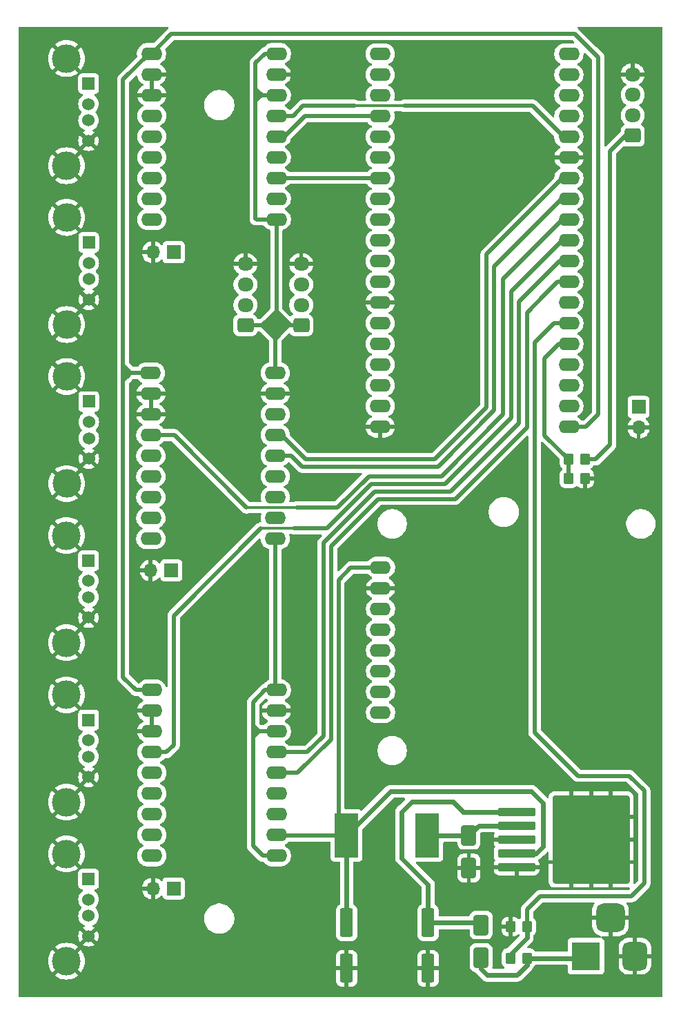
<source format=gtl>
G04 #@! TF.GenerationSoftware,KiCad,Pcbnew,8.0.1*
G04 #@! TF.CreationDate,2024-06-28T04:03:20+07:00*
G04 #@! TF.ProjectId,kicad-weight-scale-6-ch,6b696361-642d-4776-9569-6768742d7363,rev?*
G04 #@! TF.SameCoordinates,Original*
G04 #@! TF.FileFunction,Copper,L1,Top*
G04 #@! TF.FilePolarity,Positive*
%FSLAX46Y46*%
G04 Gerber Fmt 4.6, Leading zero omitted, Abs format (unit mm)*
G04 Created by KiCad (PCBNEW 8.0.1) date 2024-06-28 04:03:20*
%MOMM*%
%LPD*%
G01*
G04 APERTURE LIST*
G04 Aperture macros list*
%AMRoundRect*
0 Rectangle with rounded corners*
0 $1 Rounding radius*
0 $2 $3 $4 $5 $6 $7 $8 $9 X,Y pos of 4 corners*
0 Add a 4 corners polygon primitive as box body*
4,1,4,$2,$3,$4,$5,$6,$7,$8,$9,$2,$3,0*
0 Add four circle primitives for the rounded corners*
1,1,$1+$1,$2,$3*
1,1,$1+$1,$4,$5*
1,1,$1+$1,$6,$7*
1,1,$1+$1,$8,$9*
0 Add four rect primitives between the rounded corners*
20,1,$1+$1,$2,$3,$4,$5,0*
20,1,$1+$1,$4,$5,$6,$7,0*
20,1,$1+$1,$6,$7,$8,$9,0*
20,1,$1+$1,$8,$9,$2,$3,0*%
G04 Aperture macros list end*
G04 #@! TA.AperFunction,SMDPad,CuDef*
%ADD10RoundRect,0.250000X-0.550000X1.500000X-0.550000X-1.500000X0.550000X-1.500000X0.550000X1.500000X0*%
G04 #@! TD*
G04 #@! TA.AperFunction,SMDPad,CuDef*
%ADD11RoundRect,0.250000X-0.650000X1.000000X-0.650000X-1.000000X0.650000X-1.000000X0.650000X1.000000X0*%
G04 #@! TD*
G04 #@! TA.AperFunction,ComponentPad*
%ADD12R,1.700000X1.700000*%
G04 #@! TD*
G04 #@! TA.AperFunction,ComponentPad*
%ADD13O,1.700000X1.700000*%
G04 #@! TD*
G04 #@! TA.AperFunction,ComponentPad*
%ADD14O,2.600000X1.600000*%
G04 #@! TD*
G04 #@! TA.AperFunction,ComponentPad*
%ADD15R,1.524000X1.524000*%
G04 #@! TD*
G04 #@! TA.AperFunction,ComponentPad*
%ADD16C,1.524000*%
G04 #@! TD*
G04 #@! TA.AperFunction,ComponentPad*
%ADD17C,3.500000*%
G04 #@! TD*
G04 #@! TA.AperFunction,SMDPad,CuDef*
%ADD18RoundRect,0.250000X-0.350000X-0.450000X0.350000X-0.450000X0.350000X0.450000X-0.350000X0.450000X0*%
G04 #@! TD*
G04 #@! TA.AperFunction,SMDPad,CuDef*
%ADD19RoundRect,0.250000X0.350000X0.450000X-0.350000X0.450000X-0.350000X-0.450000X0.350000X-0.450000X0*%
G04 #@! TD*
G04 #@! TA.AperFunction,ComponentPad*
%ADD20RoundRect,0.250000X0.725000X-0.600000X0.725000X0.600000X-0.725000X0.600000X-0.725000X-0.600000X0*%
G04 #@! TD*
G04 #@! TA.AperFunction,ComponentPad*
%ADD21O,1.950000X1.700000*%
G04 #@! TD*
G04 #@! TA.AperFunction,SMDPad,CuDef*
%ADD22RoundRect,0.250000X-2.050000X-0.300000X2.050000X-0.300000X2.050000X0.300000X-2.050000X0.300000X0*%
G04 #@! TD*
G04 #@! TA.AperFunction,SMDPad,CuDef*
%ADD23RoundRect,0.250000X-2.025000X-2.375000X2.025000X-2.375000X2.025000X2.375000X-2.025000X2.375000X0*%
G04 #@! TD*
G04 #@! TA.AperFunction,SMDPad,CuDef*
%ADD24RoundRect,0.250002X-4.449998X-5.149998X4.449998X-5.149998X4.449998X5.149998X-4.449998X5.149998X0*%
G04 #@! TD*
G04 #@! TA.AperFunction,SMDPad,CuDef*
%ADD25R,2.900000X5.400000*%
G04 #@! TD*
G04 #@! TA.AperFunction,ComponentPad*
%ADD26R,3.500000X3.500000*%
G04 #@! TD*
G04 #@! TA.AperFunction,ComponentPad*
%ADD27RoundRect,0.750000X0.750000X1.000000X-0.750000X1.000000X-0.750000X-1.000000X0.750000X-1.000000X0*%
G04 #@! TD*
G04 #@! TA.AperFunction,ComponentPad*
%ADD28RoundRect,0.875000X0.875000X0.875000X-0.875000X0.875000X-0.875000X-0.875000X0.875000X-0.875000X0*%
G04 #@! TD*
G04 #@! TA.AperFunction,ViaPad*
%ADD29C,0.700000*%
G04 #@! TD*
G04 #@! TA.AperFunction,Conductor*
%ADD30C,0.600000*%
G04 #@! TD*
G04 #@! TA.AperFunction,Conductor*
%ADD31C,0.500000*%
G04 #@! TD*
G04 #@! TA.AperFunction,Conductor*
%ADD32C,0.300000*%
G04 #@! TD*
G04 APERTURE END LIST*
D10*
X154620000Y-143900000D03*
X154620000Y-149500000D03*
D11*
X159620000Y-133200000D03*
X159620000Y-137200000D03*
D12*
X123395000Y-61700000D03*
D13*
X120855000Y-61700000D03*
D14*
X171900000Y-83110000D03*
X171900000Y-80570000D03*
X171900000Y-78030000D03*
X171900000Y-75490000D03*
X171900000Y-72950000D03*
X171900000Y-70410000D03*
X171900000Y-67870000D03*
X171900000Y-65330000D03*
X171900000Y-62790000D03*
X171900000Y-60250000D03*
X171900000Y-57710000D03*
X171900000Y-55170000D03*
X171900000Y-52630000D03*
X171900000Y-50090000D03*
X171900000Y-47550000D03*
X171900000Y-45010000D03*
X171900000Y-42470000D03*
X171900000Y-39930000D03*
X171900000Y-37390000D03*
X148740000Y-37390000D03*
X148740000Y-39930000D03*
X148740000Y-42470000D03*
X148740000Y-45010000D03*
X148740000Y-47550000D03*
X148740000Y-50090000D03*
X148740000Y-52630000D03*
X148740000Y-55170000D03*
X148740000Y-57710000D03*
X148740000Y-60250000D03*
X148740000Y-62790000D03*
X148740000Y-65330000D03*
X148740000Y-67870000D03*
X148740000Y-70410000D03*
X148740000Y-72950000D03*
X148740000Y-75490000D03*
X148740000Y-78030000D03*
X148740000Y-80570000D03*
X148740000Y-83110000D03*
D15*
X112977500Y-60500000D03*
D16*
X112977500Y-63000000D03*
X112977500Y-65000000D03*
X112977500Y-67500000D03*
D17*
X110267500Y-57430000D03*
X110267500Y-70570000D03*
D18*
X171850000Y-89450000D03*
X173850000Y-89450000D03*
D15*
X112960000Y-99500000D03*
D16*
X112960000Y-102000000D03*
X112960000Y-104000000D03*
X112960000Y-106500000D03*
D17*
X110250000Y-96430000D03*
X110250000Y-109570000D03*
D15*
X112960000Y-119050000D03*
D16*
X112960000Y-121550000D03*
X112960000Y-123550000D03*
X112960000Y-126050000D03*
D17*
X110250000Y-115980000D03*
X110250000Y-129120000D03*
D14*
X136000000Y-135700000D03*
X136000000Y-133160000D03*
X136000000Y-130620000D03*
X136000000Y-128080000D03*
X136000000Y-125540000D03*
X136000000Y-123000000D03*
X136000000Y-120460000D03*
X136000000Y-117920000D03*
X136000000Y-115380000D03*
X120680000Y-115380000D03*
X120720000Y-117920000D03*
X120720000Y-120460000D03*
X120720000Y-123000000D03*
X120720000Y-125540000D03*
X120720000Y-128080000D03*
X120720000Y-130620000D03*
X120720000Y-133160000D03*
X120720000Y-135700000D03*
X135880000Y-96820000D03*
X135880000Y-94280000D03*
X135880000Y-91740000D03*
X135880000Y-89200000D03*
X135880000Y-86660000D03*
X135880000Y-84120000D03*
X135880000Y-81580000D03*
X135880000Y-79040000D03*
X135880000Y-76500000D03*
X120560000Y-76500000D03*
X120600000Y-79040000D03*
X120600000Y-81580000D03*
X120600000Y-84120000D03*
X120600000Y-86660000D03*
X120600000Y-89200000D03*
X120600000Y-91740000D03*
X120600000Y-94280000D03*
X120600000Y-96820000D03*
D12*
X123395000Y-139700000D03*
D13*
X120855000Y-139700000D03*
D15*
X112960000Y-138550000D03*
D16*
X112960000Y-141050000D03*
X112960000Y-143050000D03*
X112960000Y-145550000D03*
D17*
X110250000Y-135480000D03*
X110250000Y-148620000D03*
D15*
X112960000Y-41020000D03*
D16*
X112960000Y-43520000D03*
X112960000Y-45520000D03*
X112960000Y-48020000D03*
D17*
X110250000Y-37950000D03*
X110250000Y-51090000D03*
D19*
X166750000Y-148250000D03*
X164750000Y-148250000D03*
D12*
X123120000Y-100700000D03*
D13*
X120580000Y-100700000D03*
D15*
X112977500Y-80000000D03*
D16*
X112977500Y-82500000D03*
X112977500Y-84500000D03*
X112977500Y-87000000D03*
D17*
X110267500Y-76930000D03*
X110267500Y-90070000D03*
D20*
X139050000Y-70650000D03*
D21*
X139050000Y-68150000D03*
X139050000Y-65650000D03*
X139050000Y-63150000D03*
D20*
X179725000Y-47400000D03*
D21*
X179725000Y-44900000D03*
X179725000Y-42400000D03*
X179725000Y-39900000D03*
D22*
X165470000Y-130300000D03*
X165470000Y-132000000D03*
X165470000Y-133700000D03*
D23*
X172195000Y-130925000D03*
X172195000Y-136475000D03*
D24*
X174620000Y-133700000D03*
D23*
X177045000Y-130925000D03*
X177045000Y-136475000D03*
D22*
X165470000Y-135400000D03*
X165470000Y-137100000D03*
D14*
X148780000Y-100340000D03*
X148780000Y-102880000D03*
X148780000Y-105420000D03*
X148780000Y-107960000D03*
X148780000Y-110500000D03*
X148780000Y-113040000D03*
X148780000Y-115580000D03*
X148780000Y-118120000D03*
D11*
X161120000Y-144200000D03*
X161120000Y-148200000D03*
D12*
X180450000Y-80675000D03*
D13*
X180450000Y-83215000D03*
D19*
X173850000Y-87100000D03*
X171850000Y-87100000D03*
D14*
X136000000Y-57660000D03*
X136000000Y-55120000D03*
X136000000Y-52580000D03*
X136000000Y-50040000D03*
X136000000Y-47500000D03*
X136000000Y-44960000D03*
X136000000Y-42420000D03*
X136000000Y-39880000D03*
X136000000Y-37340000D03*
X120680000Y-37340000D03*
X120720000Y-39880000D03*
X120720000Y-42420000D03*
X120720000Y-44960000D03*
X120720000Y-47500000D03*
X120720000Y-50040000D03*
X120720000Y-52580000D03*
X120720000Y-55120000D03*
X120720000Y-57660000D03*
D25*
X154520000Y-133200000D03*
X144620000Y-133200000D03*
D20*
X132200000Y-70650000D03*
D21*
X132200000Y-68150000D03*
X132200000Y-65650000D03*
X132200000Y-63150000D03*
D19*
X166750000Y-144400000D03*
X164750000Y-144400000D03*
D10*
X144620000Y-143900000D03*
X144620000Y-149500000D03*
D26*
X174000000Y-148007500D03*
D27*
X180000000Y-148007500D03*
D28*
X177000000Y-143307500D03*
D29*
X142375000Y-53875000D03*
X142325000Y-46725000D03*
X141550000Y-90300000D03*
D30*
X166750000Y-149100000D02*
X165500000Y-150350000D01*
X166750000Y-148250000D02*
X166750000Y-149100000D01*
X166750000Y-148250000D02*
X173757500Y-148250000D01*
X173757500Y-148250000D02*
X174000000Y-148007500D01*
X161120000Y-149570000D02*
X161900000Y-150350000D01*
X161120000Y-148200000D02*
X161120000Y-149570000D01*
X161900000Y-150350000D02*
X165500000Y-150350000D01*
D31*
X136040000Y-133200000D02*
X136000000Y-133160000D01*
X133450000Y-38450000D02*
X133450000Y-41675000D01*
X133150000Y-121150000D02*
X133150000Y-134500000D01*
X135880000Y-72230000D02*
X134300000Y-70650000D01*
X134175000Y-42400000D02*
X133450000Y-41675000D01*
X133150000Y-116850000D02*
X133150000Y-119750000D01*
X176950000Y-49300000D02*
X178850000Y-47400000D01*
D30*
X144620000Y-143900000D02*
X144620000Y-133200000D01*
D31*
X135880000Y-72230000D02*
X135920000Y-72230000D01*
X133450000Y-43150000D02*
X133450000Y-57650000D01*
X134175000Y-42425000D02*
X133450000Y-43150000D01*
X133450000Y-41675000D02*
X133450000Y-42450000D01*
X145135000Y-100340000D02*
X143625000Y-101850000D01*
X136000000Y-115380000D02*
X134620000Y-115380000D01*
X134175000Y-42420000D02*
X134175000Y-42425000D01*
X133160000Y-120460000D02*
X133150000Y-120450000D01*
D30*
X168700000Y-129200000D02*
X167300000Y-127800000D01*
D31*
X135880000Y-76500000D02*
X135880000Y-72230000D01*
X176950000Y-85300000D02*
X176950000Y-49300000D01*
X133850000Y-120460000D02*
X133850000Y-120450000D01*
D30*
X150020000Y-127800000D02*
X144620000Y-133200000D01*
D31*
X133150000Y-121150000D02*
X133160000Y-121150000D01*
X134560000Y-37340000D02*
X133450000Y-38450000D01*
X134300000Y-70650000D02*
X137500000Y-70650000D01*
X137700000Y-70650000D02*
X139050000Y-70650000D01*
X178850000Y-47400000D02*
X179725000Y-47400000D01*
X135880000Y-115260000D02*
X136000000Y-115380000D01*
X139050000Y-70650000D02*
X139050000Y-71160000D01*
X134620000Y-115380000D02*
X133150000Y-116850000D01*
D30*
X165470000Y-135400000D02*
X167900000Y-135400000D01*
X168700000Y-134600000D02*
X168700000Y-129200000D01*
D31*
X135880000Y-96820000D02*
X135880000Y-115260000D01*
X134350000Y-135700000D02*
X136000000Y-135700000D01*
X135920000Y-72230000D02*
X137500000Y-70650000D01*
X136000000Y-120460000D02*
X133850000Y-120460000D01*
X136000000Y-68950000D02*
X137700000Y-70650000D01*
X136000000Y-57660000D02*
X133590000Y-57660000D01*
X133450000Y-42450000D02*
X133450000Y-43150000D01*
X175150000Y-87100000D02*
X176950000Y-85300000D01*
X132200000Y-70650000D02*
X134300000Y-70650000D01*
X134175000Y-42420000D02*
X134175000Y-42400000D01*
X133850000Y-120450000D02*
X133150000Y-119750000D01*
X133480000Y-42420000D02*
X133450000Y-42450000D01*
X133160000Y-121150000D02*
X133850000Y-120460000D01*
X136000000Y-42420000D02*
X134175000Y-42420000D01*
X134175000Y-42420000D02*
X133480000Y-42420000D01*
X133150000Y-134500000D02*
X134350000Y-135700000D01*
X133850000Y-120460000D02*
X133160000Y-120460000D01*
X144620000Y-133200000D02*
X136040000Y-133200000D01*
X136000000Y-68950000D02*
X134300000Y-70650000D01*
X133150000Y-120450000D02*
X133150000Y-121150000D01*
X137500000Y-70650000D02*
X137700000Y-70650000D01*
D30*
X167300000Y-127800000D02*
X150020000Y-127800000D01*
D31*
X148780000Y-100340000D02*
X145135000Y-100340000D01*
X143625000Y-132205000D02*
X144620000Y-133200000D01*
X136000000Y-37340000D02*
X134560000Y-37340000D01*
X136000000Y-57660000D02*
X136000000Y-68950000D01*
X133150000Y-119750000D02*
X133150000Y-120450000D01*
X143625000Y-101850000D02*
X143625000Y-132205000D01*
X173850000Y-87100000D02*
X175150000Y-87100000D01*
D30*
X167900000Y-135400000D02*
X168700000Y-134600000D01*
X151400000Y-136000000D02*
X154620000Y-139220000D01*
X160820000Y-143900000D02*
X161120000Y-144200000D01*
X158900000Y-130300000D02*
X157700000Y-129100000D01*
X165470000Y-130300000D02*
X158900000Y-130300000D01*
X151400000Y-130300000D02*
X151400000Y-136000000D01*
X152600000Y-129100000D02*
X151400000Y-130300000D01*
X154620000Y-143900000D02*
X160820000Y-143900000D01*
X157700000Y-129100000D02*
X152600000Y-129100000D01*
X154620000Y-139220000D02*
X154620000Y-143900000D01*
D31*
X168925000Y-74675000D02*
X170650000Y-72950000D01*
X171850000Y-87100000D02*
X168925000Y-84175000D01*
X168925000Y-84175000D02*
X168925000Y-74675000D01*
X171850000Y-89450000D02*
X171850000Y-87100000D01*
X170650000Y-72950000D02*
X171900000Y-72950000D01*
X167450000Y-43750000D02*
X151700000Y-43750000D01*
D32*
X145600000Y-43750000D02*
X151700000Y-43750000D01*
D31*
X171900000Y-47550000D02*
X171250000Y-47550000D01*
X171250000Y-47550000D02*
X167450000Y-43750000D01*
X136000000Y-44960000D02*
X138090000Y-44960000D01*
X138090000Y-44960000D02*
X139300000Y-43750000D01*
X139300000Y-43750000D02*
X145600000Y-43750000D01*
X175500000Y-37800000D02*
X175500000Y-81600000D01*
X118100000Y-76500000D02*
X117800000Y-76800000D01*
X117200000Y-76100000D02*
X117200000Y-76900000D01*
X172600000Y-34900000D02*
X175500000Y-37800000D01*
X118100000Y-76500000D02*
X120560000Y-76500000D01*
X123120000Y-34900000D02*
X120680000Y-37340000D01*
X117200000Y-75600000D02*
X117200000Y-76100000D01*
X117200000Y-40500000D02*
X117200000Y-75600000D01*
X117200000Y-76900000D02*
X117200000Y-77600000D01*
X173990000Y-83110000D02*
X171900000Y-83110000D01*
X117200000Y-113800000D02*
X118780000Y-115380000D01*
X117800000Y-76800000D02*
X117200000Y-77400000D01*
X117300000Y-76900000D02*
X117650000Y-76550000D01*
X117800000Y-76700000D02*
X117800000Y-76800000D01*
X117200000Y-77400000D02*
X117200000Y-77600000D01*
X117200000Y-75600000D02*
X118100000Y-76500000D01*
X117200000Y-76900000D02*
X117300000Y-76900000D01*
X120360000Y-37340000D02*
X117200000Y-40500000D01*
X117200000Y-77600000D02*
X117200000Y-113800000D01*
X117200000Y-76100000D02*
X117650000Y-76550000D01*
X175500000Y-81600000D02*
X173990000Y-83110000D01*
X118780000Y-115380000D02*
X120680000Y-115380000D01*
X172600000Y-34900000D02*
X123120000Y-34900000D01*
X120680000Y-37340000D02*
X120360000Y-37340000D01*
X117650000Y-76550000D02*
X117800000Y-76700000D01*
X136000000Y-47500000D02*
X137000000Y-47500000D01*
X139490000Y-45010000D02*
X148740000Y-45010000D01*
X137000000Y-47500000D02*
X139490000Y-45010000D01*
X136000000Y-52580000D02*
X148690000Y-52580000D01*
X148690000Y-52580000D02*
X148740000Y-52630000D01*
X120600000Y-84120000D02*
X123470000Y-84120000D01*
X171090000Y-57710000D02*
X171900000Y-57710000D01*
D32*
X132350000Y-93000000D02*
X132340000Y-92990000D01*
D31*
X123470000Y-84120000D02*
X132340000Y-92990000D01*
X163850000Y-64950000D02*
X171090000Y-57710000D01*
D32*
X138500000Y-93000000D02*
X132350000Y-93000000D01*
D31*
X163850000Y-81550000D02*
X163850000Y-64950000D01*
X138510000Y-92990000D02*
X138500000Y-93000000D01*
X143510000Y-92990000D02*
X147350000Y-89150000D01*
X143510000Y-92990000D02*
X138510000Y-92990000D01*
X156250000Y-89150000D02*
X163850000Y-81550000D01*
X147350000Y-89150000D02*
X156250000Y-89150000D01*
X139800000Y-123000000D02*
X136000000Y-123000000D01*
X171900000Y-62790000D02*
X170760000Y-62790000D01*
X165800000Y-82650000D02*
X157400000Y-91050000D01*
X141800000Y-121000000D02*
X139800000Y-123000000D01*
X157400000Y-91050000D02*
X148100000Y-91050000D01*
X165800000Y-67750000D02*
X165800000Y-82650000D01*
X141800000Y-97350000D02*
X141800000Y-121000000D01*
X170760000Y-62790000D02*
X165800000Y-67750000D01*
X148100000Y-91050000D02*
X141800000Y-97350000D01*
X156700000Y-90150000D02*
X147650000Y-90150000D01*
D32*
X138150000Y-95550000D02*
X138130000Y-95570000D01*
D31*
X147650000Y-90150000D02*
X142230000Y-95570000D01*
X171900000Y-60250000D02*
X171100000Y-60250000D01*
X122500000Y-123000000D02*
X123400000Y-122100000D01*
X171100000Y-60250000D02*
X164850000Y-66500000D01*
X123400000Y-122100000D02*
X123400000Y-106250000D01*
X120720000Y-123000000D02*
X122500000Y-123000000D01*
D32*
X138130000Y-95570000D02*
X134080000Y-95570000D01*
D31*
X138170000Y-95570000D02*
X138150000Y-95550000D01*
X164850000Y-82000000D02*
X156700000Y-90150000D01*
X123400000Y-106250000D02*
X134080000Y-95570000D01*
X164850000Y-66500000D02*
X164850000Y-82000000D01*
X142230000Y-95570000D02*
X138170000Y-95570000D01*
X171120000Y-52630000D02*
X171900000Y-52630000D01*
X161800000Y-80700000D02*
X161800000Y-61950000D01*
X136620000Y-84120000D02*
X139600000Y-87100000D01*
X161800000Y-61950000D02*
X171120000Y-52630000D01*
X155400000Y-87100000D02*
X161800000Y-80700000D01*
X139600000Y-87100000D02*
X155400000Y-87100000D01*
X135880000Y-84120000D02*
X136620000Y-84120000D01*
X171900000Y-65330000D02*
X170520000Y-65330000D01*
X142700000Y-121450000D02*
X138610000Y-125540000D01*
X157950000Y-91950000D02*
X148500000Y-91950000D01*
X166750000Y-69100000D02*
X166750000Y-83150000D01*
X166750000Y-83150000D02*
X157950000Y-91950000D01*
X138610000Y-125540000D02*
X136000000Y-125540000D01*
X148500000Y-91950000D02*
X142700000Y-97750000D01*
D32*
X136460000Y-125540000D02*
X136000000Y-125540000D01*
D31*
X168900000Y-66950000D02*
X166750000Y-69100000D01*
X170520000Y-65330000D02*
X168900000Y-66950000D01*
X142700000Y-97750000D02*
X142700000Y-121450000D01*
X171030000Y-55170000D02*
X171900000Y-55170000D01*
X137860000Y-86660000D02*
X139200000Y-88000000D01*
X162750000Y-63450000D02*
X171030000Y-55170000D01*
X135880000Y-86660000D02*
X137860000Y-86660000D01*
X162750000Y-81100000D02*
X162750000Y-63450000D01*
X155850000Y-88000000D02*
X162750000Y-81100000D01*
X139200000Y-88000000D02*
X155850000Y-88000000D01*
X179550000Y-140650000D02*
X181150000Y-139050000D01*
D30*
X166750000Y-145750000D02*
X164750000Y-147750000D01*
D31*
X166750000Y-144400000D02*
X166750000Y-142250000D01*
X167700000Y-72750000D02*
X170040000Y-70410000D01*
X181150000Y-139050000D02*
X181150000Y-127750000D01*
D30*
X164750000Y-147750000D02*
X164750000Y-148250000D01*
X166750000Y-144400000D02*
X166750000Y-145750000D01*
D31*
X181150000Y-127750000D02*
X179300000Y-125900000D01*
X167700000Y-120600000D02*
X167700000Y-72750000D01*
X166750000Y-142250000D02*
X168350000Y-140650000D01*
X170040000Y-70410000D02*
X171900000Y-70410000D01*
X168350000Y-140650000D02*
X179550000Y-140650000D01*
X179300000Y-125900000D02*
X173000000Y-125900000D01*
X173000000Y-125900000D02*
X167700000Y-120600000D01*
D30*
X165470000Y-132000000D02*
X160820000Y-132000000D01*
X154520000Y-133200000D02*
X159620000Y-133200000D01*
X160820000Y-132000000D02*
X159620000Y-133200000D01*
G04 #@! TA.AperFunction,Conductor*
G36*
X136020289Y-69107324D02*
G01*
X136063330Y-69133986D01*
X137408555Y-70413052D01*
X137443574Y-70473512D01*
X137440348Y-70543307D01*
X137411469Y-70589914D01*
X135988415Y-72035202D01*
X135927353Y-72069161D01*
X135857625Y-72064717D01*
X135811642Y-72035144D01*
X134510526Y-70711976D01*
X134477558Y-70650374D01*
X134483127Y-70580727D01*
X134510559Y-70538060D01*
X135889508Y-69136870D01*
X135950559Y-69102898D01*
X136020289Y-69107324D01*
G37*
G04 #@! TD.AperFunction*
G04 #@! TA.AperFunction,Conductor*
G36*
X122713734Y-34060185D02*
G01*
X122759489Y-34112989D01*
X122769433Y-34182147D01*
X122740408Y-34245703D01*
X122715586Y-34267602D01*
X122641585Y-34317047D01*
X122641584Y-34317049D01*
X120955451Y-36003181D01*
X120894128Y-36036666D01*
X120867770Y-36039500D01*
X120077648Y-36039500D01*
X120053329Y-36043351D01*
X119875465Y-36071522D01*
X119680776Y-36134781D01*
X119498386Y-36227715D01*
X119332786Y-36348028D01*
X119188028Y-36492786D01*
X119067715Y-36658386D01*
X118974781Y-36840776D01*
X118911522Y-37035465D01*
X118879500Y-37237648D01*
X118879500Y-37442351D01*
X118912285Y-37649346D01*
X118911002Y-37649549D01*
X118907804Y-37713388D01*
X118878405Y-37760225D01*
X116617047Y-40021584D01*
X116617043Y-40021589D01*
X116591714Y-40059499D01*
X116591714Y-40059500D01*
X116534913Y-40144508D01*
X116478343Y-40281082D01*
X116478340Y-40281092D01*
X116449500Y-40426079D01*
X116449500Y-40426082D01*
X116449500Y-75526082D01*
X116449500Y-76026082D01*
X116449500Y-76826082D01*
X116449500Y-77326082D01*
X116449500Y-77526082D01*
X116449500Y-113873918D01*
X116449500Y-113873920D01*
X116449499Y-113873920D01*
X116478340Y-114018907D01*
X116478343Y-114018917D01*
X116534913Y-114155490D01*
X116534914Y-114155491D01*
X116534916Y-114155495D01*
X116547802Y-114174780D01*
X116596384Y-114247490D01*
X116617051Y-114278420D01*
X116617052Y-114278421D01*
X117816281Y-115477648D01*
X118197048Y-115858415D01*
X118197049Y-115858416D01*
X118301584Y-115962951D01*
X118301585Y-115962952D01*
X118424498Y-116045080D01*
X118424511Y-116045087D01*
X118561082Y-116101656D01*
X118561087Y-116101658D01*
X118561091Y-116101658D01*
X118561092Y-116101659D01*
X118706079Y-116130500D01*
X118706082Y-116130500D01*
X119054582Y-116130500D01*
X119121621Y-116150185D01*
X119154900Y-116181615D01*
X119188028Y-116227212D01*
X119188032Y-116227217D01*
X119332786Y-116371971D01*
X119498385Y-116492284D01*
X119498387Y-116492285D01*
X119498390Y-116492287D01*
X119571629Y-116529604D01*
X119611629Y-116549985D01*
X119662425Y-116597960D01*
X119679220Y-116665781D01*
X119656683Y-116731915D01*
X119611630Y-116770954D01*
X119538653Y-116808138D01*
X119373105Y-116928417D01*
X119373104Y-116928417D01*
X119228417Y-117073104D01*
X119228417Y-117073105D01*
X119108140Y-117238650D01*
X119015244Y-117420970D01*
X118952009Y-117615586D01*
X118943391Y-117670000D01*
X120286988Y-117670000D01*
X120254075Y-117727007D01*
X120220000Y-117854174D01*
X120220000Y-117985826D01*
X120254075Y-118112993D01*
X120286988Y-118170000D01*
X118943391Y-118170000D01*
X118952009Y-118224413D01*
X119015244Y-118419029D01*
X119108140Y-118601349D01*
X119228417Y-118766894D01*
X119228417Y-118766895D01*
X119373104Y-118911582D01*
X119538650Y-119031859D01*
X119632179Y-119079515D01*
X119682975Y-119127490D01*
X119699770Y-119195311D01*
X119677232Y-119261446D01*
X119632179Y-119300485D01*
X119538650Y-119348140D01*
X119373105Y-119468417D01*
X119373104Y-119468417D01*
X119228417Y-119613104D01*
X119228417Y-119613105D01*
X119108140Y-119778650D01*
X119015244Y-119960970D01*
X118952009Y-120155586D01*
X118943391Y-120210000D01*
X120286988Y-120210000D01*
X120254075Y-120267007D01*
X120220000Y-120394174D01*
X120220000Y-120525826D01*
X120254075Y-120652993D01*
X120286988Y-120710000D01*
X118943391Y-120710000D01*
X118952009Y-120764413D01*
X119015244Y-120959029D01*
X119108140Y-121141349D01*
X119228417Y-121306894D01*
X119228417Y-121306895D01*
X119373104Y-121451582D01*
X119538652Y-121571861D01*
X119631628Y-121619234D01*
X119682425Y-121667208D01*
X119699220Y-121735029D01*
X119676683Y-121801164D01*
X119631630Y-121840203D01*
X119538388Y-121887713D01*
X119372786Y-122008028D01*
X119228028Y-122152786D01*
X119107715Y-122318386D01*
X119014781Y-122500776D01*
X118951522Y-122695465D01*
X118919500Y-122897648D01*
X118919500Y-123102352D01*
X118921749Y-123116550D01*
X118951522Y-123304534D01*
X119014781Y-123499223D01*
X119107715Y-123681613D01*
X119228028Y-123847213D01*
X119372786Y-123991971D01*
X119527749Y-124104556D01*
X119538390Y-124112287D01*
X119625334Y-124156587D01*
X119631080Y-124159515D01*
X119681876Y-124207490D01*
X119698671Y-124275311D01*
X119676134Y-124341446D01*
X119631080Y-124380485D01*
X119538386Y-124427715D01*
X119372786Y-124548028D01*
X119228028Y-124692786D01*
X119107715Y-124858386D01*
X119014781Y-125040776D01*
X118951522Y-125235465D01*
X118919500Y-125437648D01*
X118919500Y-125642351D01*
X118951522Y-125844534D01*
X119014781Y-126039223D01*
X119107715Y-126221613D01*
X119228028Y-126387213D01*
X119372786Y-126531971D01*
X119527749Y-126644556D01*
X119538390Y-126652287D01*
X119606163Y-126686819D01*
X119631080Y-126699515D01*
X119681876Y-126747490D01*
X119698671Y-126815311D01*
X119676134Y-126881446D01*
X119631080Y-126920485D01*
X119538386Y-126967715D01*
X119372786Y-127088028D01*
X119228028Y-127232786D01*
X119107715Y-127398386D01*
X119014781Y-127580776D01*
X118951522Y-127775465D01*
X118919500Y-127977648D01*
X118919500Y-128182351D01*
X118951522Y-128384534D01*
X119014781Y-128579223D01*
X119107715Y-128761613D01*
X119228028Y-128927213D01*
X119372786Y-129071971D01*
X119506109Y-129168834D01*
X119538390Y-129192287D01*
X119629840Y-129238883D01*
X119631080Y-129239515D01*
X119681876Y-129287490D01*
X119698671Y-129355311D01*
X119676134Y-129421446D01*
X119631080Y-129460485D01*
X119538386Y-129507715D01*
X119372786Y-129628028D01*
X119228028Y-129772786D01*
X119107715Y-129938386D01*
X119014781Y-130120776D01*
X118951522Y-130315465D01*
X118919500Y-130517648D01*
X118919500Y-130722351D01*
X118951522Y-130924534D01*
X119014781Y-131119223D01*
X119055685Y-131199500D01*
X119102106Y-131290606D01*
X119107715Y-131301613D01*
X119228028Y-131467213D01*
X119372786Y-131611971D01*
X119527749Y-131724556D01*
X119538390Y-131732287D01*
X119629840Y-131778883D01*
X119631080Y-131779515D01*
X119681876Y-131827490D01*
X119698671Y-131895311D01*
X119676134Y-131961446D01*
X119631080Y-132000485D01*
X119538386Y-132047715D01*
X119372786Y-132168028D01*
X119228028Y-132312786D01*
X119107715Y-132478386D01*
X119014781Y-132660776D01*
X118951522Y-132855465D01*
X118919500Y-133057648D01*
X118919500Y-133262351D01*
X118951522Y-133464534D01*
X119014781Y-133659223D01*
X119078691Y-133784653D01*
X119099759Y-133826000D01*
X119107715Y-133841613D01*
X119228028Y-134007213D01*
X119372786Y-134151971D01*
X119507736Y-134250016D01*
X119538390Y-134272287D01*
X119629840Y-134318883D01*
X119631080Y-134319515D01*
X119681876Y-134367490D01*
X119698671Y-134435311D01*
X119676134Y-134501446D01*
X119631080Y-134540485D01*
X119538386Y-134587715D01*
X119372786Y-134708028D01*
X119228028Y-134852786D01*
X119107715Y-135018386D01*
X119014781Y-135200776D01*
X118951522Y-135395465D01*
X118919500Y-135597648D01*
X118919500Y-135802351D01*
X118951522Y-136004534D01*
X119014781Y-136199223D01*
X119062417Y-136292712D01*
X119106477Y-136379185D01*
X119107715Y-136381613D01*
X119228028Y-136547213D01*
X119372786Y-136691971D01*
X119527749Y-136804556D01*
X119538390Y-136812287D01*
X119617603Y-136852648D01*
X119720776Y-136905218D01*
X119720778Y-136905218D01*
X119720781Y-136905220D01*
X119825137Y-136939127D01*
X119915465Y-136968477D01*
X120016557Y-136984488D01*
X120117648Y-137000500D01*
X120117649Y-137000500D01*
X121322351Y-137000500D01*
X121322352Y-137000500D01*
X121524534Y-136968477D01*
X121719219Y-136905220D01*
X121901610Y-136812287D01*
X121994590Y-136744732D01*
X122067213Y-136691971D01*
X122067215Y-136691968D01*
X122067219Y-136691966D01*
X122211966Y-136547219D01*
X122211968Y-136547215D01*
X122211971Y-136547213D01*
X122267934Y-136470185D01*
X122332287Y-136381610D01*
X122425220Y-136199219D01*
X122488477Y-136004534D01*
X122520500Y-135802352D01*
X122520500Y-135597648D01*
X122516201Y-135570507D01*
X122488477Y-135395465D01*
X122425218Y-135200776D01*
X122379112Y-135110289D01*
X122332287Y-135018390D01*
X122303248Y-134978421D01*
X122211971Y-134852786D01*
X122067213Y-134708028D01*
X121901614Y-134587715D01*
X121874536Y-134573918D01*
X121808917Y-134540483D01*
X121758123Y-134492511D01*
X121741328Y-134424690D01*
X121763865Y-134358555D01*
X121808917Y-134319516D01*
X121901610Y-134272287D01*
X121966075Y-134225451D01*
X122067213Y-134151971D01*
X122067215Y-134151968D01*
X122067219Y-134151966D01*
X122211966Y-134007219D01*
X122211968Y-134007215D01*
X122211971Y-134007213D01*
X122294922Y-133893039D01*
X122332287Y-133841610D01*
X122425220Y-133659219D01*
X122488477Y-133464534D01*
X122520500Y-133262352D01*
X122520500Y-133057648D01*
X122494376Y-132892712D01*
X122488477Y-132855465D01*
X122425218Y-132660776D01*
X122391503Y-132594607D01*
X122332287Y-132478390D01*
X122324556Y-132467749D01*
X122211971Y-132312786D01*
X122067213Y-132168028D01*
X121901614Y-132047715D01*
X121895006Y-132044348D01*
X121808917Y-132000483D01*
X121758123Y-131952511D01*
X121741328Y-131884690D01*
X121763865Y-131818555D01*
X121808917Y-131779516D01*
X121901610Y-131732287D01*
X121922770Y-131716913D01*
X122067213Y-131611971D01*
X122067215Y-131611968D01*
X122067219Y-131611966D01*
X122211966Y-131467219D01*
X122211968Y-131467215D01*
X122211971Y-131467213D01*
X122276632Y-131378213D01*
X122332287Y-131301610D01*
X122425220Y-131119219D01*
X122488477Y-130924534D01*
X122520500Y-130722352D01*
X122520500Y-130517648D01*
X122488477Y-130315465D01*
X122446329Y-130185747D01*
X122425220Y-130120781D01*
X122425218Y-130120778D01*
X122425218Y-130120776D01*
X122380970Y-130033936D01*
X122332287Y-129938390D01*
X122319527Y-129920827D01*
X122211971Y-129772786D01*
X122067213Y-129628028D01*
X121901614Y-129507715D01*
X121834567Y-129473553D01*
X121808917Y-129460483D01*
X121758123Y-129412511D01*
X121741328Y-129344690D01*
X121763865Y-129278555D01*
X121808917Y-129239516D01*
X121901610Y-129192287D01*
X121933891Y-129168834D01*
X122067213Y-129071971D01*
X122067215Y-129071968D01*
X122067219Y-129071966D01*
X122211966Y-128927219D01*
X122211968Y-128927215D01*
X122211971Y-128927213D01*
X122267554Y-128850708D01*
X122332287Y-128761610D01*
X122425220Y-128579219D01*
X122488477Y-128384534D01*
X122520500Y-128182352D01*
X122520500Y-127977648D01*
X122488477Y-127775466D01*
X122425220Y-127580781D01*
X122425218Y-127580778D01*
X122425218Y-127580776D01*
X122391503Y-127514607D01*
X122332287Y-127398390D01*
X122283421Y-127331131D01*
X122211971Y-127232786D01*
X122067213Y-127088028D01*
X121901614Y-126967715D01*
X121851147Y-126942001D01*
X121808917Y-126920483D01*
X121758123Y-126872511D01*
X121741328Y-126804690D01*
X121763865Y-126738555D01*
X121808917Y-126699516D01*
X121901610Y-126652287D01*
X121943770Y-126621656D01*
X122067213Y-126531971D01*
X122067219Y-126531966D01*
X122120534Y-126478651D01*
X122211966Y-126387219D01*
X122211968Y-126387215D01*
X122211971Y-126387213D01*
X122297147Y-126269976D01*
X122332287Y-126221610D01*
X122425220Y-126039219D01*
X122488477Y-125844534D01*
X122520500Y-125642352D01*
X122520500Y-125437648D01*
X122488477Y-125235466D01*
X122488298Y-125234916D01*
X122425218Y-125040776D01*
X122380441Y-124952898D01*
X122332287Y-124858390D01*
X122324556Y-124847749D01*
X122211971Y-124692786D01*
X122067213Y-124548028D01*
X121901614Y-124427715D01*
X121895006Y-124424348D01*
X121808917Y-124380483D01*
X121758123Y-124332511D01*
X121741328Y-124264690D01*
X121763865Y-124198555D01*
X121808917Y-124159516D01*
X121901610Y-124112287D01*
X121922770Y-124096913D01*
X122067213Y-123991971D01*
X122067215Y-123991968D01*
X122067219Y-123991966D01*
X122211966Y-123847219D01*
X122229570Y-123822989D01*
X122245100Y-123801615D01*
X122300429Y-123758949D01*
X122345418Y-123750500D01*
X122573920Y-123750500D01*
X122671462Y-123731096D01*
X122718913Y-123721658D01*
X122855495Y-123665084D01*
X122904729Y-123632186D01*
X122978416Y-123582952D01*
X123982951Y-122578416D01*
X124065084Y-122455495D01*
X124121658Y-122318913D01*
X124131096Y-122271462D01*
X124150500Y-122173920D01*
X124150500Y-106612229D01*
X124170185Y-106545190D01*
X124186814Y-106524553D01*
X133868113Y-96843253D01*
X133929434Y-96809770D01*
X133999126Y-96814754D01*
X134055059Y-96856626D01*
X134078070Y-96917645D01*
X134078738Y-96917540D01*
X134079249Y-96920772D01*
X134079409Y-96921194D01*
X134079500Y-96922353D01*
X134111522Y-97124534D01*
X134174781Y-97319223D01*
X134267715Y-97501613D01*
X134388028Y-97667213D01*
X134532786Y-97811971D01*
X134687749Y-97924556D01*
X134698390Y-97932287D01*
X134880781Y-98025220D01*
X135034804Y-98075265D01*
X135043818Y-98078194D01*
X135101494Y-98117632D01*
X135128692Y-98181990D01*
X135129500Y-98196125D01*
X135129500Y-114042865D01*
X135109815Y-114109904D01*
X135057011Y-114155659D01*
X135043820Y-114160795D01*
X135000780Y-114174779D01*
X134818386Y-114267715D01*
X134652786Y-114388028D01*
X134508036Y-114532778D01*
X134508031Y-114532784D01*
X134444133Y-114620733D01*
X134391268Y-114662409D01*
X134264506Y-114714914D01*
X134223645Y-114742218D01*
X134223643Y-114742219D01*
X134141589Y-114797043D01*
X134141584Y-114797047D01*
X132567048Y-116371583D01*
X132566789Y-116371971D01*
X132529875Y-116427219D01*
X132484919Y-116494499D01*
X132484912Y-116494511D01*
X132428343Y-116631082D01*
X132428340Y-116631092D01*
X132399500Y-116776079D01*
X132399500Y-116776082D01*
X132399500Y-119676082D01*
X132399500Y-120376082D01*
X132399500Y-121076082D01*
X132399500Y-134573918D01*
X132399500Y-134573920D01*
X132399499Y-134573920D01*
X132428340Y-134718907D01*
X132428343Y-134718917D01*
X132484914Y-134855492D01*
X132517812Y-134904727D01*
X132517813Y-134904730D01*
X132567046Y-134978414D01*
X132567052Y-134978421D01*
X133871580Y-136282948D01*
X133871584Y-136282951D01*
X133994498Y-136365080D01*
X133994511Y-136365087D01*
X134080767Y-136400815D01*
X134131087Y-136421658D01*
X134131091Y-136421658D01*
X134131092Y-136421659D01*
X134276079Y-136450500D01*
X134276082Y-136450500D01*
X134374582Y-136450500D01*
X134441621Y-136470185D01*
X134474900Y-136501615D01*
X134508028Y-136547212D01*
X134508032Y-136547217D01*
X134652786Y-136691971D01*
X134807749Y-136804556D01*
X134818390Y-136812287D01*
X134897603Y-136852648D01*
X135000776Y-136905218D01*
X135000778Y-136905218D01*
X135000781Y-136905220D01*
X135105137Y-136939127D01*
X135195465Y-136968477D01*
X135296557Y-136984488D01*
X135397648Y-137000500D01*
X135397649Y-137000500D01*
X136602351Y-137000500D01*
X136602352Y-137000500D01*
X136804534Y-136968477D01*
X136999219Y-136905220D01*
X137181610Y-136812287D01*
X137274590Y-136744732D01*
X137347213Y-136691971D01*
X137347215Y-136691968D01*
X137347219Y-136691966D01*
X137491966Y-136547219D01*
X137491968Y-136547215D01*
X137491971Y-136547213D01*
X137547934Y-136470185D01*
X137612287Y-136381610D01*
X137705220Y-136199219D01*
X137768477Y-136004534D01*
X137800500Y-135802352D01*
X137800500Y-135597648D01*
X137796201Y-135570507D01*
X137768477Y-135395465D01*
X137705218Y-135200776D01*
X137659112Y-135110289D01*
X137612287Y-135018390D01*
X137583248Y-134978421D01*
X137491971Y-134852786D01*
X137347213Y-134708028D01*
X137181614Y-134587715D01*
X137154536Y-134573918D01*
X137088917Y-134540483D01*
X137038123Y-134492511D01*
X137021328Y-134424690D01*
X137043865Y-134358555D01*
X137088917Y-134319516D01*
X137181610Y-134272287D01*
X137246075Y-134225451D01*
X137347213Y-134151971D01*
X137347215Y-134151968D01*
X137347219Y-134151966D01*
X137491966Y-134007219D01*
X137492362Y-134006673D01*
X137496039Y-134001614D01*
X137551369Y-133958948D01*
X137596356Y-133950500D01*
X142545501Y-133950500D01*
X142612540Y-133970185D01*
X142658295Y-134022989D01*
X142669501Y-134074500D01*
X142669501Y-135947876D01*
X142675908Y-136007483D01*
X142726202Y-136142328D01*
X142726206Y-136142335D01*
X142812452Y-136257544D01*
X142812455Y-136257547D01*
X142927664Y-136343793D01*
X142927671Y-136343797D01*
X142963529Y-136357171D01*
X143062517Y-136394091D01*
X143122127Y-136400500D01*
X143695500Y-136400499D01*
X143762539Y-136420183D01*
X143808294Y-136472987D01*
X143819500Y-136524499D01*
X143819500Y-141604091D01*
X143799815Y-141671130D01*
X143755731Y-141709641D01*
X143756813Y-141711395D01*
X143750667Y-141715185D01*
X143750666Y-141715186D01*
X143659230Y-141771584D01*
X143601342Y-141807289D01*
X143477289Y-141931342D01*
X143385187Y-142080663D01*
X143385185Y-142080668D01*
X143366293Y-142137680D01*
X143330001Y-142247203D01*
X143330001Y-142247204D01*
X143330000Y-142247204D01*
X143319500Y-142349983D01*
X143319500Y-145450001D01*
X143319501Y-145450018D01*
X143330000Y-145552796D01*
X143330001Y-145552799D01*
X143385185Y-145719331D01*
X143385187Y-145719336D01*
X143415142Y-145767900D01*
X143477288Y-145868656D01*
X143601344Y-145992712D01*
X143750666Y-146084814D01*
X143917203Y-146139999D01*
X144019991Y-146150500D01*
X145220008Y-146150499D01*
X145322797Y-146139999D01*
X145489334Y-146084814D01*
X145638656Y-145992712D01*
X145762712Y-145868656D01*
X145854814Y-145719334D01*
X145909999Y-145552797D01*
X145920500Y-145450009D01*
X145920499Y-142349992D01*
X145909999Y-142247203D01*
X145854814Y-142080666D01*
X145762712Y-141931344D01*
X145638656Y-141807288D01*
X145489334Y-141715186D01*
X145489332Y-141715185D01*
X145483187Y-141711395D01*
X145484290Y-141709605D01*
X145439649Y-141670290D01*
X145420500Y-141604091D01*
X145420500Y-136524499D01*
X145440185Y-136457460D01*
X145492989Y-136411705D01*
X145544500Y-136400499D01*
X146117871Y-136400499D01*
X146117872Y-136400499D01*
X146177483Y-136394091D01*
X146312331Y-136343796D01*
X146427546Y-136257546D01*
X146513796Y-136142331D01*
X146564091Y-136007483D01*
X146570500Y-135947873D01*
X146570499Y-132432938D01*
X146590184Y-132365900D01*
X146606813Y-132345263D01*
X150315259Y-128636819D01*
X150376582Y-128603334D01*
X150402940Y-128600500D01*
X151668061Y-128600500D01*
X151735100Y-128620185D01*
X151780855Y-128672989D01*
X151790799Y-128742147D01*
X151761774Y-128805703D01*
X151755747Y-128812175D01*
X151088106Y-129479815D01*
X150872270Y-129695651D01*
X150778213Y-129789707D01*
X150778210Y-129789711D01*
X150690609Y-129920814D01*
X150690602Y-129920827D01*
X150630264Y-130066498D01*
X150630261Y-130066510D01*
X150599500Y-130221153D01*
X150599500Y-136078846D01*
X150630261Y-136233489D01*
X150630264Y-136233501D01*
X150690602Y-136379172D01*
X150690609Y-136379185D01*
X150778210Y-136510288D01*
X150778213Y-136510292D01*
X153783181Y-139515259D01*
X153816666Y-139576582D01*
X153819500Y-139602940D01*
X153819500Y-141604091D01*
X153799815Y-141671130D01*
X153755731Y-141709641D01*
X153756813Y-141711395D01*
X153750667Y-141715185D01*
X153750666Y-141715186D01*
X153659230Y-141771584D01*
X153601342Y-141807289D01*
X153477289Y-141931342D01*
X153385187Y-142080663D01*
X153385185Y-142080668D01*
X153366293Y-142137680D01*
X153330001Y-142247203D01*
X153330001Y-142247204D01*
X153330000Y-142247204D01*
X153319500Y-142349983D01*
X153319500Y-145450001D01*
X153319501Y-145450018D01*
X153330000Y-145552796D01*
X153330001Y-145552799D01*
X153385185Y-145719331D01*
X153385187Y-145719336D01*
X153415142Y-145767900D01*
X153477288Y-145868656D01*
X153601344Y-145992712D01*
X153750666Y-146084814D01*
X153917203Y-146139999D01*
X154019991Y-146150500D01*
X155220008Y-146150499D01*
X155322797Y-146139999D01*
X155489334Y-146084814D01*
X155638656Y-145992712D01*
X155762712Y-145868656D01*
X155854814Y-145719334D01*
X155909999Y-145552797D01*
X155920500Y-145450009D01*
X155920500Y-144824500D01*
X155940185Y-144757461D01*
X155992989Y-144711706D01*
X156044500Y-144700500D01*
X159595501Y-144700500D01*
X159662540Y-144720185D01*
X159708295Y-144772989D01*
X159719501Y-144824500D01*
X159719501Y-145250018D01*
X159730000Y-145352796D01*
X159730001Y-145352799D01*
X159785185Y-145519331D01*
X159785187Y-145519336D01*
X159808726Y-145557498D01*
X159877288Y-145668656D01*
X160001344Y-145792712D01*
X160150666Y-145884814D01*
X160317203Y-145939999D01*
X160419991Y-145950500D01*
X161820008Y-145950499D01*
X161922797Y-145939999D01*
X162089334Y-145884814D01*
X162238656Y-145792712D01*
X162362712Y-145668656D01*
X162454814Y-145519334D01*
X162509999Y-145352797D01*
X162520500Y-145250009D01*
X162520499Y-144650000D01*
X163650001Y-144650000D01*
X163650001Y-144899986D01*
X163660494Y-145002697D01*
X163715641Y-145169119D01*
X163715643Y-145169124D01*
X163807684Y-145318345D01*
X163931654Y-145442315D01*
X164080875Y-145534356D01*
X164080880Y-145534358D01*
X164247302Y-145589505D01*
X164247309Y-145589506D01*
X164350019Y-145599999D01*
X164499999Y-145599999D01*
X164500000Y-145599998D01*
X164500000Y-144650000D01*
X163650001Y-144650000D01*
X162520499Y-144650000D01*
X162520499Y-144150000D01*
X163650000Y-144150000D01*
X164500000Y-144150000D01*
X164500000Y-143200000D01*
X164350027Y-143200000D01*
X164350012Y-143200001D01*
X164247302Y-143210494D01*
X164080880Y-143265641D01*
X164080875Y-143265643D01*
X163931654Y-143357684D01*
X163807684Y-143481654D01*
X163715643Y-143630875D01*
X163715641Y-143630880D01*
X163660494Y-143797302D01*
X163660493Y-143797309D01*
X163650000Y-143900013D01*
X163650000Y-144150000D01*
X162520499Y-144150000D01*
X162520499Y-143149992D01*
X162509999Y-143047203D01*
X162454814Y-142880666D01*
X162362712Y-142731344D01*
X162238656Y-142607288D01*
X162089334Y-142515186D01*
X161922797Y-142460001D01*
X161922795Y-142460000D01*
X161820010Y-142449500D01*
X160419998Y-142449500D01*
X160419981Y-142449501D01*
X160317203Y-142460000D01*
X160317200Y-142460001D01*
X160150668Y-142515185D01*
X160150663Y-142515187D01*
X160001342Y-142607289D01*
X159877289Y-142731342D01*
X159785187Y-142880663D01*
X159785186Y-142880666D01*
X159740835Y-143014505D01*
X159701064Y-143071949D01*
X159636549Y-143098772D01*
X159623131Y-143099500D01*
X156044499Y-143099500D01*
X155977460Y-143079815D01*
X155931705Y-143027011D01*
X155920499Y-142975500D01*
X155920499Y-142349998D01*
X155920498Y-142349981D01*
X155909999Y-142247203D01*
X155909998Y-142247200D01*
X155886431Y-142176079D01*
X155854814Y-142080666D01*
X155762712Y-141931344D01*
X155638656Y-141807288D01*
X155489334Y-141715186D01*
X155489332Y-141715185D01*
X155483187Y-141711395D01*
X155484290Y-141709605D01*
X155439649Y-141670290D01*
X155420500Y-141604091D01*
X155420500Y-139141157D01*
X155420499Y-139141156D01*
X155404798Y-139062218D01*
X155404798Y-139062215D01*
X155389739Y-138986510D01*
X155389738Y-138986503D01*
X155329394Y-138840821D01*
X155329392Y-138840818D01*
X155329390Y-138840814D01*
X155241789Y-138709711D01*
X155241786Y-138709707D01*
X153982079Y-137450000D01*
X158220001Y-137450000D01*
X158220001Y-138249986D01*
X158230494Y-138352697D01*
X158285641Y-138519119D01*
X158285643Y-138519124D01*
X158377684Y-138668345D01*
X158501654Y-138792315D01*
X158650875Y-138884356D01*
X158650880Y-138884358D01*
X158817302Y-138939505D01*
X158817309Y-138939506D01*
X158920019Y-138949999D01*
X159369999Y-138949999D01*
X159370000Y-138949998D01*
X159370000Y-137450000D01*
X159870000Y-137450000D01*
X159870000Y-138949999D01*
X160319972Y-138949999D01*
X160319986Y-138949998D01*
X160422697Y-138939505D01*
X160589119Y-138884358D01*
X160589124Y-138884356D01*
X160738345Y-138792315D01*
X160862315Y-138668345D01*
X160954356Y-138519124D01*
X160954358Y-138519119D01*
X161009505Y-138352697D01*
X161009506Y-138352690D01*
X161019999Y-138249986D01*
X161020000Y-138249973D01*
X161020000Y-137450000D01*
X159870000Y-137450000D01*
X159370000Y-137450000D01*
X158220001Y-137450000D01*
X153982079Y-137450000D01*
X153882079Y-137350000D01*
X162670001Y-137350000D01*
X162670001Y-137449986D01*
X162680494Y-137552697D01*
X162735641Y-137719119D01*
X162735643Y-137719124D01*
X162827684Y-137868345D01*
X162951654Y-137992315D01*
X163100875Y-138084356D01*
X163100880Y-138084358D01*
X163267302Y-138139505D01*
X163267309Y-138139506D01*
X163370019Y-138149999D01*
X165219999Y-138149999D01*
X165220000Y-138149998D01*
X165220000Y-137350000D01*
X165720000Y-137350000D01*
X165720000Y-138149999D01*
X167569972Y-138149999D01*
X167569986Y-138149998D01*
X167672697Y-138139505D01*
X167839119Y-138084358D01*
X167839124Y-138084356D01*
X167988345Y-137992315D01*
X168112315Y-137868345D01*
X168204356Y-137719124D01*
X168204358Y-137719119D01*
X168259505Y-137552697D01*
X168259506Y-137552690D01*
X168269999Y-137449986D01*
X168270000Y-137449973D01*
X168270000Y-137350000D01*
X165720000Y-137350000D01*
X165220000Y-137350000D01*
X162670001Y-137350000D01*
X153882079Y-137350000D01*
X153482079Y-136950000D01*
X158220000Y-136950000D01*
X159370000Y-136950000D01*
X159370000Y-135450000D01*
X159870000Y-135450000D01*
X159870000Y-136950000D01*
X161019999Y-136950000D01*
X161019999Y-136150028D01*
X161019998Y-136150013D01*
X161009505Y-136047302D01*
X160954358Y-135880880D01*
X160954356Y-135880875D01*
X160862315Y-135731654D01*
X160738345Y-135607684D01*
X160589124Y-135515643D01*
X160589119Y-135515641D01*
X160422697Y-135460494D01*
X160422690Y-135460493D01*
X160319986Y-135450000D01*
X159870000Y-135450000D01*
X159370000Y-135450000D01*
X158920028Y-135450000D01*
X158920012Y-135450001D01*
X158817302Y-135460494D01*
X158650880Y-135515641D01*
X158650875Y-135515643D01*
X158501654Y-135607684D01*
X158377684Y-135731654D01*
X158285643Y-135880875D01*
X158285641Y-135880880D01*
X158230494Y-136047302D01*
X158230493Y-136047309D01*
X158220000Y-136150013D01*
X158220000Y-136950000D01*
X153482079Y-136950000D01*
X153144259Y-136612180D01*
X153110774Y-136550857D01*
X153115758Y-136481165D01*
X153157630Y-136425232D01*
X153223094Y-136400815D01*
X153231913Y-136400499D01*
X156017872Y-136400499D01*
X156077483Y-136394091D01*
X156212331Y-136343796D01*
X156327546Y-136257546D01*
X156413796Y-136142331D01*
X156464091Y-136007483D01*
X156470500Y-135947873D01*
X156470500Y-134124500D01*
X156490185Y-134057461D01*
X156542989Y-134011706D01*
X156594500Y-134000500D01*
X158095501Y-134000500D01*
X158162540Y-134020185D01*
X158208295Y-134072989D01*
X158219501Y-134124500D01*
X158219501Y-134250018D01*
X158230000Y-134352796D01*
X158230001Y-134352799D01*
X158277597Y-134496432D01*
X158285186Y-134519334D01*
X158377288Y-134668656D01*
X158501344Y-134792712D01*
X158650666Y-134884814D01*
X158817203Y-134939999D01*
X158919991Y-134950500D01*
X160320008Y-134950499D01*
X160422797Y-134939999D01*
X160589334Y-134884814D01*
X160738656Y-134792712D01*
X160862712Y-134668656D01*
X160954814Y-134519334D01*
X161009999Y-134352797D01*
X161020500Y-134250009D01*
X161020499Y-132982939D01*
X161040184Y-132915901D01*
X161056819Y-132895258D01*
X161115260Y-132836818D01*
X161176583Y-132803334D01*
X161202940Y-132800500D01*
X162686406Y-132800500D01*
X162753445Y-132820185D01*
X162799200Y-132872989D01*
X162809144Y-132942147D01*
X162791945Y-132989597D01*
X162735643Y-133080875D01*
X162735641Y-133080880D01*
X162680494Y-133247302D01*
X162680493Y-133247309D01*
X162670000Y-133350013D01*
X162670000Y-133450000D01*
X165596000Y-133450000D01*
X165663039Y-133469685D01*
X165708794Y-133522489D01*
X165720000Y-133574000D01*
X165720000Y-133826000D01*
X165700315Y-133893039D01*
X165647511Y-133938794D01*
X165596000Y-133950000D01*
X162670001Y-133950000D01*
X162670001Y-134049986D01*
X162680494Y-134152697D01*
X162735641Y-134319119D01*
X162735643Y-134319124D01*
X162827684Y-134468346D01*
X162831114Y-134472683D01*
X162857254Y-134537479D01*
X162844213Y-134606121D01*
X162831126Y-134626487D01*
X162827297Y-134631330D01*
X162735187Y-134780663D01*
X162735185Y-134780668D01*
X162711289Y-134852781D01*
X162680001Y-134947203D01*
X162680001Y-134947204D01*
X162680000Y-134947204D01*
X162669500Y-135049983D01*
X162669500Y-135750001D01*
X162669501Y-135750019D01*
X162680000Y-135852796D01*
X162680001Y-135852799D01*
X162702749Y-135921447D01*
X162735186Y-136019334D01*
X162827288Y-136168656D01*
X162827292Y-136168660D01*
X162831116Y-136173497D01*
X162857254Y-136238294D01*
X162844212Y-136306935D01*
X162831122Y-136327305D01*
X162827687Y-136331649D01*
X162735643Y-136480875D01*
X162735641Y-136480880D01*
X162680494Y-136647302D01*
X162680493Y-136647309D01*
X162670000Y-136750013D01*
X162670000Y-136850000D01*
X168269999Y-136850000D01*
X168269999Y-136750028D01*
X168269998Y-136750013D01*
X168267443Y-136725000D01*
X169420001Y-136725000D01*
X169420001Y-138899986D01*
X169430494Y-139002697D01*
X169485641Y-139169119D01*
X169485643Y-139169124D01*
X169577684Y-139318345D01*
X169701654Y-139442315D01*
X169850875Y-139534356D01*
X169850880Y-139534358D01*
X170017302Y-139589505D01*
X170017310Y-139589506D01*
X170101954Y-139598154D01*
X170109263Y-139599999D01*
X170113695Y-139599999D01*
X170126310Y-139600642D01*
X170133462Y-139601373D01*
X170141420Y-139599999D01*
X171944999Y-139599999D01*
X171945000Y-139599998D01*
X171945000Y-136725000D01*
X172445000Y-136725000D01*
X172445000Y-139599999D01*
X174370000Y-139599999D01*
X174370000Y-136725000D01*
X174870000Y-136725000D01*
X174870000Y-139599999D01*
X176794999Y-139599999D01*
X176795000Y-139599998D01*
X176795000Y-136725000D01*
X174870000Y-136725000D01*
X174370000Y-136725000D01*
X172445000Y-136725000D01*
X171945000Y-136725000D01*
X169420001Y-136725000D01*
X168267443Y-136725000D01*
X168259505Y-136647302D01*
X168204358Y-136480880D01*
X168204356Y-136480875D01*
X168113521Y-136333609D01*
X168095081Y-136266217D01*
X168116003Y-136199553D01*
X168169645Y-136154783D01*
X168171608Y-136153951D01*
X168279172Y-136109397D01*
X168279172Y-136109396D01*
X168279179Y-136109394D01*
X168410289Y-136021789D01*
X168788660Y-135643418D01*
X169208319Y-135223760D01*
X169269642Y-135190275D01*
X169339334Y-135195259D01*
X169395267Y-135237131D01*
X169419684Y-135302595D01*
X169420000Y-135311441D01*
X169420000Y-136225000D01*
X171945000Y-136225000D01*
X171945000Y-131175000D01*
X172445000Y-131175000D01*
X172445000Y-136225000D01*
X174370000Y-136225000D01*
X174370000Y-133950000D01*
X174870000Y-133950000D01*
X174870000Y-136225000D01*
X176795000Y-136225000D01*
X176795000Y-133950000D01*
X177295000Y-133950000D01*
X177295000Y-136225000D01*
X179819999Y-136225000D01*
X179819999Y-133950000D01*
X177295000Y-133950000D01*
X176795000Y-133950000D01*
X174870000Y-133950000D01*
X174370000Y-133950000D01*
X174370000Y-131175000D01*
X174870000Y-131175000D01*
X174870000Y-133450000D01*
X176795000Y-133450000D01*
X176795000Y-131175000D01*
X177295000Y-131175000D01*
X177295000Y-133450000D01*
X179819999Y-133450000D01*
X179819999Y-133356113D01*
X179820000Y-133356092D01*
X179820000Y-131175000D01*
X177295000Y-131175000D01*
X176795000Y-131175000D01*
X174870000Y-131175000D01*
X174370000Y-131175000D01*
X172445000Y-131175000D01*
X171945000Y-131175000D01*
X171945000Y-127800000D01*
X172445000Y-127800000D01*
X172445000Y-130675000D01*
X174370000Y-130675000D01*
X174370000Y-127800000D01*
X174870000Y-127800000D01*
X174870000Y-130675000D01*
X176795000Y-130675000D01*
X176795000Y-127800000D01*
X177295000Y-127800000D01*
X177295000Y-130675000D01*
X179819999Y-130675000D01*
X179819999Y-128500028D01*
X179819998Y-128500013D01*
X179809505Y-128397302D01*
X179754358Y-128230880D01*
X179754356Y-128230875D01*
X179662315Y-128081654D01*
X179538345Y-127957684D01*
X179389124Y-127865643D01*
X179389119Y-127865641D01*
X179222697Y-127810494D01*
X179222690Y-127810493D01*
X179119986Y-127800000D01*
X177295000Y-127800000D01*
X176795000Y-127800000D01*
X174870000Y-127800000D01*
X174370000Y-127800000D01*
X172445000Y-127800000D01*
X171945000Y-127800000D01*
X170120028Y-127800000D01*
X170120012Y-127800001D01*
X170017302Y-127810494D01*
X169850880Y-127865641D01*
X169850875Y-127865643D01*
X169701654Y-127957684D01*
X169577684Y-128081654D01*
X169485643Y-128230875D01*
X169485641Y-128230880D01*
X169430494Y-128397301D01*
X169430023Y-128400220D01*
X169429852Y-128403590D01*
X169419834Y-128501640D01*
X169393437Y-128566331D01*
X169336256Y-128606482D01*
X169266445Y-128609344D01*
X169208795Y-128576717D01*
X167810292Y-127178213D01*
X167810288Y-127178210D01*
X167679185Y-127090609D01*
X167679172Y-127090602D01*
X167533501Y-127030264D01*
X167533489Y-127030261D01*
X167378845Y-126999500D01*
X167378842Y-126999500D01*
X150098842Y-126999500D01*
X149941157Y-126999500D01*
X149941155Y-126999500D01*
X149796160Y-127028342D01*
X149794194Y-127028732D01*
X149786504Y-127030262D01*
X149786500Y-127030263D01*
X149640827Y-127090602D01*
X149640814Y-127090609D01*
X149526416Y-127167049D01*
X149526093Y-127167265D01*
X149509708Y-127178212D01*
X146570959Y-130116961D01*
X146509636Y-130150446D01*
X146439944Y-130145462D01*
X146408970Y-130128548D01*
X146312331Y-130056204D01*
X146312328Y-130056202D01*
X146177482Y-130005908D01*
X146177483Y-130005908D01*
X146117883Y-129999501D01*
X146117881Y-129999500D01*
X146117873Y-129999500D01*
X146117865Y-129999500D01*
X144499500Y-129999500D01*
X144432461Y-129979815D01*
X144386706Y-129927011D01*
X144375500Y-129875500D01*
X144375500Y-122918004D01*
X148419500Y-122918004D01*
X148419501Y-122918020D01*
X148445638Y-123116554D01*
X148450307Y-123152014D01*
X148511394Y-123379993D01*
X148601714Y-123598045D01*
X148601719Y-123598056D01*
X148672677Y-123720957D01*
X148719727Y-123802450D01*
X148719729Y-123802453D01*
X148719730Y-123802454D01*
X148863406Y-123989697D01*
X148863412Y-123989704D01*
X149030295Y-124156587D01*
X149030302Y-124156593D01*
X149084988Y-124198555D01*
X149217550Y-124300273D01*
X149329004Y-124364621D01*
X149421943Y-124418280D01*
X149421948Y-124418282D01*
X149421951Y-124418284D01*
X149640007Y-124508606D01*
X149867986Y-124569693D01*
X150101989Y-124600500D01*
X150101996Y-124600500D01*
X150338004Y-124600500D01*
X150338011Y-124600500D01*
X150572014Y-124569693D01*
X150799993Y-124508606D01*
X151018049Y-124418284D01*
X151222450Y-124300273D01*
X151409699Y-124156592D01*
X151576592Y-123989699D01*
X151720273Y-123802450D01*
X151838284Y-123598049D01*
X151928606Y-123379993D01*
X151989693Y-123152014D01*
X152020500Y-122918011D01*
X152020500Y-122681989D01*
X151989693Y-122447986D01*
X151928606Y-122220007D01*
X151838284Y-122001951D01*
X151838282Y-122001948D01*
X151838280Y-122001943D01*
X151796118Y-121928918D01*
X151720273Y-121797550D01*
X151576592Y-121610301D01*
X151576587Y-121610295D01*
X151409704Y-121443412D01*
X151409697Y-121443406D01*
X151222454Y-121299730D01*
X151222453Y-121299729D01*
X151222450Y-121299727D01*
X151102000Y-121230185D01*
X151018056Y-121181719D01*
X151018045Y-121181714D01*
X150799993Y-121091394D01*
X150572010Y-121030306D01*
X150338020Y-120999501D01*
X150338017Y-120999500D01*
X150338011Y-120999500D01*
X150101989Y-120999500D01*
X150101983Y-120999500D01*
X150101979Y-120999501D01*
X149867989Y-121030306D01*
X149640006Y-121091394D01*
X149421954Y-121181714D01*
X149421943Y-121181719D01*
X149217545Y-121299730D01*
X149030302Y-121443406D01*
X149030295Y-121443412D01*
X148863412Y-121610295D01*
X148863406Y-121610302D01*
X148719730Y-121797545D01*
X148719727Y-121797549D01*
X148719727Y-121797550D01*
X148717478Y-121801446D01*
X148601719Y-122001943D01*
X148601714Y-122001954D01*
X148511394Y-122220006D01*
X148450306Y-122447989D01*
X148419501Y-122681979D01*
X148419500Y-122681995D01*
X148419500Y-122918004D01*
X144375500Y-122918004D01*
X144375500Y-102212229D01*
X144395185Y-102145190D01*
X144411819Y-102124548D01*
X145409548Y-101126819D01*
X145470871Y-101093334D01*
X145497229Y-101090500D01*
X147154582Y-101090500D01*
X147221621Y-101110185D01*
X147254900Y-101141615D01*
X147288028Y-101187212D01*
X147288032Y-101187217D01*
X147432786Y-101331971D01*
X147587749Y-101444556D01*
X147598390Y-101452287D01*
X147670424Y-101488990D01*
X147691629Y-101499795D01*
X147742425Y-101547770D01*
X147759220Y-101615591D01*
X147736682Y-101681726D01*
X147691629Y-101720765D01*
X147598650Y-101768140D01*
X147433105Y-101888417D01*
X147433104Y-101888417D01*
X147288417Y-102033104D01*
X147288417Y-102033105D01*
X147168140Y-102198650D01*
X147075244Y-102380970D01*
X147012009Y-102575586D01*
X147003391Y-102630000D01*
X148346988Y-102630000D01*
X148314075Y-102687007D01*
X148280000Y-102814174D01*
X148280000Y-102945826D01*
X148314075Y-103072993D01*
X148346988Y-103130000D01*
X147003391Y-103130000D01*
X147012009Y-103184413D01*
X147075244Y-103379029D01*
X147168140Y-103561349D01*
X147288417Y-103726894D01*
X147288417Y-103726895D01*
X147433104Y-103871582D01*
X147598652Y-103991861D01*
X147691628Y-104039234D01*
X147742425Y-104087208D01*
X147759220Y-104155029D01*
X147736683Y-104221164D01*
X147691630Y-104260203D01*
X147598388Y-104307713D01*
X147432786Y-104428028D01*
X147288028Y-104572786D01*
X147167715Y-104738386D01*
X147074781Y-104920776D01*
X147011522Y-105115465D01*
X146979500Y-105317648D01*
X146979500Y-105522351D01*
X147011522Y-105724534D01*
X147074781Y-105919223D01*
X147167715Y-106101613D01*
X147288028Y-106267213D01*
X147432786Y-106411971D01*
X147553949Y-106499999D01*
X147598390Y-106532287D01*
X147689840Y-106578883D01*
X147691080Y-106579515D01*
X147741876Y-106627490D01*
X147758671Y-106695311D01*
X147736134Y-106761446D01*
X147691080Y-106800485D01*
X147598386Y-106847715D01*
X147432786Y-106968028D01*
X147288028Y-107112786D01*
X147167715Y-107278386D01*
X147074781Y-107460776D01*
X147011522Y-107655465D01*
X146979500Y-107857648D01*
X146979500Y-108062351D01*
X147011522Y-108264534D01*
X147074781Y-108459223D01*
X147167715Y-108641613D01*
X147288028Y-108807213D01*
X147432786Y-108951971D01*
X147587749Y-109064556D01*
X147598390Y-109072287D01*
X147689840Y-109118883D01*
X147691080Y-109119515D01*
X147741876Y-109167490D01*
X147758671Y-109235311D01*
X147736134Y-109301446D01*
X147691080Y-109340485D01*
X147598386Y-109387715D01*
X147432786Y-109508028D01*
X147288028Y-109652786D01*
X147167715Y-109818386D01*
X147074781Y-110000776D01*
X147011522Y-110195465D01*
X146979500Y-110397648D01*
X146979500Y-110602351D01*
X147011522Y-110804534D01*
X147074781Y-110999223D01*
X147167715Y-111181613D01*
X147288028Y-111347213D01*
X147432786Y-111491971D01*
X147587749Y-111604556D01*
X147598390Y-111612287D01*
X147678661Y-111653187D01*
X147691080Y-111659515D01*
X147741876Y-111707490D01*
X147758671Y-111775311D01*
X147736134Y-111841446D01*
X147691080Y-111880485D01*
X147598386Y-111927715D01*
X147432786Y-112048028D01*
X147288028Y-112192786D01*
X147167715Y-112358386D01*
X147074781Y-112540776D01*
X147011522Y-112735465D01*
X146979500Y-112937648D01*
X146979500Y-113142351D01*
X147011522Y-113344534D01*
X147074781Y-113539223D01*
X147167715Y-113721613D01*
X147288028Y-113887213D01*
X147432786Y-114031971D01*
X147571783Y-114132956D01*
X147598390Y-114152287D01*
X147674610Y-114191123D01*
X147691080Y-114199515D01*
X147741876Y-114247490D01*
X147758671Y-114315311D01*
X147736134Y-114381446D01*
X147691080Y-114420485D01*
X147598386Y-114467715D01*
X147432786Y-114588028D01*
X147288028Y-114732786D01*
X147167715Y-114898386D01*
X147074781Y-115080776D01*
X147011522Y-115275465D01*
X146979500Y-115477648D01*
X146979500Y-115682351D01*
X147011522Y-115884534D01*
X147074781Y-116079223D01*
X147110939Y-116150185D01*
X147150186Y-116227212D01*
X147167715Y-116261613D01*
X147288028Y-116427213D01*
X147432786Y-116571971D01*
X147561907Y-116665781D01*
X147598390Y-116692287D01*
X147670787Y-116729175D01*
X147691080Y-116739515D01*
X147741876Y-116787490D01*
X147758671Y-116855311D01*
X147736134Y-116921446D01*
X147691080Y-116960485D01*
X147598386Y-117007715D01*
X147432786Y-117128028D01*
X147288028Y-117272786D01*
X147167715Y-117438386D01*
X147074781Y-117620776D01*
X147011522Y-117815465D01*
X146993310Y-117930454D01*
X146979500Y-118017648D01*
X146979500Y-118222352D01*
X146982316Y-118240129D01*
X147011522Y-118424534D01*
X147074781Y-118619223D01*
X147167715Y-118801613D01*
X147288028Y-118967213D01*
X147432786Y-119111971D01*
X147547108Y-119195029D01*
X147598390Y-119232287D01*
X147714607Y-119291503D01*
X147780776Y-119325218D01*
X147780778Y-119325218D01*
X147780781Y-119325220D01*
X147885137Y-119359127D01*
X147975465Y-119388477D01*
X148076557Y-119404488D01*
X148177648Y-119420500D01*
X148177649Y-119420500D01*
X149382351Y-119420500D01*
X149382352Y-119420500D01*
X149584534Y-119388477D01*
X149779219Y-119325220D01*
X149961610Y-119232287D01*
X150105852Y-119127490D01*
X150127213Y-119111971D01*
X150127215Y-119111968D01*
X150127219Y-119111966D01*
X150271966Y-118967219D01*
X150271968Y-118967215D01*
X150271971Y-118967213D01*
X150324732Y-118894590D01*
X150392287Y-118801610D01*
X150485220Y-118619219D01*
X150548477Y-118424534D01*
X150580500Y-118222352D01*
X150580500Y-118017648D01*
X150553029Y-117844204D01*
X150548477Y-117815465D01*
X150485218Y-117620776D01*
X150407524Y-117468295D01*
X150392287Y-117438390D01*
X150354252Y-117386039D01*
X150271971Y-117272786D01*
X150127213Y-117128028D01*
X149961614Y-117007715D01*
X149955006Y-117004348D01*
X149868917Y-116960483D01*
X149818123Y-116912511D01*
X149801328Y-116844690D01*
X149823865Y-116778555D01*
X149868917Y-116739516D01*
X149961610Y-116692287D01*
X150040764Y-116634779D01*
X150127213Y-116571971D01*
X150127215Y-116571968D01*
X150127219Y-116571966D01*
X150271966Y-116427219D01*
X150271968Y-116427215D01*
X150271971Y-116427213D01*
X150340018Y-116333553D01*
X150392287Y-116261610D01*
X150485220Y-116079219D01*
X150548477Y-115884534D01*
X150580500Y-115682352D01*
X150580500Y-115477648D01*
X150548477Y-115275466D01*
X150485220Y-115080781D01*
X150485218Y-115080778D01*
X150485218Y-115080776D01*
X150442242Y-114996432D01*
X150392287Y-114898390D01*
X150379490Y-114880776D01*
X150271971Y-114732786D01*
X150127213Y-114588028D01*
X149961614Y-114467715D01*
X149955006Y-114464348D01*
X149868917Y-114420483D01*
X149818123Y-114372511D01*
X149801328Y-114304690D01*
X149823865Y-114238555D01*
X149868917Y-114199516D01*
X149961610Y-114152287D01*
X149988217Y-114132956D01*
X150127213Y-114031971D01*
X150127215Y-114031968D01*
X150127219Y-114031966D01*
X150271966Y-113887219D01*
X150271968Y-113887215D01*
X150271971Y-113887213D01*
X150333880Y-113802001D01*
X150392287Y-113721610D01*
X150485220Y-113539219D01*
X150548477Y-113344534D01*
X150580500Y-113142352D01*
X150580500Y-112937648D01*
X150548477Y-112735466D01*
X150485220Y-112540781D01*
X150485218Y-112540778D01*
X150485218Y-112540776D01*
X150451503Y-112474607D01*
X150392287Y-112358390D01*
X150384556Y-112347749D01*
X150271971Y-112192786D01*
X150127213Y-112048028D01*
X149961614Y-111927715D01*
X149955006Y-111924348D01*
X149868917Y-111880483D01*
X149818123Y-111832511D01*
X149801328Y-111764690D01*
X149823865Y-111698555D01*
X149868917Y-111659516D01*
X149961610Y-111612287D01*
X150084861Y-111522741D01*
X150127213Y-111491971D01*
X150127215Y-111491968D01*
X150127219Y-111491966D01*
X150271966Y-111347219D01*
X150271968Y-111347215D01*
X150271971Y-111347213D01*
X150324732Y-111274590D01*
X150392287Y-111181610D01*
X150485220Y-110999219D01*
X150548477Y-110804534D01*
X150580500Y-110602352D01*
X150580500Y-110397648D01*
X150548477Y-110195466D01*
X150485220Y-110000781D01*
X150485218Y-110000778D01*
X150485218Y-110000776D01*
X150445870Y-109923553D01*
X150392287Y-109818390D01*
X150384556Y-109807749D01*
X150271971Y-109652786D01*
X150127213Y-109508028D01*
X149961614Y-109387715D01*
X149955006Y-109384348D01*
X149868917Y-109340483D01*
X149818123Y-109292511D01*
X149801328Y-109224690D01*
X149823865Y-109158555D01*
X149868917Y-109119516D01*
X149961610Y-109072287D01*
X150079804Y-108986415D01*
X150127213Y-108951971D01*
X150127215Y-108951968D01*
X150127219Y-108951966D01*
X150271966Y-108807219D01*
X150271968Y-108807215D01*
X150271971Y-108807213D01*
X150344698Y-108707111D01*
X150392287Y-108641610D01*
X150485220Y-108459219D01*
X150548477Y-108264534D01*
X150580500Y-108062352D01*
X150580500Y-107857648D01*
X150548477Y-107655466D01*
X150536062Y-107617258D01*
X150485218Y-107460776D01*
X150411028Y-107315172D01*
X150392287Y-107278390D01*
X150384556Y-107267749D01*
X150271971Y-107112786D01*
X150127213Y-106968028D01*
X149961614Y-106847715D01*
X149955006Y-106844348D01*
X149868917Y-106800483D01*
X149818123Y-106752511D01*
X149801328Y-106684690D01*
X149823865Y-106618555D01*
X149868917Y-106579516D01*
X149961610Y-106532287D01*
X150006051Y-106499999D01*
X150127213Y-106411971D01*
X150127215Y-106411968D01*
X150127219Y-106411966D01*
X150271966Y-106267219D01*
X150271968Y-106267215D01*
X150271971Y-106267213D01*
X150338180Y-106176082D01*
X150392287Y-106101610D01*
X150485220Y-105919219D01*
X150548477Y-105724534D01*
X150580500Y-105522352D01*
X150580500Y-105317648D01*
X150569985Y-105251260D01*
X150548477Y-105115465D01*
X150519127Y-105025137D01*
X150485220Y-104920781D01*
X150485218Y-104920778D01*
X150485218Y-104920776D01*
X150451503Y-104854607D01*
X150392287Y-104738390D01*
X150384556Y-104727749D01*
X150271971Y-104572786D01*
X150127213Y-104428028D01*
X149961611Y-104307713D01*
X149868369Y-104260203D01*
X149817574Y-104212229D01*
X149800779Y-104144407D01*
X149823317Y-104078273D01*
X149868371Y-104039234D01*
X149961347Y-103991861D01*
X150126894Y-103871582D01*
X150126895Y-103871582D01*
X150271582Y-103726895D01*
X150271582Y-103726894D01*
X150391859Y-103561349D01*
X150484755Y-103379029D01*
X150547990Y-103184413D01*
X150556609Y-103130000D01*
X149213012Y-103130000D01*
X149245925Y-103072993D01*
X149280000Y-102945826D01*
X149280000Y-102814174D01*
X149245925Y-102687007D01*
X149213012Y-102630000D01*
X150556609Y-102630000D01*
X150547990Y-102575586D01*
X150484755Y-102380970D01*
X150391859Y-102198650D01*
X150271582Y-102033105D01*
X150271582Y-102033104D01*
X150126895Y-101888417D01*
X149961349Y-101768140D01*
X149868370Y-101720765D01*
X149817574Y-101672790D01*
X149800779Y-101604969D01*
X149823316Y-101538835D01*
X149868370Y-101499795D01*
X149961610Y-101452287D01*
X150079907Y-101366340D01*
X150127213Y-101331971D01*
X150127215Y-101331968D01*
X150127219Y-101331966D01*
X150271966Y-101187219D01*
X150271968Y-101187215D01*
X150271971Y-101187213D01*
X150386794Y-101029170D01*
X150392287Y-101021610D01*
X150485220Y-100839219D01*
X150548477Y-100644534D01*
X150580500Y-100442352D01*
X150580500Y-100237648D01*
X150548477Y-100035466D01*
X150485220Y-99840781D01*
X150485218Y-99840778D01*
X150485218Y-99840776D01*
X150435151Y-99742516D01*
X150392287Y-99658390D01*
X150384556Y-99647749D01*
X150271971Y-99492786D01*
X150127213Y-99348028D01*
X149961613Y-99227715D01*
X149961612Y-99227714D01*
X149961610Y-99227713D01*
X149904653Y-99198691D01*
X149779223Y-99134781D01*
X149584534Y-99071522D01*
X149409995Y-99043878D01*
X149382352Y-99039500D01*
X148177648Y-99039500D01*
X148153329Y-99043351D01*
X147975465Y-99071522D01*
X147780776Y-99134781D01*
X147598386Y-99227715D01*
X147432786Y-99348028D01*
X147288032Y-99492782D01*
X147288028Y-99492787D01*
X147254900Y-99538385D01*
X147199571Y-99581051D01*
X147154582Y-99589500D01*
X145061080Y-99589500D01*
X144916092Y-99618340D01*
X144916082Y-99618343D01*
X144779511Y-99674912D01*
X144779498Y-99674919D01*
X144656584Y-99757048D01*
X144656580Y-99757051D01*
X143662181Y-100751451D01*
X143600858Y-100784936D01*
X143531166Y-100779952D01*
X143475233Y-100738080D01*
X143450816Y-100672616D01*
X143450500Y-100663770D01*
X143450500Y-98112229D01*
X143470185Y-98045190D01*
X143486819Y-98024548D01*
X146393363Y-95118004D01*
X148419500Y-95118004D01*
X148419501Y-95118020D01*
X148443800Y-95302593D01*
X148450307Y-95352014D01*
X148454815Y-95368838D01*
X148511394Y-95579993D01*
X148601714Y-95798045D01*
X148601719Y-95798056D01*
X148672677Y-95920957D01*
X148719727Y-96002450D01*
X148719729Y-96002453D01*
X148719730Y-96002454D01*
X148863406Y-96189697D01*
X148863412Y-96189704D01*
X149030295Y-96356587D01*
X149030302Y-96356593D01*
X149125967Y-96429999D01*
X149217550Y-96500273D01*
X149348918Y-96576118D01*
X149421943Y-96618280D01*
X149421948Y-96618282D01*
X149421951Y-96618284D01*
X149640007Y-96708606D01*
X149867986Y-96769693D01*
X150101989Y-96800500D01*
X150101996Y-96800500D01*
X150338004Y-96800500D01*
X150338011Y-96800500D01*
X150572014Y-96769693D01*
X150799993Y-96708606D01*
X151018049Y-96618284D01*
X151222450Y-96500273D01*
X151409699Y-96356592D01*
X151576592Y-96189699D01*
X151720273Y-96002450D01*
X151838284Y-95798049D01*
X151928606Y-95579993D01*
X151989693Y-95352014D01*
X152020500Y-95118011D01*
X152020500Y-94881989D01*
X151989693Y-94647986D01*
X151928606Y-94420007D01*
X151838284Y-94201951D01*
X151838282Y-94201948D01*
X151838280Y-94201943D01*
X151796118Y-94128918D01*
X151720273Y-93997550D01*
X151576592Y-93810301D01*
X151576587Y-93810295D01*
X151437580Y-93671288D01*
X162049500Y-93671288D01*
X162081161Y-93911785D01*
X162143947Y-94146104D01*
X162187813Y-94252005D01*
X162236776Y-94370212D01*
X162358064Y-94580289D01*
X162358066Y-94580292D01*
X162358067Y-94580293D01*
X162505733Y-94772736D01*
X162505739Y-94772743D01*
X162677256Y-94944260D01*
X162677262Y-94944265D01*
X162869711Y-95091936D01*
X163079788Y-95213224D01*
X163303900Y-95306054D01*
X163538211Y-95368838D01*
X163716304Y-95392284D01*
X163778711Y-95400500D01*
X163778712Y-95400500D01*
X164021289Y-95400500D01*
X164083696Y-95392284D01*
X164261789Y-95368838D01*
X164496100Y-95306054D01*
X164720212Y-95213224D01*
X164930289Y-95091936D01*
X165122738Y-94944265D01*
X165294265Y-94772738D01*
X165441936Y-94580289D01*
X165563224Y-94370212D01*
X165656054Y-94146100D01*
X165718838Y-93911789D01*
X165750500Y-93671288D01*
X165750500Y-93428712D01*
X165718838Y-93188211D01*
X165656054Y-92953900D01*
X165563224Y-92729788D01*
X165441936Y-92519711D01*
X165311329Y-92349500D01*
X165294266Y-92327263D01*
X165294260Y-92327256D01*
X165122743Y-92155739D01*
X165122736Y-92155733D01*
X164930293Y-92008067D01*
X164930292Y-92008066D01*
X164930289Y-92008064D01*
X164720212Y-91886776D01*
X164652858Y-91858877D01*
X164496104Y-91793947D01*
X164261785Y-91731161D01*
X164021289Y-91699500D01*
X164021288Y-91699500D01*
X163778712Y-91699500D01*
X163778711Y-91699500D01*
X163538214Y-91731161D01*
X163303895Y-91793947D01*
X163079794Y-91886773D01*
X163079785Y-91886777D01*
X162869706Y-92008067D01*
X162677263Y-92155733D01*
X162677256Y-92155739D01*
X162505739Y-92327256D01*
X162505733Y-92327263D01*
X162358067Y-92519706D01*
X162236777Y-92729785D01*
X162236773Y-92729794D01*
X162143947Y-92953895D01*
X162081161Y-93188214D01*
X162049500Y-93428711D01*
X162049500Y-93671288D01*
X151437580Y-93671288D01*
X151409704Y-93643412D01*
X151409697Y-93643406D01*
X151222454Y-93499730D01*
X151222453Y-93499729D01*
X151222450Y-93499727D01*
X151106505Y-93432786D01*
X151018056Y-93381719D01*
X151018045Y-93381714D01*
X150799993Y-93291394D01*
X150572010Y-93230306D01*
X150338020Y-93199501D01*
X150338017Y-93199500D01*
X150338011Y-93199500D01*
X150101989Y-93199500D01*
X150101983Y-93199500D01*
X150101979Y-93199501D01*
X149867989Y-93230306D01*
X149640006Y-93291394D01*
X149421954Y-93381714D01*
X149421943Y-93381719D01*
X149217545Y-93499730D01*
X149030302Y-93643406D01*
X149030295Y-93643412D01*
X148863412Y-93810295D01*
X148863406Y-93810302D01*
X148719730Y-93997545D01*
X148601719Y-94201943D01*
X148601714Y-94201954D01*
X148511394Y-94420006D01*
X148450306Y-94647989D01*
X148419501Y-94881979D01*
X148419500Y-94881995D01*
X148419500Y-95118004D01*
X146393363Y-95118004D01*
X148774548Y-92736819D01*
X148835871Y-92703334D01*
X148862229Y-92700500D01*
X158023920Y-92700500D01*
X158121462Y-92681096D01*
X158168913Y-92671658D01*
X158305495Y-92615084D01*
X158364990Y-92575331D01*
X158364990Y-92575330D01*
X158364992Y-92575330D01*
X158396703Y-92554141D01*
X158428416Y-92532952D01*
X166737819Y-84223547D01*
X166799142Y-84190063D01*
X166868834Y-84195047D01*
X166924767Y-84236919D01*
X166949184Y-84302383D01*
X166949500Y-84311229D01*
X166949500Y-120673918D01*
X166949500Y-120673920D01*
X166949499Y-120673920D01*
X166978340Y-120818907D01*
X166978343Y-120818917D01*
X167034912Y-120955488D01*
X167034918Y-120955499D01*
X167045664Y-120971580D01*
X167045666Y-120971585D01*
X167117046Y-121078414D01*
X167117052Y-121078421D01*
X172521578Y-126482947D01*
X172521585Y-126482953D01*
X172594935Y-126531963D01*
X172594937Y-126531964D01*
X172594940Y-126531966D01*
X172644505Y-126565084D01*
X172781087Y-126621658D01*
X172781091Y-126621658D01*
X172781092Y-126621659D01*
X172926079Y-126650500D01*
X172926082Y-126650500D01*
X172926083Y-126650500D01*
X173073917Y-126650500D01*
X178937770Y-126650500D01*
X179004809Y-126670185D01*
X179025451Y-126686819D01*
X180363181Y-128024548D01*
X180396666Y-128085871D01*
X180399500Y-128112229D01*
X180399500Y-138687770D01*
X180379815Y-138754809D01*
X180363181Y-138775451D01*
X180017388Y-139121243D01*
X179956065Y-139154728D01*
X179886373Y-139149744D01*
X179830440Y-139107872D01*
X179806023Y-139042408D01*
X179808457Y-139007593D01*
X179809506Y-139002693D01*
X179819999Y-138899986D01*
X179820000Y-138899973D01*
X179820000Y-136725000D01*
X177295000Y-136725000D01*
X177295000Y-139599999D01*
X179119972Y-139599999D01*
X179119986Y-139599998D01*
X179222698Y-139589505D01*
X179227602Y-139588456D01*
X179297277Y-139593670D01*
X179353072Y-139635725D01*
X179377274Y-139701270D01*
X179362197Y-139769493D01*
X179341243Y-139797389D01*
X179275449Y-139863182D01*
X179214129Y-139896666D01*
X179187770Y-139899500D01*
X168276076Y-139899500D01*
X168247242Y-139905234D01*
X168247243Y-139905235D01*
X168131093Y-139928339D01*
X168131089Y-139928340D01*
X168072846Y-139952466D01*
X167994503Y-139984916D01*
X167945269Y-140017813D01*
X167871588Y-140067044D01*
X167871580Y-140067050D01*
X166167047Y-141771584D01*
X166167043Y-141771589D01*
X166146772Y-141801929D01*
X166146772Y-141801930D01*
X166084914Y-141894508D01*
X166028343Y-142031082D01*
X166028340Y-142031092D01*
X165999500Y-142176079D01*
X165999500Y-143246042D01*
X165979815Y-143313081D01*
X165940598Y-143351580D01*
X165931346Y-143357286D01*
X165837327Y-143451305D01*
X165776003Y-143484789D01*
X165706312Y-143479805D01*
X165661965Y-143451304D01*
X165568345Y-143357684D01*
X165419124Y-143265643D01*
X165419119Y-143265641D01*
X165252697Y-143210494D01*
X165252690Y-143210493D01*
X165149986Y-143200000D01*
X165000000Y-143200000D01*
X165000000Y-145599999D01*
X165149972Y-145599999D01*
X165149986Y-145599998D01*
X165252697Y-145589505D01*
X165419119Y-145534358D01*
X165419124Y-145534356D01*
X165568342Y-145442317D01*
X165661964Y-145348695D01*
X165723287Y-145315210D01*
X165792979Y-145320194D01*
X165837327Y-145348695D01*
X165840595Y-145351963D01*
X165874080Y-145413286D01*
X165869096Y-145482978D01*
X165840595Y-145527325D01*
X164346022Y-147021898D01*
X164284699Y-147055383D01*
X164270946Y-147057575D01*
X164247207Y-147060000D01*
X164247201Y-147060001D01*
X164080668Y-147115185D01*
X164080663Y-147115187D01*
X163931342Y-147207289D01*
X163807289Y-147331342D01*
X163715187Y-147480663D01*
X163715185Y-147480668D01*
X163709337Y-147498317D01*
X163660001Y-147647203D01*
X163660001Y-147647204D01*
X163660000Y-147647204D01*
X163649500Y-147749983D01*
X163649500Y-148750001D01*
X163649501Y-148750019D01*
X163660000Y-148852796D01*
X163660001Y-148852799D01*
X163715185Y-149019331D01*
X163715187Y-149019336D01*
X163807289Y-149168657D01*
X163931344Y-149292712D01*
X163975522Y-149319961D01*
X164022247Y-149371909D01*
X164033470Y-149440871D01*
X164005627Y-149504953D01*
X163947558Y-149543810D01*
X163910426Y-149549500D01*
X162616538Y-149549500D01*
X162549499Y-149529815D01*
X162503744Y-149477011D01*
X162493800Y-149407853D01*
X162498832Y-149386496D01*
X162509999Y-149352797D01*
X162520500Y-149250009D01*
X162520499Y-147149992D01*
X162516943Y-147115185D01*
X162509999Y-147047203D01*
X162509998Y-147047200D01*
X162501614Y-147021898D01*
X162454814Y-146880666D01*
X162362712Y-146731344D01*
X162238656Y-146607288D01*
X162089334Y-146515186D01*
X161922797Y-146460001D01*
X161922795Y-146460000D01*
X161820010Y-146449500D01*
X160419998Y-146449500D01*
X160419981Y-146449501D01*
X160317203Y-146460000D01*
X160317200Y-146460001D01*
X160150668Y-146515185D01*
X160150663Y-146515187D01*
X160001342Y-146607289D01*
X159877289Y-146731342D01*
X159785187Y-146880663D01*
X159785186Y-146880666D01*
X159730001Y-147047203D01*
X159730001Y-147047204D01*
X159730000Y-147047204D01*
X159719500Y-147149983D01*
X159719500Y-147149996D01*
X159719501Y-149250000D01*
X159719501Y-149250018D01*
X159730000Y-149352796D01*
X159730001Y-149352799D01*
X159771878Y-149479173D01*
X159785186Y-149519334D01*
X159877288Y-149668656D01*
X160001344Y-149792712D01*
X160150666Y-149884814D01*
X160261690Y-149921604D01*
X160317202Y-149939999D01*
X160323486Y-149940640D01*
X160352792Y-149943634D01*
X160417484Y-149970028D01*
X160443294Y-149998101D01*
X160498210Y-150080288D01*
X160498213Y-150080292D01*
X161389707Y-150971786D01*
X161389711Y-150971789D01*
X161520814Y-151059390D01*
X161520818Y-151059392D01*
X161520821Y-151059394D01*
X161666503Y-151119738D01*
X161821153Y-151150499D01*
X161821157Y-151150500D01*
X161821158Y-151150500D01*
X165578844Y-151150500D01*
X165578845Y-151150499D01*
X165733497Y-151119737D01*
X165879179Y-151059394D01*
X166010289Y-150971789D01*
X167371789Y-149610289D01*
X167459394Y-149479179D01*
X167510298Y-149356283D01*
X167554138Y-149301880D01*
X167559757Y-149298200D01*
X167568656Y-149292712D01*
X167692712Y-149168656D01*
X167729259Y-149109402D01*
X167781207Y-149062679D01*
X167834798Y-149050500D01*
X171625501Y-149050500D01*
X171692540Y-149070185D01*
X171738295Y-149122989D01*
X171749501Y-149174500D01*
X171749501Y-149805376D01*
X171755908Y-149864983D01*
X171806202Y-149999828D01*
X171806206Y-149999835D01*
X171892452Y-150115044D01*
X171892455Y-150115047D01*
X172007664Y-150201293D01*
X172007671Y-150201297D01*
X172142517Y-150251591D01*
X172142516Y-150251591D01*
X172149444Y-150252335D01*
X172202127Y-150258000D01*
X175797872Y-150257999D01*
X175857483Y-150251591D01*
X175992331Y-150201296D01*
X176107546Y-150115046D01*
X176193796Y-149999831D01*
X176244091Y-149864983D01*
X176250500Y-149805373D01*
X176250499Y-147757500D01*
X178000000Y-147757500D01*
X179500000Y-147757500D01*
X179500000Y-148257500D01*
X178000001Y-148257500D01*
X178000001Y-149071697D01*
X178010400Y-149203832D01*
X178065377Y-149422019D01*
X178158428Y-149626874D01*
X178158431Y-149626880D01*
X178286559Y-149811823D01*
X178286569Y-149811835D01*
X178445664Y-149970930D01*
X178445676Y-149970940D01*
X178630619Y-150099068D01*
X178630625Y-150099071D01*
X178835480Y-150192122D01*
X179053667Y-150247099D01*
X179185810Y-150257499D01*
X179749999Y-150257499D01*
X179750000Y-150257498D01*
X179750000Y-149440512D01*
X179807007Y-149473425D01*
X179934174Y-149507500D01*
X180065826Y-149507500D01*
X180192993Y-149473425D01*
X180250000Y-149440512D01*
X180250000Y-150257499D01*
X180814182Y-150257499D01*
X180814197Y-150257498D01*
X180946332Y-150247099D01*
X181164519Y-150192122D01*
X181369374Y-150099071D01*
X181369380Y-150099068D01*
X181554323Y-149970940D01*
X181554335Y-149970930D01*
X181713430Y-149811835D01*
X181713440Y-149811823D01*
X181841568Y-149626880D01*
X181841571Y-149626874D01*
X181934622Y-149422019D01*
X181989599Y-149203832D01*
X181999999Y-149071696D01*
X182000000Y-149071684D01*
X182000000Y-148257500D01*
X180500000Y-148257500D01*
X180500000Y-147757500D01*
X181999999Y-147757500D01*
X181999999Y-146943317D01*
X181999998Y-146943302D01*
X181989599Y-146811167D01*
X181934622Y-146592980D01*
X181841571Y-146388125D01*
X181841568Y-146388119D01*
X181713440Y-146203176D01*
X181713430Y-146203164D01*
X181554335Y-146044069D01*
X181554323Y-146044059D01*
X181369380Y-145915931D01*
X181369374Y-145915928D01*
X181164519Y-145822877D01*
X180946332Y-145767900D01*
X180814196Y-145757500D01*
X180250000Y-145757500D01*
X180250000Y-146574488D01*
X180192993Y-146541575D01*
X180065826Y-146507500D01*
X179934174Y-146507500D01*
X179807007Y-146541575D01*
X179750000Y-146574488D01*
X179750000Y-145757500D01*
X179185817Y-145757500D01*
X179185802Y-145757501D01*
X179053667Y-145767900D01*
X178835480Y-145822877D01*
X178630625Y-145915928D01*
X178630619Y-145915931D01*
X178445676Y-146044059D01*
X178445664Y-146044069D01*
X178286569Y-146203164D01*
X178286559Y-146203176D01*
X178158431Y-146388119D01*
X178158428Y-146388125D01*
X178065377Y-146592980D01*
X178010400Y-146811167D01*
X178000000Y-146943303D01*
X178000000Y-147757500D01*
X176250499Y-147757500D01*
X176250499Y-146209628D01*
X176244091Y-146150017D01*
X176240354Y-146139998D01*
X176193797Y-146015171D01*
X176193793Y-146015164D01*
X176107547Y-145899955D01*
X176107544Y-145899952D01*
X175992335Y-145813706D01*
X175992328Y-145813702D01*
X175943492Y-145795488D01*
X175887558Y-145753617D01*
X175863141Y-145688153D01*
X175877992Y-145619880D01*
X175927397Y-145570474D01*
X175993404Y-145555481D01*
X176031382Y-145557498D01*
X176031421Y-145557499D01*
X176749999Y-145557499D01*
X176750000Y-145557498D01*
X176750000Y-143807500D01*
X177250000Y-143807500D01*
X177250000Y-145557499D01*
X177968576Y-145557499D01*
X177968588Y-145557498D01*
X178021191Y-145554705D01*
X178250987Y-145510262D01*
X178469975Y-145427620D01*
X178671841Y-145309160D01*
X178671848Y-145309155D01*
X178850786Y-145158288D01*
X178850788Y-145158286D01*
X179001655Y-144979348D01*
X179001660Y-144979341D01*
X179120120Y-144777475D01*
X179202762Y-144558487D01*
X179247205Y-144328691D01*
X179247205Y-144328690D01*
X179249998Y-144276117D01*
X179250000Y-144276078D01*
X179250000Y-143557500D01*
X178433012Y-143557500D01*
X178465925Y-143500493D01*
X178500000Y-143373326D01*
X178500000Y-143241674D01*
X178465925Y-143114507D01*
X178433012Y-143057500D01*
X179249999Y-143057500D01*
X179249999Y-142338923D01*
X179249998Y-142338911D01*
X179247205Y-142286308D01*
X179202762Y-142056512D01*
X179120120Y-141837524D01*
X179001660Y-141635658D01*
X178975330Y-141604429D01*
X178947167Y-141540487D01*
X178958044Y-141471469D01*
X179004508Y-141419288D01*
X179070132Y-141400500D01*
X179623920Y-141400500D01*
X179721462Y-141381096D01*
X179768913Y-141371658D01*
X179905495Y-141315084D01*
X179954729Y-141282186D01*
X180028416Y-141232952D01*
X181732952Y-139528416D01*
X181783010Y-139453497D01*
X181815084Y-139405495D01*
X181860410Y-139296069D01*
X181871659Y-139268912D01*
X181900500Y-139123917D01*
X181900500Y-138976082D01*
X181900500Y-127676082D01*
X181900500Y-127676079D01*
X181871659Y-127531092D01*
X181871658Y-127531091D01*
X181871658Y-127531087D01*
X181871656Y-127531082D01*
X181815087Y-127394511D01*
X181815080Y-127394498D01*
X181732952Y-127271585D01*
X181694148Y-127232781D01*
X181628416Y-127167049D01*
X181199922Y-126738555D01*
X179778421Y-125317052D01*
X179778414Y-125317046D01*
X179704729Y-125267812D01*
X179704729Y-125267813D01*
X179655491Y-125234913D01*
X179518917Y-125178343D01*
X179518907Y-125178340D01*
X179373920Y-125149500D01*
X179373918Y-125149500D01*
X173362230Y-125149500D01*
X173295191Y-125129815D01*
X173274549Y-125113181D01*
X168486819Y-120325451D01*
X168453334Y-120264128D01*
X168450500Y-120237770D01*
X168450500Y-95118004D01*
X178919500Y-95118004D01*
X178919501Y-95118020D01*
X178943800Y-95302593D01*
X178950307Y-95352014D01*
X178954815Y-95368838D01*
X179011394Y-95579993D01*
X179101714Y-95798045D01*
X179101719Y-95798056D01*
X179172677Y-95920957D01*
X179219727Y-96002450D01*
X179219729Y-96002453D01*
X179219730Y-96002454D01*
X179363406Y-96189697D01*
X179363412Y-96189704D01*
X179530295Y-96356587D01*
X179530302Y-96356593D01*
X179625967Y-96429999D01*
X179717550Y-96500273D01*
X179848918Y-96576118D01*
X179921943Y-96618280D01*
X179921948Y-96618282D01*
X179921951Y-96618284D01*
X180140007Y-96708606D01*
X180367986Y-96769693D01*
X180601989Y-96800500D01*
X180601996Y-96800500D01*
X180838004Y-96800500D01*
X180838011Y-96800500D01*
X181072014Y-96769693D01*
X181299993Y-96708606D01*
X181518049Y-96618284D01*
X181722450Y-96500273D01*
X181909699Y-96356592D01*
X182076592Y-96189699D01*
X182220273Y-96002450D01*
X182338284Y-95798049D01*
X182428606Y-95579993D01*
X182489693Y-95352014D01*
X182520500Y-95118011D01*
X182520500Y-94881989D01*
X182489693Y-94647986D01*
X182428606Y-94420007D01*
X182338284Y-94201951D01*
X182338282Y-94201948D01*
X182338280Y-94201943D01*
X182296118Y-94128918D01*
X182220273Y-93997550D01*
X182076592Y-93810301D01*
X182076587Y-93810295D01*
X181909704Y-93643412D01*
X181909697Y-93643406D01*
X181722454Y-93499730D01*
X181722453Y-93499729D01*
X181722450Y-93499727D01*
X181606505Y-93432786D01*
X181518056Y-93381719D01*
X181518045Y-93381714D01*
X181299993Y-93291394D01*
X181072010Y-93230306D01*
X180838020Y-93199501D01*
X180838017Y-93199500D01*
X180838011Y-93199500D01*
X180601989Y-93199500D01*
X180601983Y-93199500D01*
X180601979Y-93199501D01*
X180367989Y-93230306D01*
X180140006Y-93291394D01*
X179921954Y-93381714D01*
X179921943Y-93381719D01*
X179717545Y-93499730D01*
X179530302Y-93643406D01*
X179530295Y-93643412D01*
X179363412Y-93810295D01*
X179363406Y-93810302D01*
X179219730Y-93997545D01*
X179101719Y-94201943D01*
X179101714Y-94201954D01*
X179011394Y-94420006D01*
X178950306Y-94647989D01*
X178919501Y-94881979D01*
X178919500Y-94881995D01*
X178919500Y-95118004D01*
X168450500Y-95118004D01*
X168450500Y-85061229D01*
X168470185Y-84994190D01*
X168522989Y-84948435D01*
X168592147Y-84938491D01*
X168655703Y-84967516D01*
X168662181Y-84973548D01*
X170713181Y-87024548D01*
X170746666Y-87085871D01*
X170749500Y-87112229D01*
X170749500Y-87600001D01*
X170749501Y-87600019D01*
X170760000Y-87702796D01*
X170760001Y-87702799D01*
X170815185Y-87869331D01*
X170815187Y-87869336D01*
X170839901Y-87909403D01*
X170907288Y-88018656D01*
X171031344Y-88142712D01*
X171040591Y-88148416D01*
X171087318Y-88200360D01*
X171099500Y-88253957D01*
X171099500Y-88296042D01*
X171079815Y-88363081D01*
X171040598Y-88401580D01*
X171031344Y-88407287D01*
X170907289Y-88531342D01*
X170815187Y-88680663D01*
X170815185Y-88680668D01*
X170801602Y-88721659D01*
X170760001Y-88847203D01*
X170760001Y-88847204D01*
X170760000Y-88847204D01*
X170749500Y-88949983D01*
X170749500Y-89950001D01*
X170749501Y-89950019D01*
X170760000Y-90052796D01*
X170760001Y-90052799D01*
X170806117Y-90191966D01*
X170815186Y-90219334D01*
X170907288Y-90368656D01*
X171031344Y-90492712D01*
X171180666Y-90584814D01*
X171347203Y-90639999D01*
X171449991Y-90650500D01*
X172250008Y-90650499D01*
X172250016Y-90650498D01*
X172250019Y-90650498D01*
X172306302Y-90644748D01*
X172352797Y-90639999D01*
X172519334Y-90584814D01*
X172668656Y-90492712D01*
X172762675Y-90398692D01*
X172823994Y-90365210D01*
X172893686Y-90370194D01*
X172938034Y-90398695D01*
X173031654Y-90492315D01*
X173180875Y-90584356D01*
X173180880Y-90584358D01*
X173347302Y-90639505D01*
X173347309Y-90639506D01*
X173450019Y-90649999D01*
X173599999Y-90649999D01*
X173600000Y-90649998D01*
X173600000Y-89700000D01*
X174100000Y-89700000D01*
X174100000Y-90649999D01*
X174249972Y-90649999D01*
X174249986Y-90649998D01*
X174352697Y-90639505D01*
X174519119Y-90584358D01*
X174519124Y-90584356D01*
X174668345Y-90492315D01*
X174792315Y-90368345D01*
X174884356Y-90219124D01*
X174884358Y-90219119D01*
X174939505Y-90052697D01*
X174939506Y-90052690D01*
X174949999Y-89949986D01*
X174950000Y-89949973D01*
X174950000Y-89700000D01*
X174100000Y-89700000D01*
X173600000Y-89700000D01*
X173600000Y-89324000D01*
X173619685Y-89256961D01*
X173672489Y-89211206D01*
X173724000Y-89200000D01*
X174949999Y-89200000D01*
X174949999Y-88950028D01*
X174949998Y-88950013D01*
X174939505Y-88847302D01*
X174884358Y-88680880D01*
X174884356Y-88680875D01*
X174792315Y-88531654D01*
X174668345Y-88407684D01*
X174624811Y-88380832D01*
X174578086Y-88328884D01*
X174566865Y-88259921D01*
X174594708Y-88195839D01*
X174624807Y-88169757D01*
X174668656Y-88142712D01*
X174792712Y-88018656D01*
X174860099Y-87909402D01*
X174912047Y-87862679D01*
X174965638Y-87850500D01*
X175223920Y-87850500D01*
X175321462Y-87831096D01*
X175368913Y-87821658D01*
X175505495Y-87765084D01*
X175554729Y-87732186D01*
X175628416Y-87682952D01*
X177532951Y-85778416D01*
X177615084Y-85655495D01*
X177671658Y-85518913D01*
X177697604Y-85388477D01*
X177700500Y-85373920D01*
X177700500Y-81572870D01*
X179099500Y-81572870D01*
X179099501Y-81572876D01*
X179105908Y-81632483D01*
X179156202Y-81767328D01*
X179156206Y-81767335D01*
X179242452Y-81882544D01*
X179242455Y-81882547D01*
X179357664Y-81968793D01*
X179357671Y-81968797D01*
X179357674Y-81968798D01*
X179489598Y-82018002D01*
X179545531Y-82059873D01*
X179569949Y-82125337D01*
X179555098Y-82193610D01*
X179533947Y-82221865D01*
X179411886Y-82343926D01*
X179276400Y-82537420D01*
X179276399Y-82537422D01*
X179176570Y-82751507D01*
X179176567Y-82751513D01*
X179119364Y-82964999D01*
X179119364Y-82965000D01*
X180016988Y-82965000D01*
X179984075Y-83022007D01*
X179950000Y-83149174D01*
X179950000Y-83280826D01*
X179984075Y-83407993D01*
X180016988Y-83465000D01*
X179119364Y-83465000D01*
X179176567Y-83678486D01*
X179176570Y-83678492D01*
X179276399Y-83892578D01*
X179411894Y-84086082D01*
X179578917Y-84253105D01*
X179772421Y-84388600D01*
X179986507Y-84488429D01*
X179986516Y-84488433D01*
X180200000Y-84545634D01*
X180200000Y-83648012D01*
X180257007Y-83680925D01*
X180384174Y-83715000D01*
X180515826Y-83715000D01*
X180642993Y-83680925D01*
X180700000Y-83648012D01*
X180700000Y-84545633D01*
X180913483Y-84488433D01*
X180913492Y-84488429D01*
X181127578Y-84388600D01*
X181321082Y-84253105D01*
X181488105Y-84086082D01*
X181623600Y-83892578D01*
X181723429Y-83678492D01*
X181723432Y-83678486D01*
X181780636Y-83465000D01*
X180883012Y-83465000D01*
X180915925Y-83407993D01*
X180950000Y-83280826D01*
X180950000Y-83149174D01*
X180915925Y-83022007D01*
X180883012Y-82965000D01*
X181780636Y-82965000D01*
X181780635Y-82964999D01*
X181723432Y-82751513D01*
X181723429Y-82751507D01*
X181623600Y-82537422D01*
X181623599Y-82537420D01*
X181488113Y-82343926D01*
X181488108Y-82343920D01*
X181366053Y-82221865D01*
X181332568Y-82160542D01*
X181337552Y-82090850D01*
X181379424Y-82034917D01*
X181410400Y-82018002D01*
X181542331Y-81968796D01*
X181657546Y-81882546D01*
X181743796Y-81767331D01*
X181794091Y-81632483D01*
X181800500Y-81572873D01*
X181800499Y-79777128D01*
X181794091Y-79717517D01*
X181743796Y-79582669D01*
X181743795Y-79582668D01*
X181743793Y-79582664D01*
X181657547Y-79467455D01*
X181657544Y-79467452D01*
X181542335Y-79381206D01*
X181542328Y-79381202D01*
X181407482Y-79330908D01*
X181407483Y-79330908D01*
X181347883Y-79324501D01*
X181347881Y-79324500D01*
X181347873Y-79324500D01*
X181347864Y-79324500D01*
X179552129Y-79324500D01*
X179552123Y-79324501D01*
X179492516Y-79330908D01*
X179357671Y-79381202D01*
X179357664Y-79381206D01*
X179242455Y-79467452D01*
X179242452Y-79467455D01*
X179156206Y-79582664D01*
X179156202Y-79582671D01*
X179105908Y-79717517D01*
X179099501Y-79777116D01*
X179099501Y-79777123D01*
X179099500Y-79777135D01*
X179099500Y-81572870D01*
X177700500Y-81572870D01*
X177700500Y-49662229D01*
X177720185Y-49595190D01*
X177736815Y-49574552D01*
X178585940Y-48725426D01*
X178647261Y-48691943D01*
X178712621Y-48695402D01*
X178847203Y-48739999D01*
X178949991Y-48750500D01*
X180500008Y-48750499D01*
X180602797Y-48739999D01*
X180769334Y-48684814D01*
X180918656Y-48592712D01*
X181042712Y-48468656D01*
X181134814Y-48319334D01*
X181189999Y-48152797D01*
X181200500Y-48050009D01*
X181200499Y-46749992D01*
X181194823Y-46694432D01*
X181189999Y-46647203D01*
X181189998Y-46647200D01*
X181160449Y-46558028D01*
X181134814Y-46480666D01*
X181042712Y-46331344D01*
X180918656Y-46207288D01*
X180769334Y-46115186D01*
X180769333Y-46115185D01*
X180763878Y-46111821D01*
X180717154Y-46059873D01*
X180705931Y-45990910D01*
X180733775Y-45926828D01*
X180741272Y-45918623D01*
X180880104Y-45779792D01*
X180892062Y-45763334D01*
X181005048Y-45607820D01*
X181005047Y-45607820D01*
X181005051Y-45607816D01*
X181101557Y-45418412D01*
X181167246Y-45216243D01*
X181200500Y-45006287D01*
X181200500Y-44793713D01*
X181167246Y-44583757D01*
X181101557Y-44381588D01*
X181005051Y-44192184D01*
X181005049Y-44192181D01*
X181005048Y-44192179D01*
X180880109Y-44020213D01*
X180729792Y-43869896D01*
X180699262Y-43847715D01*
X180565204Y-43750316D01*
X180522540Y-43694989D01*
X180516561Y-43625376D01*
X180549166Y-43563580D01*
X180565199Y-43549686D01*
X180729792Y-43430104D01*
X180880104Y-43279792D01*
X180880106Y-43279788D01*
X180880109Y-43279786D01*
X181005048Y-43107820D01*
X181005047Y-43107820D01*
X181005051Y-43107816D01*
X181101557Y-42918412D01*
X181167246Y-42716243D01*
X181200500Y-42506287D01*
X181200500Y-42293713D01*
X181167246Y-42083757D01*
X181101557Y-41881588D01*
X181005051Y-41692184D01*
X181005049Y-41692181D01*
X181005048Y-41692179D01*
X180880109Y-41520213D01*
X180729790Y-41369894D01*
X180729785Y-41369890D01*
X180564781Y-41250008D01*
X180522115Y-41194678D01*
X180516136Y-41125065D01*
X180548741Y-41063270D01*
X180564781Y-41049371D01*
X180729466Y-40929721D01*
X180879723Y-40779464D01*
X180879727Y-40779459D01*
X181004620Y-40607557D01*
X181101095Y-40418217D01*
X181166757Y-40216129D01*
X181166757Y-40216126D01*
X181177231Y-40150000D01*
X180129146Y-40150000D01*
X180167630Y-40083343D01*
X180200000Y-39962535D01*
X180200000Y-39837465D01*
X180167630Y-39716657D01*
X180129146Y-39650000D01*
X181177231Y-39650000D01*
X181166757Y-39583873D01*
X181166757Y-39583870D01*
X181101095Y-39381782D01*
X181004620Y-39192442D01*
X180879727Y-39020540D01*
X180879723Y-39020535D01*
X180729464Y-38870276D01*
X180729459Y-38870272D01*
X180557557Y-38745379D01*
X180368217Y-38648904D01*
X180166128Y-38583242D01*
X179975000Y-38552969D01*
X179975000Y-39495854D01*
X179908343Y-39457370D01*
X179787535Y-39425000D01*
X179662465Y-39425000D01*
X179541657Y-39457370D01*
X179475000Y-39495854D01*
X179475000Y-38552969D01*
X179283872Y-38583242D01*
X179283869Y-38583242D01*
X179081782Y-38648904D01*
X178892442Y-38745379D01*
X178720540Y-38870272D01*
X178720535Y-38870276D01*
X178570276Y-39020535D01*
X178570272Y-39020540D01*
X178445379Y-39192442D01*
X178348904Y-39381782D01*
X178283242Y-39583870D01*
X178283242Y-39583873D01*
X178272769Y-39650000D01*
X179320854Y-39650000D01*
X179282370Y-39716657D01*
X179250000Y-39837465D01*
X179250000Y-39962535D01*
X179282370Y-40083343D01*
X179320854Y-40150000D01*
X178272769Y-40150000D01*
X178283242Y-40216126D01*
X178283242Y-40216129D01*
X178348904Y-40418217D01*
X178445379Y-40607557D01*
X178570272Y-40779459D01*
X178570276Y-40779464D01*
X178720535Y-40929723D01*
X178720540Y-40929727D01*
X178885218Y-41049372D01*
X178927884Y-41104701D01*
X178933863Y-41174315D01*
X178901258Y-41236110D01*
X178885218Y-41250008D01*
X178720214Y-41369890D01*
X178720209Y-41369894D01*
X178569890Y-41520213D01*
X178444951Y-41692179D01*
X178348444Y-41881585D01*
X178282753Y-42083760D01*
X178252291Y-42276089D01*
X178249500Y-42293713D01*
X178249500Y-42506287D01*
X178256292Y-42549170D01*
X178281033Y-42705381D01*
X178282754Y-42716243D01*
X178338021Y-42886338D01*
X178348444Y-42918414D01*
X178444951Y-43107820D01*
X178569890Y-43279786D01*
X178720209Y-43430105D01*
X178720214Y-43430109D01*
X178884793Y-43549682D01*
X178927459Y-43605011D01*
X178933438Y-43674625D01*
X178900833Y-43736420D01*
X178884793Y-43750318D01*
X178720214Y-43869890D01*
X178720209Y-43869894D01*
X178569890Y-44020213D01*
X178444951Y-44192179D01*
X178348444Y-44381585D01*
X178282753Y-44583760D01*
X178249500Y-44793713D01*
X178249500Y-45006286D01*
X178269487Y-45132483D01*
X178282754Y-45216243D01*
X178314265Y-45313224D01*
X178348444Y-45418414D01*
X178444951Y-45607820D01*
X178569890Y-45779786D01*
X178708705Y-45918601D01*
X178742190Y-45979924D01*
X178737206Y-46049616D01*
X178695334Y-46105549D01*
X178686121Y-46111821D01*
X178531342Y-46207289D01*
X178407289Y-46331342D01*
X178315187Y-46480663D01*
X178315186Y-46480666D01*
X178260001Y-46647203D01*
X178260001Y-46647204D01*
X178260000Y-46647204D01*
X178249500Y-46749983D01*
X178249500Y-46887769D01*
X178229815Y-46954808D01*
X178213181Y-46975450D01*
X176462181Y-48726450D01*
X176400858Y-48759935D01*
X176331166Y-48754951D01*
X176275233Y-48713079D01*
X176250816Y-48647615D01*
X176250500Y-48638769D01*
X176250500Y-37726079D01*
X176221659Y-37581092D01*
X176221658Y-37581091D01*
X176221658Y-37581087D01*
X176221656Y-37581082D01*
X176165087Y-37444511D01*
X176165080Y-37444498D01*
X176082952Y-37321585D01*
X176034915Y-37273548D01*
X175978416Y-37217049D01*
X175254148Y-36492781D01*
X173078421Y-34317052D01*
X173078414Y-34317046D01*
X173004836Y-34267883D01*
X173004836Y-34267884D01*
X173004521Y-34267674D01*
X172959660Y-34214109D01*
X172950880Y-34144793D01*
X172980969Y-34081734D01*
X173040373Y-34044953D01*
X173073304Y-34040500D01*
X183255500Y-34040500D01*
X183322539Y-34060185D01*
X183368294Y-34112989D01*
X183379500Y-34164500D01*
X183379500Y-152915500D01*
X183359815Y-152982539D01*
X183307011Y-153028294D01*
X183255500Y-153039500D01*
X104504500Y-153039500D01*
X104437461Y-153019815D01*
X104391706Y-152967011D01*
X104380500Y-152915500D01*
X104380500Y-148620000D01*
X107995172Y-148620000D01*
X108014462Y-148914312D01*
X108014464Y-148914324D01*
X108072001Y-149203584D01*
X108072005Y-149203599D01*
X108166812Y-149482888D01*
X108297258Y-149747406D01*
X108297265Y-149747419D01*
X108461123Y-149992649D01*
X108490405Y-150026040D01*
X109277912Y-149238532D01*
X109372829Y-149369175D01*
X109500825Y-149497171D01*
X109631465Y-149592086D01*
X108843958Y-150379593D01*
X108877350Y-150408876D01*
X109122580Y-150572734D01*
X109122593Y-150572741D01*
X109387111Y-150703187D01*
X109666400Y-150797994D01*
X109666415Y-150797998D01*
X109955675Y-150855535D01*
X109955687Y-150855537D01*
X110250000Y-150874827D01*
X110544312Y-150855537D01*
X110544324Y-150855535D01*
X110833584Y-150797998D01*
X110833599Y-150797994D01*
X111112888Y-150703187D01*
X111377406Y-150572741D01*
X111377419Y-150572734D01*
X111622648Y-150408877D01*
X111656039Y-150379593D01*
X110868533Y-149592086D01*
X110999175Y-149497171D01*
X111127171Y-149369175D01*
X111222086Y-149238533D01*
X112009593Y-150026039D01*
X112038877Y-149992648D01*
X112201009Y-149750000D01*
X143320001Y-149750000D01*
X143320001Y-151049986D01*
X143330494Y-151152697D01*
X143385641Y-151319119D01*
X143385643Y-151319124D01*
X143477684Y-151468345D01*
X143601654Y-151592315D01*
X143750875Y-151684356D01*
X143750880Y-151684358D01*
X143917302Y-151739505D01*
X143917309Y-151739506D01*
X144020019Y-151749999D01*
X144369999Y-151749999D01*
X144370000Y-151749998D01*
X144370000Y-149750000D01*
X144870000Y-149750000D01*
X144870000Y-151749999D01*
X145219972Y-151749999D01*
X145219986Y-151749998D01*
X145322697Y-151739505D01*
X145489119Y-151684358D01*
X145489124Y-151684356D01*
X145638345Y-151592315D01*
X145762315Y-151468345D01*
X145854356Y-151319124D01*
X145854358Y-151319119D01*
X145909505Y-151152697D01*
X145909506Y-151152690D01*
X145919999Y-151049986D01*
X145920000Y-151049973D01*
X145920000Y-149750000D01*
X153320001Y-149750000D01*
X153320001Y-151049986D01*
X153330494Y-151152697D01*
X153385641Y-151319119D01*
X153385643Y-151319124D01*
X153477684Y-151468345D01*
X153601654Y-151592315D01*
X153750875Y-151684356D01*
X153750880Y-151684358D01*
X153917302Y-151739505D01*
X153917309Y-151739506D01*
X154020019Y-151749999D01*
X154369999Y-151749999D01*
X154370000Y-151749998D01*
X154370000Y-149750000D01*
X154870000Y-149750000D01*
X154870000Y-151749999D01*
X155219972Y-151749999D01*
X155219986Y-151749998D01*
X155322697Y-151739505D01*
X155489119Y-151684358D01*
X155489124Y-151684356D01*
X155638345Y-151592315D01*
X155762315Y-151468345D01*
X155854356Y-151319124D01*
X155854358Y-151319119D01*
X155909505Y-151152697D01*
X155909506Y-151152690D01*
X155919999Y-151049986D01*
X155920000Y-151049973D01*
X155920000Y-149750000D01*
X154870000Y-149750000D01*
X154370000Y-149750000D01*
X153320001Y-149750000D01*
X145920000Y-149750000D01*
X144870000Y-149750000D01*
X144370000Y-149750000D01*
X143320001Y-149750000D01*
X112201009Y-149750000D01*
X112202734Y-149747419D01*
X112202741Y-149747406D01*
X112333187Y-149482888D01*
X112412243Y-149250000D01*
X143320000Y-149250000D01*
X144370000Y-149250000D01*
X144370000Y-147250000D01*
X144870000Y-147250000D01*
X144870000Y-149250000D01*
X145919999Y-149250000D01*
X153320000Y-149250000D01*
X154370000Y-149250000D01*
X154370000Y-147250000D01*
X154870000Y-147250000D01*
X154870000Y-149250000D01*
X155919999Y-149250000D01*
X155919999Y-147950028D01*
X155919998Y-147950013D01*
X155909505Y-147847302D01*
X155854358Y-147680880D01*
X155854356Y-147680875D01*
X155762315Y-147531654D01*
X155638345Y-147407684D01*
X155489124Y-147315643D01*
X155489119Y-147315641D01*
X155322697Y-147260494D01*
X155322690Y-147260493D01*
X155219986Y-147250000D01*
X154870000Y-147250000D01*
X154370000Y-147250000D01*
X154020028Y-147250000D01*
X154020012Y-147250001D01*
X153917302Y-147260494D01*
X153750880Y-147315641D01*
X153750875Y-147315643D01*
X153601654Y-147407684D01*
X153477684Y-147531654D01*
X153385643Y-147680875D01*
X153385641Y-147680880D01*
X153330494Y-147847302D01*
X153330493Y-147847309D01*
X153320000Y-147950013D01*
X153320000Y-149250000D01*
X145919999Y-149250000D01*
X145919999Y-147950028D01*
X145919998Y-147950013D01*
X145909505Y-147847302D01*
X145854358Y-147680880D01*
X145854356Y-147680875D01*
X145762315Y-147531654D01*
X145638345Y-147407684D01*
X145489124Y-147315643D01*
X145489119Y-147315641D01*
X145322697Y-147260494D01*
X145322690Y-147260493D01*
X145219986Y-147250000D01*
X144870000Y-147250000D01*
X144370000Y-147250000D01*
X144020028Y-147250000D01*
X144020012Y-147250001D01*
X143917302Y-147260494D01*
X143750880Y-147315641D01*
X143750875Y-147315643D01*
X143601654Y-147407684D01*
X143477684Y-147531654D01*
X143385643Y-147680875D01*
X143385641Y-147680880D01*
X143330494Y-147847302D01*
X143330493Y-147847309D01*
X143320000Y-147950013D01*
X143320000Y-149250000D01*
X112412243Y-149250000D01*
X112427994Y-149203599D01*
X112427998Y-149203584D01*
X112485535Y-148914324D01*
X112485537Y-148914312D01*
X112504827Y-148620000D01*
X112485537Y-148325687D01*
X112485535Y-148325675D01*
X112427998Y-148036415D01*
X112427994Y-148036400D01*
X112333187Y-147757111D01*
X112202741Y-147492593D01*
X112202734Y-147492580D01*
X112038876Y-147247350D01*
X112009593Y-147213958D01*
X111222086Y-148001465D01*
X111127171Y-147870825D01*
X110999175Y-147742829D01*
X110868533Y-147647912D01*
X111656040Y-146860405D01*
X111622649Y-146831123D01*
X111377419Y-146667265D01*
X111377406Y-146667258D01*
X111112888Y-146536812D01*
X110833599Y-146442005D01*
X110833584Y-146442001D01*
X110544324Y-146384464D01*
X110544312Y-146384462D01*
X110250000Y-146365172D01*
X109955687Y-146384462D01*
X109955675Y-146384464D01*
X109666415Y-146442001D01*
X109666400Y-146442005D01*
X109387111Y-146536812D01*
X109122593Y-146667258D01*
X109122580Y-146667265D01*
X108877346Y-146831126D01*
X108877339Y-146831131D01*
X108843959Y-146860403D01*
X108843959Y-146860405D01*
X109631466Y-147647912D01*
X109500825Y-147742829D01*
X109372829Y-147870825D01*
X109277912Y-148001466D01*
X108490405Y-147213959D01*
X108490403Y-147213959D01*
X108461131Y-147247339D01*
X108461126Y-147247346D01*
X108297265Y-147492580D01*
X108297258Y-147492593D01*
X108166812Y-147757111D01*
X108072005Y-148036400D01*
X108072001Y-148036415D01*
X108014464Y-148325675D01*
X108014462Y-148325687D01*
X107995172Y-148620000D01*
X104380500Y-148620000D01*
X104380500Y-143050002D01*
X111692677Y-143050002D01*
X111711929Y-143270062D01*
X111711930Y-143270070D01*
X111769104Y-143483445D01*
X111769105Y-143483447D01*
X111769106Y-143483450D01*
X111862466Y-143683662D01*
X111862468Y-143683666D01*
X111989170Y-143864615D01*
X111989175Y-143864621D01*
X112145378Y-144020824D01*
X112145384Y-144020829D01*
X112326333Y-144147531D01*
X112326335Y-144147532D01*
X112326338Y-144147534D01*
X112412891Y-144187894D01*
X112465330Y-144234066D01*
X112484482Y-144301260D01*
X112464266Y-144368141D01*
X112412891Y-144412658D01*
X112326590Y-144452901D01*
X112261811Y-144498258D01*
X112863250Y-145099697D01*
X112782447Y-145121349D01*
X112677554Y-145181909D01*
X112591909Y-145267554D01*
X112531349Y-145372447D01*
X112509697Y-145453250D01*
X111908258Y-144851811D01*
X111862901Y-144916590D01*
X111769579Y-145116720D01*
X111769575Y-145116729D01*
X111712426Y-145330013D01*
X111712424Y-145330023D01*
X111693179Y-145549999D01*
X111693179Y-145550000D01*
X111712424Y-145769976D01*
X111712426Y-145769986D01*
X111769575Y-145983270D01*
X111769580Y-145983284D01*
X111862898Y-146183405D01*
X111862901Y-146183411D01*
X111908258Y-146248187D01*
X111908259Y-146248188D01*
X112509697Y-145646749D01*
X112531349Y-145727553D01*
X112591909Y-145832446D01*
X112677554Y-145918091D01*
X112782447Y-145978651D01*
X112863249Y-146000302D01*
X112261810Y-146601740D01*
X112326590Y-146647099D01*
X112326592Y-146647100D01*
X112526715Y-146740419D01*
X112526729Y-146740424D01*
X112740013Y-146797573D01*
X112740023Y-146797575D01*
X112959999Y-146816821D01*
X112960001Y-146816821D01*
X113179976Y-146797575D01*
X113179986Y-146797573D01*
X113393270Y-146740424D01*
X113393284Y-146740419D01*
X113593407Y-146647100D01*
X113593417Y-146647094D01*
X113658188Y-146601741D01*
X113056750Y-146000302D01*
X113137553Y-145978651D01*
X113242446Y-145918091D01*
X113328091Y-145832446D01*
X113388651Y-145727553D01*
X113410302Y-145646749D01*
X114011741Y-146248188D01*
X114057094Y-146183417D01*
X114057100Y-146183407D01*
X114150419Y-145983284D01*
X114150424Y-145983270D01*
X114207573Y-145769986D01*
X114207575Y-145769976D01*
X114226821Y-145550000D01*
X114226821Y-145549999D01*
X114207575Y-145330023D01*
X114207573Y-145330013D01*
X114150424Y-145116729D01*
X114150420Y-145116720D01*
X114057096Y-144916586D01*
X114011741Y-144851811D01*
X114011740Y-144851810D01*
X113410302Y-145453249D01*
X113388651Y-145372447D01*
X113328091Y-145267554D01*
X113242446Y-145181909D01*
X113137553Y-145121349D01*
X113056750Y-145099697D01*
X113658188Y-144498259D01*
X113658187Y-144498258D01*
X113593411Y-144452901D01*
X113593405Y-144452898D01*
X113507109Y-144412658D01*
X113454669Y-144366486D01*
X113435517Y-144299293D01*
X113455732Y-144232412D01*
X113507109Y-144187894D01*
X113593662Y-144147534D01*
X113774620Y-144020826D01*
X113930826Y-143864620D01*
X114057534Y-143683662D01*
X114133250Y-143521288D01*
X127149500Y-143521288D01*
X127181161Y-143761785D01*
X127243947Y-143996104D01*
X127306671Y-144147533D01*
X127336776Y-144220212D01*
X127458064Y-144430289D01*
X127458066Y-144430292D01*
X127458067Y-144430293D01*
X127605733Y-144622736D01*
X127605739Y-144622743D01*
X127777256Y-144794260D01*
X127777263Y-144794266D01*
X127890321Y-144881018D01*
X127969711Y-144941936D01*
X128179788Y-145063224D01*
X128403900Y-145156054D01*
X128638211Y-145218838D01*
X128818586Y-145242584D01*
X128878711Y-145250500D01*
X128878712Y-145250500D01*
X129121289Y-145250500D01*
X129169388Y-145244167D01*
X129361789Y-145218838D01*
X129596100Y-145156054D01*
X129820212Y-145063224D01*
X130030289Y-144941936D01*
X130222738Y-144794265D01*
X130394265Y-144622738D01*
X130541936Y-144430289D01*
X130663224Y-144220212D01*
X130756054Y-143996100D01*
X130818838Y-143761789D01*
X130850500Y-143521288D01*
X130850500Y-143278712D01*
X130848779Y-143265643D01*
X130833554Y-143149992D01*
X130818838Y-143038211D01*
X130756054Y-142803900D01*
X130663224Y-142579788D01*
X130541936Y-142369711D01*
X130438861Y-142235381D01*
X130394266Y-142177263D01*
X130394260Y-142177256D01*
X130222743Y-142005739D01*
X130222736Y-142005733D01*
X130030293Y-141858067D01*
X130030292Y-141858066D01*
X130030289Y-141858064D01*
X129820212Y-141736776D01*
X129820205Y-141736773D01*
X129596104Y-141643947D01*
X129361785Y-141581161D01*
X129121289Y-141549500D01*
X129121288Y-141549500D01*
X128878712Y-141549500D01*
X128878711Y-141549500D01*
X128638214Y-141581161D01*
X128403895Y-141643947D01*
X128179794Y-141736773D01*
X128179785Y-141736777D01*
X127969706Y-141858067D01*
X127777263Y-142005733D01*
X127777256Y-142005739D01*
X127605739Y-142177256D01*
X127605733Y-142177263D01*
X127458067Y-142369706D01*
X127336777Y-142579785D01*
X127336773Y-142579794D01*
X127243947Y-142803895D01*
X127181161Y-143038214D01*
X127149500Y-143278711D01*
X127149500Y-143521288D01*
X114133250Y-143521288D01*
X114150894Y-143483450D01*
X114208070Y-143270068D01*
X114227323Y-143050000D01*
X114227078Y-143047203D01*
X114214847Y-142907401D01*
X114208070Y-142829932D01*
X114150894Y-142616550D01*
X114057534Y-142416339D01*
X113939105Y-142247204D01*
X113930824Y-142235377D01*
X113833127Y-142137680D01*
X113799642Y-142076357D01*
X113804626Y-142006665D01*
X113833123Y-141962322D01*
X113930826Y-141864620D01*
X114057534Y-141683662D01*
X114150894Y-141483450D01*
X114208070Y-141270068D01*
X114227279Y-141050500D01*
X114227323Y-141050002D01*
X114227323Y-141049997D01*
X114208070Y-140829937D01*
X114208070Y-140829932D01*
X114150894Y-140616550D01*
X114057534Y-140416339D01*
X113930826Y-140235380D01*
X113774620Y-140079174D01*
X113774616Y-140079171D01*
X113774615Y-140079170D01*
X113714522Y-140037093D01*
X113670897Y-139982517D01*
X113667531Y-139950000D01*
X119524364Y-139950000D01*
X119581567Y-140163486D01*
X119581570Y-140163492D01*
X119681399Y-140377578D01*
X119816894Y-140571082D01*
X119983917Y-140738105D01*
X120177421Y-140873600D01*
X120391507Y-140973429D01*
X120391516Y-140973433D01*
X120605000Y-141030634D01*
X120605000Y-140133012D01*
X120662007Y-140165925D01*
X120789174Y-140200000D01*
X120920826Y-140200000D01*
X121047993Y-140165925D01*
X121105000Y-140133012D01*
X121105000Y-141030633D01*
X121318483Y-140973433D01*
X121318492Y-140973429D01*
X121532578Y-140873600D01*
X121726078Y-140738108D01*
X121848133Y-140616053D01*
X121909456Y-140582568D01*
X121979148Y-140587552D01*
X122035082Y-140629423D01*
X122051997Y-140660401D01*
X122101202Y-140792328D01*
X122101206Y-140792335D01*
X122187452Y-140907544D01*
X122187455Y-140907547D01*
X122302664Y-140993793D01*
X122302671Y-140993797D01*
X122437517Y-141044091D01*
X122437516Y-141044091D01*
X122444444Y-141044835D01*
X122497127Y-141050500D01*
X124292872Y-141050499D01*
X124352483Y-141044091D01*
X124487331Y-140993796D01*
X124602546Y-140907546D01*
X124688796Y-140792331D01*
X124739091Y-140657483D01*
X124745500Y-140597873D01*
X124745499Y-138802128D01*
X124739091Y-138742517D01*
X124738002Y-138739598D01*
X124688797Y-138607671D01*
X124688793Y-138607664D01*
X124602547Y-138492455D01*
X124602544Y-138492452D01*
X124487335Y-138406206D01*
X124487328Y-138406202D01*
X124352482Y-138355908D01*
X124352483Y-138355908D01*
X124292883Y-138349501D01*
X124292881Y-138349500D01*
X124292873Y-138349500D01*
X124292864Y-138349500D01*
X122497129Y-138349500D01*
X122497123Y-138349501D01*
X122437516Y-138355908D01*
X122302671Y-138406202D01*
X122302664Y-138406206D01*
X122187455Y-138492452D01*
X122187452Y-138492455D01*
X122101206Y-138607664D01*
X122101202Y-138607671D01*
X122051997Y-138739598D01*
X122010126Y-138795532D01*
X121944661Y-138819949D01*
X121876388Y-138805097D01*
X121848134Y-138783946D01*
X121726082Y-138661894D01*
X121532578Y-138526399D01*
X121318492Y-138426570D01*
X121318486Y-138426567D01*
X121105000Y-138369364D01*
X121105000Y-139266988D01*
X121047993Y-139234075D01*
X120920826Y-139200000D01*
X120789174Y-139200000D01*
X120662007Y-139234075D01*
X120605000Y-139266988D01*
X120605000Y-138369364D01*
X120604999Y-138369364D01*
X120391513Y-138426567D01*
X120391507Y-138426570D01*
X120177422Y-138526399D01*
X120177420Y-138526400D01*
X119983926Y-138661886D01*
X119983920Y-138661891D01*
X119816891Y-138828920D01*
X119816886Y-138828926D01*
X119681400Y-139022420D01*
X119681399Y-139022422D01*
X119581570Y-139236507D01*
X119581567Y-139236513D01*
X119524364Y-139449999D01*
X119524364Y-139450000D01*
X120421988Y-139450000D01*
X120389075Y-139507007D01*
X120355000Y-139634174D01*
X120355000Y-139765826D01*
X120389075Y-139892993D01*
X120421988Y-139950000D01*
X119524364Y-139950000D01*
X113667531Y-139950000D01*
X113663703Y-139913018D01*
X113695226Y-139850663D01*
X113755455Y-139815249D01*
X113772390Y-139812228D01*
X113829483Y-139806091D01*
X113964331Y-139755796D01*
X114079546Y-139669546D01*
X114165796Y-139554331D01*
X114216091Y-139419483D01*
X114222500Y-139359873D01*
X114222499Y-137740128D01*
X114216091Y-137680517D01*
X114207690Y-137657994D01*
X114165797Y-137545671D01*
X114165793Y-137545664D01*
X114079547Y-137430455D01*
X114079544Y-137430452D01*
X113964335Y-137344206D01*
X113964328Y-137344202D01*
X113829482Y-137293908D01*
X113829483Y-137293908D01*
X113769883Y-137287501D01*
X113769881Y-137287500D01*
X113769873Y-137287500D01*
X113769864Y-137287500D01*
X112150129Y-137287500D01*
X112150123Y-137287501D01*
X112090516Y-137293908D01*
X111955671Y-137344202D01*
X111955664Y-137344206D01*
X111840455Y-137430452D01*
X111840452Y-137430455D01*
X111754206Y-137545664D01*
X111754202Y-137545671D01*
X111703908Y-137680517D01*
X111699758Y-137719124D01*
X111697501Y-137740123D01*
X111697500Y-137740135D01*
X111697500Y-139359870D01*
X111697501Y-139359876D01*
X111703908Y-139419483D01*
X111754202Y-139554328D01*
X111754206Y-139554335D01*
X111840452Y-139669544D01*
X111840455Y-139669547D01*
X111955664Y-139755793D01*
X111955671Y-139755797D01*
X112000618Y-139772561D01*
X112090517Y-139806091D01*
X112147613Y-139812229D01*
X112212160Y-139838966D01*
X112252008Y-139896358D01*
X112254502Y-139966184D01*
X112218850Y-140026273D01*
X112205478Y-140037093D01*
X112145375Y-140079177D01*
X111989175Y-140235377D01*
X111862466Y-140416338D01*
X111862465Y-140416340D01*
X111769107Y-140616548D01*
X111769104Y-140616554D01*
X111711930Y-140829929D01*
X111711929Y-140829937D01*
X111692677Y-141049997D01*
X111692677Y-141050002D01*
X111711929Y-141270062D01*
X111711930Y-141270070D01*
X111769104Y-141483445D01*
X111769105Y-141483447D01*
X111769106Y-141483450D01*
X111843946Y-141643946D01*
X111862466Y-141683662D01*
X111862468Y-141683666D01*
X111989170Y-141864615D01*
X111989175Y-141864621D01*
X112086872Y-141962318D01*
X112120357Y-142023641D01*
X112115373Y-142093333D01*
X112086873Y-142137680D01*
X111989172Y-142235381D01*
X111862466Y-142416338D01*
X111862465Y-142416340D01*
X111842106Y-142460001D01*
X111771121Y-142612230D01*
X111769107Y-142616548D01*
X111769104Y-142616554D01*
X111711930Y-142829929D01*
X111711929Y-142829937D01*
X111692677Y-143049997D01*
X111692677Y-143050002D01*
X104380500Y-143050002D01*
X104380500Y-135480000D01*
X107995172Y-135480000D01*
X108014462Y-135774312D01*
X108014464Y-135774324D01*
X108072001Y-136063584D01*
X108072005Y-136063599D01*
X108166812Y-136342888D01*
X108297258Y-136607406D01*
X108297265Y-136607419D01*
X108461123Y-136852649D01*
X108490405Y-136886040D01*
X109277912Y-136098532D01*
X109372829Y-136229175D01*
X109500825Y-136357171D01*
X109631465Y-136452086D01*
X108843958Y-137239593D01*
X108877350Y-137268876D01*
X109122580Y-137432734D01*
X109122593Y-137432741D01*
X109387111Y-137563187D01*
X109666400Y-137657994D01*
X109666415Y-137657998D01*
X109955675Y-137715535D01*
X109955687Y-137715537D01*
X110250000Y-137734827D01*
X110544312Y-137715537D01*
X110544324Y-137715535D01*
X110833584Y-137657998D01*
X110833599Y-137657994D01*
X111112888Y-137563187D01*
X111377406Y-137432741D01*
X111377419Y-137432734D01*
X111622648Y-137268877D01*
X111656039Y-137239593D01*
X110868533Y-136452086D01*
X110999175Y-136357171D01*
X111127171Y-136229175D01*
X111222086Y-136098533D01*
X112009593Y-136886039D01*
X112038877Y-136852648D01*
X112202734Y-136607419D01*
X112202741Y-136607406D01*
X112333187Y-136342888D01*
X112427994Y-136063599D01*
X112427998Y-136063584D01*
X112485535Y-135774324D01*
X112485537Y-135774312D01*
X112504827Y-135480000D01*
X112485537Y-135185687D01*
X112485535Y-135185675D01*
X112427998Y-134896415D01*
X112427994Y-134896400D01*
X112333187Y-134617111D01*
X112202741Y-134352593D01*
X112202734Y-134352580D01*
X112038876Y-134107350D01*
X112009593Y-134073958D01*
X111222086Y-134861465D01*
X111127171Y-134730825D01*
X110999175Y-134602829D01*
X110868533Y-134507912D01*
X111656040Y-133720405D01*
X111622649Y-133691123D01*
X111377419Y-133527265D01*
X111377406Y-133527258D01*
X111112888Y-133396812D01*
X110833599Y-133302005D01*
X110833584Y-133302001D01*
X110544324Y-133244464D01*
X110544312Y-133244462D01*
X110250000Y-133225172D01*
X109955687Y-133244462D01*
X109955675Y-133244464D01*
X109666415Y-133302001D01*
X109666400Y-133302005D01*
X109387111Y-133396812D01*
X109122593Y-133527258D01*
X109122580Y-133527265D01*
X108877346Y-133691126D01*
X108877339Y-133691131D01*
X108843959Y-133720403D01*
X108843959Y-133720405D01*
X109631466Y-134507912D01*
X109500825Y-134602829D01*
X109372829Y-134730825D01*
X109277912Y-134861466D01*
X108490405Y-134073959D01*
X108490403Y-134073959D01*
X108461131Y-134107339D01*
X108461126Y-134107346D01*
X108297265Y-134352580D01*
X108297258Y-134352593D01*
X108166812Y-134617111D01*
X108072005Y-134896400D01*
X108072001Y-134896415D01*
X108014464Y-135185675D01*
X108014462Y-135185687D01*
X107995172Y-135480000D01*
X104380500Y-135480000D01*
X104380500Y-129120000D01*
X107995172Y-129120000D01*
X108014462Y-129414312D01*
X108014464Y-129414324D01*
X108072001Y-129703584D01*
X108072005Y-129703599D01*
X108166812Y-129982888D01*
X108297258Y-130247406D01*
X108297265Y-130247419D01*
X108461123Y-130492649D01*
X108490405Y-130526040D01*
X109277912Y-129738532D01*
X109372829Y-129869175D01*
X109500825Y-129997171D01*
X109631465Y-130092086D01*
X108843958Y-130879593D01*
X108877350Y-130908876D01*
X109122580Y-131072734D01*
X109122593Y-131072741D01*
X109387111Y-131203187D01*
X109666400Y-131297994D01*
X109666415Y-131297998D01*
X109955675Y-131355535D01*
X109955687Y-131355537D01*
X110250000Y-131374827D01*
X110544312Y-131355537D01*
X110544324Y-131355535D01*
X110833584Y-131297998D01*
X110833599Y-131297994D01*
X111112888Y-131203187D01*
X111377406Y-131072741D01*
X111377419Y-131072734D01*
X111622648Y-130908877D01*
X111656039Y-130879593D01*
X110868533Y-130092086D01*
X110999175Y-129997171D01*
X111127171Y-129869175D01*
X111222086Y-129738533D01*
X112009593Y-130526039D01*
X112038877Y-130492648D01*
X112202734Y-130247419D01*
X112202741Y-130247406D01*
X112333187Y-129982888D01*
X112427994Y-129703599D01*
X112427998Y-129703584D01*
X112485535Y-129414324D01*
X112485537Y-129414312D01*
X112504827Y-129120000D01*
X112485537Y-128825687D01*
X112485535Y-128825675D01*
X112427998Y-128536415D01*
X112427994Y-128536400D01*
X112333187Y-128257111D01*
X112202741Y-127992593D01*
X112202734Y-127992580D01*
X112038876Y-127747350D01*
X112009593Y-127713958D01*
X111222086Y-128501465D01*
X111127171Y-128370825D01*
X110999175Y-128242829D01*
X110868533Y-128147912D01*
X111656040Y-127360405D01*
X111622649Y-127331123D01*
X111377419Y-127167265D01*
X111377406Y-127167258D01*
X111112888Y-127036812D01*
X110833599Y-126942005D01*
X110833584Y-126942001D01*
X110544324Y-126884464D01*
X110544312Y-126884462D01*
X110250000Y-126865172D01*
X109955687Y-126884462D01*
X109955675Y-126884464D01*
X109666415Y-126942001D01*
X109666400Y-126942005D01*
X109387111Y-127036812D01*
X109122593Y-127167258D01*
X109122580Y-127167265D01*
X108877346Y-127331126D01*
X108877339Y-127331131D01*
X108843959Y-127360403D01*
X108843959Y-127360405D01*
X109631466Y-128147912D01*
X109500825Y-128242829D01*
X109372829Y-128370825D01*
X109277912Y-128501466D01*
X108490405Y-127713959D01*
X108490403Y-127713959D01*
X108461131Y-127747339D01*
X108461126Y-127747346D01*
X108297265Y-127992580D01*
X108297258Y-127992593D01*
X108166812Y-128257111D01*
X108072005Y-128536400D01*
X108072001Y-128536415D01*
X108014464Y-128825675D01*
X108014462Y-128825687D01*
X107995172Y-129120000D01*
X104380500Y-129120000D01*
X104380500Y-123550002D01*
X111692677Y-123550002D01*
X111711929Y-123770062D01*
X111711930Y-123770070D01*
X111769104Y-123983445D01*
X111769105Y-123983447D01*
X111769106Y-123983450D01*
X111849841Y-124156587D01*
X111862466Y-124183662D01*
X111862468Y-124183666D01*
X111989170Y-124364615D01*
X111989175Y-124364621D01*
X112145378Y-124520824D01*
X112145384Y-124520829D01*
X112326333Y-124647531D01*
X112326335Y-124647532D01*
X112326338Y-124647534D01*
X112412891Y-124687894D01*
X112465330Y-124734066D01*
X112484482Y-124801260D01*
X112464266Y-124868141D01*
X112412891Y-124912658D01*
X112326590Y-124952901D01*
X112261811Y-124998258D01*
X112863250Y-125599697D01*
X112782447Y-125621349D01*
X112677554Y-125681909D01*
X112591909Y-125767554D01*
X112531349Y-125872447D01*
X112509697Y-125953250D01*
X111908258Y-125351811D01*
X111862901Y-125416590D01*
X111769579Y-125616720D01*
X111769575Y-125616729D01*
X111712426Y-125830013D01*
X111712424Y-125830023D01*
X111693179Y-126049999D01*
X111693179Y-126050000D01*
X111712424Y-126269976D01*
X111712426Y-126269986D01*
X111769575Y-126483270D01*
X111769580Y-126483284D01*
X111862898Y-126683405D01*
X111862901Y-126683411D01*
X111908258Y-126748187D01*
X111908259Y-126748188D01*
X112509697Y-126146749D01*
X112531349Y-126227553D01*
X112591909Y-126332446D01*
X112677554Y-126418091D01*
X112782447Y-126478651D01*
X112863249Y-126500302D01*
X112261810Y-127101740D01*
X112326590Y-127147099D01*
X112326592Y-127147100D01*
X112526715Y-127240419D01*
X112526729Y-127240424D01*
X112740013Y-127297573D01*
X112740023Y-127297575D01*
X112959999Y-127316821D01*
X112960001Y-127316821D01*
X113179976Y-127297575D01*
X113179986Y-127297573D01*
X113393270Y-127240424D01*
X113393284Y-127240419D01*
X113593407Y-127147100D01*
X113593417Y-127147094D01*
X113658188Y-127101741D01*
X113056750Y-126500302D01*
X113137553Y-126478651D01*
X113242446Y-126418091D01*
X113328091Y-126332446D01*
X113388651Y-126227553D01*
X113410302Y-126146749D01*
X114011741Y-126748188D01*
X114057094Y-126683417D01*
X114057100Y-126683407D01*
X114150419Y-126483284D01*
X114150424Y-126483270D01*
X114207573Y-126269986D01*
X114207575Y-126269976D01*
X114226821Y-126050000D01*
X114226821Y-126049999D01*
X114207575Y-125830023D01*
X114207573Y-125830013D01*
X114150424Y-125616729D01*
X114150420Y-125616720D01*
X114057096Y-125416586D01*
X114011741Y-125351811D01*
X114011740Y-125351810D01*
X113410302Y-125953249D01*
X113388651Y-125872447D01*
X113328091Y-125767554D01*
X113242446Y-125681909D01*
X113137553Y-125621349D01*
X113056750Y-125599697D01*
X113658188Y-124998259D01*
X113658187Y-124998258D01*
X113593411Y-124952901D01*
X113593405Y-124952898D01*
X113507109Y-124912658D01*
X113454669Y-124866486D01*
X113435517Y-124799293D01*
X113455732Y-124732412D01*
X113507109Y-124687894D01*
X113593662Y-124647534D01*
X113774620Y-124520826D01*
X113930826Y-124364620D01*
X114057534Y-124183662D01*
X114150894Y-123983450D01*
X114208070Y-123770068D01*
X114227323Y-123550000D01*
X114208070Y-123329932D01*
X114150894Y-123116550D01*
X114057534Y-122916339D01*
X113930826Y-122735380D01*
X113930824Y-122735377D01*
X113833127Y-122637680D01*
X113799642Y-122576357D01*
X113804626Y-122506665D01*
X113833123Y-122462322D01*
X113930826Y-122364620D01*
X114057534Y-122183662D01*
X114150894Y-121983450D01*
X114208070Y-121770068D01*
X114225373Y-121572287D01*
X114227323Y-121550002D01*
X114227323Y-121549997D01*
X114208070Y-121329937D01*
X114208070Y-121329932D01*
X114150894Y-121116550D01*
X114057534Y-120916339D01*
X113989312Y-120818907D01*
X113930827Y-120735381D01*
X113869364Y-120673918D01*
X113774620Y-120579174D01*
X113774616Y-120579171D01*
X113774615Y-120579170D01*
X113714522Y-120537093D01*
X113670897Y-120482517D01*
X113663703Y-120413018D01*
X113695226Y-120350663D01*
X113755455Y-120315249D01*
X113772390Y-120312228D01*
X113829483Y-120306091D01*
X113964331Y-120255796D01*
X114079546Y-120169546D01*
X114165796Y-120054331D01*
X114216091Y-119919483D01*
X114222500Y-119859873D01*
X114222499Y-118240128D01*
X114216091Y-118180517D01*
X114212168Y-118170000D01*
X114165797Y-118045671D01*
X114165793Y-118045664D01*
X114079547Y-117930455D01*
X114079544Y-117930452D01*
X113964335Y-117844206D01*
X113964328Y-117844202D01*
X113829482Y-117793908D01*
X113829483Y-117793908D01*
X113769883Y-117787501D01*
X113769881Y-117787500D01*
X113769873Y-117787500D01*
X113769864Y-117787500D01*
X112150129Y-117787500D01*
X112150123Y-117787501D01*
X112090516Y-117793908D01*
X111955671Y-117844202D01*
X111955664Y-117844206D01*
X111840455Y-117930452D01*
X111840452Y-117930455D01*
X111754206Y-118045664D01*
X111754202Y-118045671D01*
X111703908Y-118180517D01*
X111698070Y-118234827D01*
X111697501Y-118240123D01*
X111697500Y-118240135D01*
X111697500Y-119859870D01*
X111697501Y-119859876D01*
X111703908Y-119919483D01*
X111754202Y-120054328D01*
X111754206Y-120054335D01*
X111840452Y-120169544D01*
X111840455Y-120169547D01*
X111955664Y-120255793D01*
X111955671Y-120255797D01*
X111978008Y-120264128D01*
X112090517Y-120306091D01*
X112147613Y-120312229D01*
X112212160Y-120338966D01*
X112252008Y-120396358D01*
X112254502Y-120466184D01*
X112218850Y-120526273D01*
X112205478Y-120537093D01*
X112145375Y-120579177D01*
X111989175Y-120735377D01*
X111862466Y-120916338D01*
X111862465Y-120916340D01*
X111769107Y-121116548D01*
X111769104Y-121116554D01*
X111711930Y-121329929D01*
X111711929Y-121329937D01*
X111692677Y-121549997D01*
X111692677Y-121550002D01*
X111711929Y-121770062D01*
X111711930Y-121770070D01*
X111769104Y-121983445D01*
X111769105Y-121983447D01*
X111769106Y-121983450D01*
X111848068Y-122152786D01*
X111862466Y-122183662D01*
X111862468Y-122183666D01*
X111989170Y-122364615D01*
X111989175Y-122364621D01*
X112086872Y-122462318D01*
X112120357Y-122523641D01*
X112115373Y-122593333D01*
X112086873Y-122637680D01*
X111989172Y-122735381D01*
X111862466Y-122916338D01*
X111862465Y-122916340D01*
X111769107Y-123116548D01*
X111769104Y-123116554D01*
X111711930Y-123329929D01*
X111711929Y-123329937D01*
X111692677Y-123549997D01*
X111692677Y-123550002D01*
X104380500Y-123550002D01*
X104380500Y-115980000D01*
X107995172Y-115980000D01*
X108014462Y-116274312D01*
X108014464Y-116274324D01*
X108072001Y-116563584D01*
X108072005Y-116563599D01*
X108166812Y-116842888D01*
X108297258Y-117107406D01*
X108297265Y-117107419D01*
X108461123Y-117352649D01*
X108490405Y-117386040D01*
X109277912Y-116598532D01*
X109372829Y-116729175D01*
X109500825Y-116857171D01*
X109631465Y-116952086D01*
X108843958Y-117739593D01*
X108877350Y-117768876D01*
X109122580Y-117932734D01*
X109122593Y-117932741D01*
X109387111Y-118063187D01*
X109666400Y-118157994D01*
X109666415Y-118157998D01*
X109955675Y-118215535D01*
X109955687Y-118215537D01*
X110250000Y-118234827D01*
X110544312Y-118215537D01*
X110544324Y-118215535D01*
X110833584Y-118157998D01*
X110833599Y-118157994D01*
X111112888Y-118063187D01*
X111377406Y-117932741D01*
X111377419Y-117932734D01*
X111622648Y-117768877D01*
X111656039Y-117739593D01*
X110868533Y-116952086D01*
X110999175Y-116857171D01*
X111127171Y-116729175D01*
X111222086Y-116598533D01*
X112009593Y-117386039D01*
X112038877Y-117352648D01*
X112202734Y-117107419D01*
X112202741Y-117107406D01*
X112333187Y-116842888D01*
X112427994Y-116563599D01*
X112427998Y-116563584D01*
X112485535Y-116274324D01*
X112485537Y-116274312D01*
X112504827Y-115980000D01*
X112485537Y-115685687D01*
X112485535Y-115685675D01*
X112427998Y-115396415D01*
X112427994Y-115396400D01*
X112333187Y-115117111D01*
X112202741Y-114852593D01*
X112202734Y-114852580D01*
X112038876Y-114607350D01*
X112009593Y-114573958D01*
X111222086Y-115361465D01*
X111127171Y-115230825D01*
X110999175Y-115102829D01*
X110868533Y-115007912D01*
X111656040Y-114220405D01*
X111622649Y-114191123D01*
X111377419Y-114027265D01*
X111377406Y-114027258D01*
X111112888Y-113896812D01*
X110833599Y-113802005D01*
X110833584Y-113802001D01*
X110544324Y-113744464D01*
X110544312Y-113744462D01*
X110250000Y-113725172D01*
X109955687Y-113744462D01*
X109955675Y-113744464D01*
X109666415Y-113802001D01*
X109666400Y-113802005D01*
X109387111Y-113896812D01*
X109122593Y-114027258D01*
X109122580Y-114027265D01*
X108877346Y-114191126D01*
X108877339Y-114191131D01*
X108843959Y-114220403D01*
X108843959Y-114220405D01*
X109631466Y-115007912D01*
X109500825Y-115102829D01*
X109372829Y-115230825D01*
X109277912Y-115361466D01*
X108490405Y-114573959D01*
X108490403Y-114573959D01*
X108461131Y-114607339D01*
X108461126Y-114607346D01*
X108297265Y-114852580D01*
X108297258Y-114852593D01*
X108166812Y-115117111D01*
X108072005Y-115396400D01*
X108072001Y-115396415D01*
X108014464Y-115685675D01*
X108014462Y-115685687D01*
X107995172Y-115980000D01*
X104380500Y-115980000D01*
X104380500Y-109570000D01*
X107995172Y-109570000D01*
X108014462Y-109864312D01*
X108014464Y-109864324D01*
X108072001Y-110153584D01*
X108072005Y-110153599D01*
X108166812Y-110432888D01*
X108297258Y-110697406D01*
X108297265Y-110697419D01*
X108461123Y-110942649D01*
X108490405Y-110976040D01*
X109277912Y-110188532D01*
X109372829Y-110319175D01*
X109500825Y-110447171D01*
X109631465Y-110542086D01*
X108843958Y-111329593D01*
X108877350Y-111358876D01*
X109122580Y-111522734D01*
X109122593Y-111522741D01*
X109387111Y-111653187D01*
X109666400Y-111747994D01*
X109666415Y-111747998D01*
X109955675Y-111805535D01*
X109955687Y-111805537D01*
X110250000Y-111824827D01*
X110544312Y-111805537D01*
X110544324Y-111805535D01*
X110833584Y-111747998D01*
X110833599Y-111747994D01*
X111112888Y-111653187D01*
X111377406Y-111522741D01*
X111377419Y-111522734D01*
X111622648Y-111358877D01*
X111656039Y-111329593D01*
X110868533Y-110542086D01*
X110999175Y-110447171D01*
X111127171Y-110319175D01*
X111222086Y-110188533D01*
X112009593Y-110976039D01*
X112038877Y-110942648D01*
X112202734Y-110697419D01*
X112202741Y-110697406D01*
X112333187Y-110432888D01*
X112427994Y-110153599D01*
X112427998Y-110153584D01*
X112485535Y-109864324D01*
X112485537Y-109864312D01*
X112504827Y-109570000D01*
X112485537Y-109275687D01*
X112485535Y-109275675D01*
X112427998Y-108986415D01*
X112427994Y-108986400D01*
X112333187Y-108707111D01*
X112202741Y-108442593D01*
X112202734Y-108442580D01*
X112038876Y-108197350D01*
X112009593Y-108163958D01*
X111222086Y-108951465D01*
X111127171Y-108820825D01*
X110999175Y-108692829D01*
X110868533Y-108597912D01*
X111656040Y-107810405D01*
X111622649Y-107781123D01*
X111377419Y-107617265D01*
X111377406Y-107617258D01*
X111112888Y-107486812D01*
X110833599Y-107392005D01*
X110833584Y-107392001D01*
X110544324Y-107334464D01*
X110544312Y-107334462D01*
X110250000Y-107315172D01*
X109955687Y-107334462D01*
X109955675Y-107334464D01*
X109666415Y-107392001D01*
X109666400Y-107392005D01*
X109387111Y-107486812D01*
X109122593Y-107617258D01*
X109122580Y-107617265D01*
X108877346Y-107781126D01*
X108877339Y-107781131D01*
X108843959Y-107810403D01*
X108843959Y-107810405D01*
X109631466Y-108597912D01*
X109500825Y-108692829D01*
X109372829Y-108820825D01*
X109277912Y-108951466D01*
X108490405Y-108163959D01*
X108490403Y-108163959D01*
X108461131Y-108197339D01*
X108461126Y-108197346D01*
X108297265Y-108442580D01*
X108297258Y-108442593D01*
X108166812Y-108707111D01*
X108072005Y-108986400D01*
X108072001Y-108986415D01*
X108014464Y-109275675D01*
X108014462Y-109275687D01*
X107995172Y-109570000D01*
X104380500Y-109570000D01*
X104380500Y-104000002D01*
X111692677Y-104000002D01*
X111711929Y-104220062D01*
X111711930Y-104220070D01*
X111769104Y-104433445D01*
X111769105Y-104433447D01*
X111769106Y-104433450D01*
X111834077Y-104572781D01*
X111862466Y-104633662D01*
X111862468Y-104633666D01*
X111989170Y-104814615D01*
X111989175Y-104814621D01*
X112145378Y-104970824D01*
X112145384Y-104970829D01*
X112326333Y-105097531D01*
X112326335Y-105097532D01*
X112326338Y-105097534D01*
X112412891Y-105137894D01*
X112465330Y-105184066D01*
X112484482Y-105251260D01*
X112464266Y-105318141D01*
X112412891Y-105362658D01*
X112326590Y-105402901D01*
X112261811Y-105448258D01*
X112863250Y-106049697D01*
X112782447Y-106071349D01*
X112677554Y-106131909D01*
X112591909Y-106217554D01*
X112531349Y-106322447D01*
X112509697Y-106403250D01*
X111908258Y-105801811D01*
X111862901Y-105866590D01*
X111769579Y-106066720D01*
X111769575Y-106066729D01*
X111712426Y-106280013D01*
X111712424Y-106280023D01*
X111693179Y-106499999D01*
X111693179Y-106500000D01*
X111712424Y-106719976D01*
X111712426Y-106719986D01*
X111769575Y-106933270D01*
X111769580Y-106933284D01*
X111862898Y-107133405D01*
X111862901Y-107133411D01*
X111908258Y-107198187D01*
X111908259Y-107198188D01*
X112509697Y-106596749D01*
X112531349Y-106677553D01*
X112591909Y-106782446D01*
X112677554Y-106868091D01*
X112782447Y-106928651D01*
X112863249Y-106950302D01*
X112261810Y-107551740D01*
X112326590Y-107597099D01*
X112326592Y-107597100D01*
X112526715Y-107690419D01*
X112526729Y-107690424D01*
X112740013Y-107747573D01*
X112740023Y-107747575D01*
X112959999Y-107766821D01*
X112960001Y-107766821D01*
X113179976Y-107747575D01*
X113179986Y-107747573D01*
X113393270Y-107690424D01*
X113393284Y-107690419D01*
X113593407Y-107597100D01*
X113593417Y-107597094D01*
X113658188Y-107551741D01*
X113056750Y-106950302D01*
X113137553Y-106928651D01*
X113242446Y-106868091D01*
X113328091Y-106782446D01*
X113388651Y-106677553D01*
X113410302Y-106596749D01*
X114011741Y-107198188D01*
X114057094Y-107133417D01*
X114057100Y-107133407D01*
X114150419Y-106933284D01*
X114150424Y-106933270D01*
X114207573Y-106719986D01*
X114207575Y-106719976D01*
X114226821Y-106500000D01*
X114226821Y-106499999D01*
X114207575Y-106280023D01*
X114207573Y-106280013D01*
X114150424Y-106066729D01*
X114150420Y-106066720D01*
X114057096Y-105866586D01*
X114011741Y-105801811D01*
X114011740Y-105801810D01*
X113410302Y-106403249D01*
X113388651Y-106322447D01*
X113328091Y-106217554D01*
X113242446Y-106131909D01*
X113137553Y-106071349D01*
X113056750Y-106049697D01*
X113658188Y-105448259D01*
X113658187Y-105448258D01*
X113593411Y-105402901D01*
X113593405Y-105402898D01*
X113507109Y-105362658D01*
X113454669Y-105316486D01*
X113435517Y-105249293D01*
X113455732Y-105182412D01*
X113507109Y-105137894D01*
X113593662Y-105097534D01*
X113774620Y-104970826D01*
X113930826Y-104814620D01*
X114057534Y-104633662D01*
X114150894Y-104433450D01*
X114208070Y-104220068D01*
X114227323Y-104000000D01*
X114208070Y-103779932D01*
X114150894Y-103566550D01*
X114057534Y-103366339D01*
X113930826Y-103185380D01*
X113930824Y-103185377D01*
X113833127Y-103087680D01*
X113799642Y-103026357D01*
X113804626Y-102956665D01*
X113833123Y-102912322D01*
X113930826Y-102814620D01*
X114057534Y-102633662D01*
X114150894Y-102433450D01*
X114208070Y-102220068D01*
X114227323Y-102000000D01*
X114226780Y-101993797D01*
X114219235Y-101907547D01*
X114208070Y-101779932D01*
X114150894Y-101566550D01*
X114057534Y-101366339D01*
X113932114Y-101187219D01*
X113930827Y-101185381D01*
X113855631Y-101110185D01*
X113774620Y-101029174D01*
X113774616Y-101029171D01*
X113774615Y-101029170D01*
X113714522Y-100987093D01*
X113670897Y-100932517D01*
X113663703Y-100863018D01*
X113695226Y-100800663D01*
X113755455Y-100765249D01*
X113772390Y-100762228D01*
X113829483Y-100756091D01*
X113964331Y-100705796D01*
X114079546Y-100619546D01*
X114165796Y-100504331D01*
X114216091Y-100369483D01*
X114222500Y-100309873D01*
X114222499Y-98690128D01*
X114216091Y-98630517D01*
X114207690Y-98607994D01*
X114165797Y-98495671D01*
X114165793Y-98495664D01*
X114079547Y-98380455D01*
X114079544Y-98380452D01*
X113964335Y-98294206D01*
X113964328Y-98294202D01*
X113829482Y-98243908D01*
X113829483Y-98243908D01*
X113769883Y-98237501D01*
X113769881Y-98237500D01*
X113769873Y-98237500D01*
X113769864Y-98237500D01*
X112150129Y-98237500D01*
X112150123Y-98237501D01*
X112090516Y-98243908D01*
X111955671Y-98294202D01*
X111955664Y-98294206D01*
X111840455Y-98380452D01*
X111840452Y-98380455D01*
X111754206Y-98495664D01*
X111754202Y-98495671D01*
X111703908Y-98630517D01*
X111698070Y-98684827D01*
X111697501Y-98690123D01*
X111697500Y-98690135D01*
X111697500Y-100309870D01*
X111697501Y-100309876D01*
X111703908Y-100369483D01*
X111754202Y-100504328D01*
X111754206Y-100504335D01*
X111840452Y-100619544D01*
X111840455Y-100619547D01*
X111955664Y-100705793D01*
X111955671Y-100705797D01*
X112000618Y-100722561D01*
X112090517Y-100756091D01*
X112147613Y-100762229D01*
X112212160Y-100788966D01*
X112252008Y-100846358D01*
X112254502Y-100916184D01*
X112218850Y-100976273D01*
X112205478Y-100987093D01*
X112145375Y-101029177D01*
X111989175Y-101185377D01*
X111862466Y-101366338D01*
X111862465Y-101366340D01*
X111769107Y-101566548D01*
X111769104Y-101566554D01*
X111711930Y-101779929D01*
X111711929Y-101779937D01*
X111692677Y-101999997D01*
X111692677Y-102000002D01*
X111711929Y-102220062D01*
X111711930Y-102220070D01*
X111769104Y-102433445D01*
X111769105Y-102433447D01*
X111769106Y-102433450D01*
X111834176Y-102572993D01*
X111862466Y-102633662D01*
X111862468Y-102633666D01*
X111989170Y-102814615D01*
X111989175Y-102814621D01*
X112086872Y-102912318D01*
X112120357Y-102973641D01*
X112115373Y-103043333D01*
X112086873Y-103087680D01*
X111989172Y-103185381D01*
X111862466Y-103366338D01*
X111862465Y-103366340D01*
X111769107Y-103566548D01*
X111769104Y-103566554D01*
X111711930Y-103779929D01*
X111711929Y-103779937D01*
X111692677Y-103999997D01*
X111692677Y-104000002D01*
X104380500Y-104000002D01*
X104380500Y-96430000D01*
X107995172Y-96430000D01*
X108014462Y-96724312D01*
X108014464Y-96724324D01*
X108072001Y-97013584D01*
X108072005Y-97013599D01*
X108166812Y-97292888D01*
X108297258Y-97557406D01*
X108297265Y-97557419D01*
X108461123Y-97802649D01*
X108490405Y-97836040D01*
X109277912Y-97048532D01*
X109372829Y-97179175D01*
X109500825Y-97307171D01*
X109631465Y-97402086D01*
X108843958Y-98189593D01*
X108877350Y-98218876D01*
X109122580Y-98382734D01*
X109122593Y-98382741D01*
X109387111Y-98513187D01*
X109666400Y-98607994D01*
X109666415Y-98607998D01*
X109955675Y-98665535D01*
X109955687Y-98665537D01*
X110250000Y-98684827D01*
X110544312Y-98665537D01*
X110544324Y-98665535D01*
X110833584Y-98607998D01*
X110833599Y-98607994D01*
X111112888Y-98513187D01*
X111377406Y-98382741D01*
X111377419Y-98382734D01*
X111622648Y-98218877D01*
X111656039Y-98189593D01*
X110868533Y-97402086D01*
X110999175Y-97307171D01*
X111127171Y-97179175D01*
X111222086Y-97048533D01*
X112009593Y-97836039D01*
X112038877Y-97802648D01*
X112202734Y-97557419D01*
X112202741Y-97557406D01*
X112333187Y-97292888D01*
X112427994Y-97013599D01*
X112427998Y-97013584D01*
X112485535Y-96724324D01*
X112485537Y-96724312D01*
X112504827Y-96430000D01*
X112485537Y-96135687D01*
X112485535Y-96135675D01*
X112427998Y-95846415D01*
X112427994Y-95846400D01*
X112333187Y-95567111D01*
X112202741Y-95302593D01*
X112202734Y-95302580D01*
X112038876Y-95057350D01*
X112009593Y-95023958D01*
X111222086Y-95811465D01*
X111127171Y-95680825D01*
X110999175Y-95552829D01*
X110868533Y-95457912D01*
X111656040Y-94670405D01*
X111622649Y-94641123D01*
X111377419Y-94477265D01*
X111377406Y-94477258D01*
X111112888Y-94346812D01*
X110833599Y-94252005D01*
X110833584Y-94252001D01*
X110544324Y-94194464D01*
X110544312Y-94194462D01*
X110250000Y-94175172D01*
X109955687Y-94194462D01*
X109955675Y-94194464D01*
X109666415Y-94252001D01*
X109666400Y-94252005D01*
X109387111Y-94346812D01*
X109122593Y-94477258D01*
X109122580Y-94477265D01*
X108877346Y-94641126D01*
X108877339Y-94641131D01*
X108843959Y-94670403D01*
X108843959Y-94670405D01*
X109631466Y-95457912D01*
X109500825Y-95552829D01*
X109372829Y-95680825D01*
X109277912Y-95811466D01*
X108490405Y-95023959D01*
X108490403Y-95023959D01*
X108461131Y-95057339D01*
X108461126Y-95057346D01*
X108297265Y-95302580D01*
X108297258Y-95302593D01*
X108166812Y-95567111D01*
X108072005Y-95846400D01*
X108072001Y-95846415D01*
X108014464Y-96135675D01*
X108014462Y-96135687D01*
X107995172Y-96430000D01*
X104380500Y-96430000D01*
X104380500Y-90070000D01*
X108012672Y-90070000D01*
X108031962Y-90364312D01*
X108031964Y-90364324D01*
X108089501Y-90653584D01*
X108089505Y-90653599D01*
X108184312Y-90932888D01*
X108314758Y-91197406D01*
X108314765Y-91197419D01*
X108478623Y-91442649D01*
X108507905Y-91476040D01*
X109295412Y-90688532D01*
X109390329Y-90819175D01*
X109518325Y-90947171D01*
X109648965Y-91042086D01*
X108861458Y-91829593D01*
X108894850Y-91858876D01*
X109140080Y-92022734D01*
X109140093Y-92022741D01*
X109404611Y-92153187D01*
X109683900Y-92247994D01*
X109683915Y-92247998D01*
X109973175Y-92305535D01*
X109973187Y-92305537D01*
X110267500Y-92324827D01*
X110561812Y-92305537D01*
X110561824Y-92305535D01*
X110851084Y-92247998D01*
X110851099Y-92247994D01*
X111130388Y-92153187D01*
X111394906Y-92022741D01*
X111394919Y-92022734D01*
X111640148Y-91858877D01*
X111673539Y-91829593D01*
X110886033Y-91042086D01*
X111016675Y-90947171D01*
X111144671Y-90819175D01*
X111239586Y-90688533D01*
X112027093Y-91476039D01*
X112056377Y-91442648D01*
X112220234Y-91197419D01*
X112220241Y-91197406D01*
X112350687Y-90932888D01*
X112445494Y-90653599D01*
X112445498Y-90653584D01*
X112503035Y-90364324D01*
X112503037Y-90364312D01*
X112522327Y-90070000D01*
X112503037Y-89775687D01*
X112503035Y-89775675D01*
X112445498Y-89486415D01*
X112445494Y-89486400D01*
X112350687Y-89207111D01*
X112220241Y-88942593D01*
X112220234Y-88942580D01*
X112056376Y-88697350D01*
X112027093Y-88663958D01*
X111239586Y-89451465D01*
X111144671Y-89320825D01*
X111016675Y-89192829D01*
X110886033Y-89097912D01*
X111673540Y-88310405D01*
X111640149Y-88281123D01*
X111394919Y-88117265D01*
X111394906Y-88117258D01*
X111130388Y-87986812D01*
X110851099Y-87892005D01*
X110851084Y-87892001D01*
X110561824Y-87834464D01*
X110561812Y-87834462D01*
X110267500Y-87815172D01*
X109973187Y-87834462D01*
X109973175Y-87834464D01*
X109683915Y-87892001D01*
X109683900Y-87892005D01*
X109404611Y-87986812D01*
X109140093Y-88117258D01*
X109140080Y-88117265D01*
X108894846Y-88281126D01*
X108894839Y-88281131D01*
X108861459Y-88310403D01*
X108861459Y-88310405D01*
X109648966Y-89097912D01*
X109518325Y-89192829D01*
X109390329Y-89320825D01*
X109295412Y-89451466D01*
X108507905Y-88663959D01*
X108507903Y-88663959D01*
X108478631Y-88697339D01*
X108478626Y-88697346D01*
X108314765Y-88942580D01*
X108314758Y-88942593D01*
X108184312Y-89207111D01*
X108089505Y-89486400D01*
X108089501Y-89486415D01*
X108031964Y-89775675D01*
X108031962Y-89775687D01*
X108012672Y-90070000D01*
X104380500Y-90070000D01*
X104380500Y-84500002D01*
X111710177Y-84500002D01*
X111729429Y-84720062D01*
X111729430Y-84720070D01*
X111786604Y-84933445D01*
X111786605Y-84933447D01*
X111786606Y-84933450D01*
X111819881Y-85004808D01*
X111879966Y-85133662D01*
X111879968Y-85133666D01*
X112006670Y-85314615D01*
X112006675Y-85314621D01*
X112162878Y-85470824D01*
X112162884Y-85470829D01*
X112343833Y-85597531D01*
X112343835Y-85597532D01*
X112343838Y-85597534D01*
X112430391Y-85637894D01*
X112482830Y-85684066D01*
X112501982Y-85751260D01*
X112481766Y-85818141D01*
X112430391Y-85862658D01*
X112344090Y-85902901D01*
X112279311Y-85948258D01*
X112880750Y-86549697D01*
X112799947Y-86571349D01*
X112695054Y-86631909D01*
X112609409Y-86717554D01*
X112548849Y-86822447D01*
X112527197Y-86903250D01*
X111925758Y-86301811D01*
X111880401Y-86366590D01*
X111787079Y-86566720D01*
X111787075Y-86566729D01*
X111729926Y-86780013D01*
X111729924Y-86780023D01*
X111710679Y-86999999D01*
X111710679Y-87000000D01*
X111729924Y-87219976D01*
X111729926Y-87219986D01*
X111787075Y-87433270D01*
X111787080Y-87433284D01*
X111880398Y-87633405D01*
X111880401Y-87633411D01*
X111925758Y-87698187D01*
X111925759Y-87698188D01*
X112527197Y-87096749D01*
X112548849Y-87177553D01*
X112609409Y-87282446D01*
X112695054Y-87368091D01*
X112799947Y-87428651D01*
X112880749Y-87450302D01*
X112279310Y-88051740D01*
X112344090Y-88097099D01*
X112344092Y-88097100D01*
X112544215Y-88190419D01*
X112544229Y-88190424D01*
X112757513Y-88247573D01*
X112757523Y-88247575D01*
X112977499Y-88266821D01*
X112977501Y-88266821D01*
X113197476Y-88247575D01*
X113197486Y-88247573D01*
X113410770Y-88190424D01*
X113410784Y-88190419D01*
X113610907Y-88097100D01*
X113610917Y-88097094D01*
X113675688Y-88051741D01*
X113074250Y-87450302D01*
X113155053Y-87428651D01*
X113259946Y-87368091D01*
X113345591Y-87282446D01*
X113406151Y-87177553D01*
X113427802Y-87096749D01*
X114029241Y-87698188D01*
X114074594Y-87633417D01*
X114074600Y-87633407D01*
X114167919Y-87433284D01*
X114167924Y-87433270D01*
X114225073Y-87219986D01*
X114225075Y-87219976D01*
X114244321Y-87000000D01*
X114244321Y-86999999D01*
X114225075Y-86780023D01*
X114225073Y-86780013D01*
X114167924Y-86566729D01*
X114167920Y-86566720D01*
X114074596Y-86366586D01*
X114029241Y-86301811D01*
X114029240Y-86301810D01*
X113427802Y-86903249D01*
X113406151Y-86822447D01*
X113345591Y-86717554D01*
X113259946Y-86631909D01*
X113155053Y-86571349D01*
X113074250Y-86549697D01*
X113675688Y-85948259D01*
X113675687Y-85948258D01*
X113610911Y-85902901D01*
X113610905Y-85902898D01*
X113524609Y-85862658D01*
X113472169Y-85816486D01*
X113453017Y-85749293D01*
X113473232Y-85682412D01*
X113524609Y-85637894D01*
X113611162Y-85597534D01*
X113792120Y-85470826D01*
X113948326Y-85314620D01*
X114075034Y-85133662D01*
X114168394Y-84933450D01*
X114225570Y-84720068D01*
X114244823Y-84500000D01*
X114225570Y-84279932D01*
X114168394Y-84066550D01*
X114075034Y-83866339D01*
X113948326Y-83685380D01*
X113948324Y-83685377D01*
X113850627Y-83587680D01*
X113817142Y-83526357D01*
X113822126Y-83456665D01*
X113850623Y-83412322D01*
X113948326Y-83314620D01*
X114075034Y-83133662D01*
X114168394Y-82933450D01*
X114225570Y-82720068D01*
X114244823Y-82500000D01*
X114225570Y-82279932D01*
X114168394Y-82066550D01*
X114075034Y-81866339D01*
X113979426Y-81729795D01*
X113948327Y-81685381D01*
X113895428Y-81632482D01*
X113792120Y-81529174D01*
X113792116Y-81529171D01*
X113792115Y-81529170D01*
X113732022Y-81487093D01*
X113688397Y-81432517D01*
X113681203Y-81363018D01*
X113712726Y-81300663D01*
X113772955Y-81265249D01*
X113789890Y-81262228D01*
X113846983Y-81256091D01*
X113981831Y-81205796D01*
X114097046Y-81119546D01*
X114183296Y-81004331D01*
X114233591Y-80869483D01*
X114240000Y-80809873D01*
X114239999Y-79190128D01*
X114233591Y-79130517D01*
X114225190Y-79107994D01*
X114183297Y-78995671D01*
X114183293Y-78995664D01*
X114097047Y-78880455D01*
X114097044Y-78880452D01*
X113981835Y-78794206D01*
X113981828Y-78794202D01*
X113846982Y-78743908D01*
X113846983Y-78743908D01*
X113787383Y-78737501D01*
X113787381Y-78737500D01*
X113787373Y-78737500D01*
X113787364Y-78737500D01*
X112167629Y-78737500D01*
X112167623Y-78737501D01*
X112108016Y-78743908D01*
X111973171Y-78794202D01*
X111973164Y-78794206D01*
X111857955Y-78880452D01*
X111857952Y-78880455D01*
X111771706Y-78995664D01*
X111771702Y-78995671D01*
X111721408Y-79130517D01*
X111715570Y-79184827D01*
X111715001Y-79190123D01*
X111715000Y-79190135D01*
X111715000Y-80809870D01*
X111715001Y-80809876D01*
X111721408Y-80869483D01*
X111771702Y-81004328D01*
X111771706Y-81004335D01*
X111857952Y-81119544D01*
X111857955Y-81119547D01*
X111973164Y-81205793D01*
X111973171Y-81205797D01*
X112018118Y-81222561D01*
X112108017Y-81256091D01*
X112165113Y-81262229D01*
X112229660Y-81288966D01*
X112269508Y-81346358D01*
X112272002Y-81416184D01*
X112236350Y-81476273D01*
X112222978Y-81487093D01*
X112162875Y-81529177D01*
X112006675Y-81685377D01*
X111879966Y-81866338D01*
X111879965Y-81866340D01*
X111786607Y-82066548D01*
X111786604Y-82066554D01*
X111729430Y-82279929D01*
X111729429Y-82279937D01*
X111710177Y-82499997D01*
X111710177Y-82500002D01*
X111729429Y-82720062D01*
X111729430Y-82720070D01*
X111786604Y-82933445D01*
X111786605Y-82933447D01*
X111786606Y-82933450D01*
X111827901Y-83022007D01*
X111879966Y-83133662D01*
X111879968Y-83133666D01*
X112006670Y-83314615D01*
X112006675Y-83314621D01*
X112104372Y-83412318D01*
X112137857Y-83473641D01*
X112132873Y-83543333D01*
X112104373Y-83587680D01*
X112006672Y-83685381D01*
X111879966Y-83866338D01*
X111879965Y-83866340D01*
X111786607Y-84066548D01*
X111786604Y-84066554D01*
X111729430Y-84279929D01*
X111729429Y-84279937D01*
X111710177Y-84499997D01*
X111710177Y-84500002D01*
X104380500Y-84500002D01*
X104380500Y-76930000D01*
X108012672Y-76930000D01*
X108031962Y-77224312D01*
X108031964Y-77224324D01*
X108089501Y-77513584D01*
X108089505Y-77513599D01*
X108184312Y-77792888D01*
X108314758Y-78057406D01*
X108314765Y-78057419D01*
X108478623Y-78302649D01*
X108507905Y-78336040D01*
X109295412Y-77548532D01*
X109390329Y-77679175D01*
X109518325Y-77807171D01*
X109648965Y-77902086D01*
X108861458Y-78689593D01*
X108894850Y-78718876D01*
X109140080Y-78882734D01*
X109140093Y-78882741D01*
X109404611Y-79013187D01*
X109683900Y-79107994D01*
X109683915Y-79107998D01*
X109973175Y-79165535D01*
X109973187Y-79165537D01*
X110267500Y-79184827D01*
X110561812Y-79165537D01*
X110561824Y-79165535D01*
X110851084Y-79107998D01*
X110851099Y-79107994D01*
X111130388Y-79013187D01*
X111394906Y-78882741D01*
X111394919Y-78882734D01*
X111640148Y-78718877D01*
X111673539Y-78689593D01*
X110886033Y-77902086D01*
X111016675Y-77807171D01*
X111144671Y-77679175D01*
X111239586Y-77548533D01*
X112027093Y-78336039D01*
X112056377Y-78302648D01*
X112220234Y-78057419D01*
X112220241Y-78057406D01*
X112350687Y-77792888D01*
X112445494Y-77513599D01*
X112445498Y-77513584D01*
X112503035Y-77224324D01*
X112503037Y-77224312D01*
X112522327Y-76930000D01*
X112503037Y-76635687D01*
X112503035Y-76635675D01*
X112445498Y-76346415D01*
X112445494Y-76346400D01*
X112350687Y-76067111D01*
X112220241Y-75802593D01*
X112220234Y-75802580D01*
X112056376Y-75557350D01*
X112027093Y-75523958D01*
X111239586Y-76311465D01*
X111144671Y-76180825D01*
X111016675Y-76052829D01*
X110886033Y-75957912D01*
X111673540Y-75170405D01*
X111640149Y-75141123D01*
X111394919Y-74977265D01*
X111394906Y-74977258D01*
X111130388Y-74846812D01*
X110851099Y-74752005D01*
X110851084Y-74752001D01*
X110561824Y-74694464D01*
X110561812Y-74694462D01*
X110267500Y-74675172D01*
X109973187Y-74694462D01*
X109973175Y-74694464D01*
X109683915Y-74752001D01*
X109683900Y-74752005D01*
X109404611Y-74846812D01*
X109140093Y-74977258D01*
X109140080Y-74977265D01*
X108894846Y-75141126D01*
X108894839Y-75141131D01*
X108861459Y-75170403D01*
X108861459Y-75170405D01*
X109648966Y-75957912D01*
X109518325Y-76052829D01*
X109390329Y-76180825D01*
X109295412Y-76311466D01*
X108507905Y-75523959D01*
X108507903Y-75523959D01*
X108478631Y-75557339D01*
X108478626Y-75557346D01*
X108314765Y-75802580D01*
X108314758Y-75802593D01*
X108184312Y-76067111D01*
X108089505Y-76346400D01*
X108089501Y-76346415D01*
X108031964Y-76635675D01*
X108031962Y-76635687D01*
X108012672Y-76930000D01*
X104380500Y-76930000D01*
X104380500Y-70570000D01*
X108012672Y-70570000D01*
X108031962Y-70864312D01*
X108031964Y-70864324D01*
X108089501Y-71153584D01*
X108089505Y-71153599D01*
X108184312Y-71432888D01*
X108314758Y-71697406D01*
X108314765Y-71697419D01*
X108478623Y-71942649D01*
X108507905Y-71976040D01*
X109295412Y-71188532D01*
X109390329Y-71319175D01*
X109518325Y-71447171D01*
X109648965Y-71542086D01*
X108861458Y-72329593D01*
X108894850Y-72358876D01*
X109140080Y-72522734D01*
X109140093Y-72522741D01*
X109404611Y-72653187D01*
X109683900Y-72747994D01*
X109683915Y-72747998D01*
X109973175Y-72805535D01*
X109973187Y-72805537D01*
X110267500Y-72824827D01*
X110561812Y-72805537D01*
X110561824Y-72805535D01*
X110851084Y-72747998D01*
X110851099Y-72747994D01*
X111130388Y-72653187D01*
X111394906Y-72522741D01*
X111394919Y-72522734D01*
X111640148Y-72358877D01*
X111673539Y-72329593D01*
X110886033Y-71542086D01*
X111016675Y-71447171D01*
X111144671Y-71319175D01*
X111239586Y-71188533D01*
X112027093Y-71976039D01*
X112056377Y-71942648D01*
X112220234Y-71697419D01*
X112220241Y-71697406D01*
X112350687Y-71432888D01*
X112445494Y-71153599D01*
X112445498Y-71153584D01*
X112503035Y-70864324D01*
X112503037Y-70864312D01*
X112522327Y-70570000D01*
X112503037Y-70275687D01*
X112503035Y-70275675D01*
X112445498Y-69986415D01*
X112445494Y-69986400D01*
X112350687Y-69707111D01*
X112220241Y-69442593D01*
X112220234Y-69442580D01*
X112056376Y-69197350D01*
X112027093Y-69163958D01*
X111239586Y-69951465D01*
X111144671Y-69820825D01*
X111016675Y-69692829D01*
X110886033Y-69597912D01*
X111673540Y-68810405D01*
X111640149Y-68781123D01*
X111394919Y-68617265D01*
X111394906Y-68617258D01*
X111130388Y-68486812D01*
X110851099Y-68392005D01*
X110851084Y-68392001D01*
X110561824Y-68334464D01*
X110561812Y-68334462D01*
X110267500Y-68315172D01*
X109973187Y-68334462D01*
X109973175Y-68334464D01*
X109683915Y-68392001D01*
X109683900Y-68392005D01*
X109404611Y-68486812D01*
X109140093Y-68617258D01*
X109140080Y-68617265D01*
X108894846Y-68781126D01*
X108894839Y-68781131D01*
X108861459Y-68810403D01*
X108861459Y-68810405D01*
X109648966Y-69597912D01*
X109518325Y-69692829D01*
X109390329Y-69820825D01*
X109295412Y-69951466D01*
X108507905Y-69163959D01*
X108507903Y-69163959D01*
X108478631Y-69197339D01*
X108478626Y-69197346D01*
X108314765Y-69442580D01*
X108314758Y-69442593D01*
X108184312Y-69707111D01*
X108089505Y-69986400D01*
X108089501Y-69986415D01*
X108031964Y-70275675D01*
X108031962Y-70275687D01*
X108012672Y-70570000D01*
X104380500Y-70570000D01*
X104380500Y-65000002D01*
X111710177Y-65000002D01*
X111729429Y-65220062D01*
X111729430Y-65220070D01*
X111786604Y-65433445D01*
X111786605Y-65433447D01*
X111786606Y-65433450D01*
X111879966Y-65633662D01*
X111879968Y-65633666D01*
X112006670Y-65814615D01*
X112006675Y-65814621D01*
X112162878Y-65970824D01*
X112162884Y-65970829D01*
X112343833Y-66097531D01*
X112343835Y-66097532D01*
X112343838Y-66097534D01*
X112430391Y-66137894D01*
X112482830Y-66184066D01*
X112501982Y-66251260D01*
X112481766Y-66318141D01*
X112430391Y-66362658D01*
X112344090Y-66402901D01*
X112279311Y-66448258D01*
X112880750Y-67049697D01*
X112799947Y-67071349D01*
X112695054Y-67131909D01*
X112609409Y-67217554D01*
X112548849Y-67322447D01*
X112527197Y-67403250D01*
X111925758Y-66801811D01*
X111880401Y-66866590D01*
X111787079Y-67066720D01*
X111787075Y-67066729D01*
X111729926Y-67280013D01*
X111729924Y-67280023D01*
X111710679Y-67499999D01*
X111710679Y-67500000D01*
X111729924Y-67719976D01*
X111729926Y-67719986D01*
X111787075Y-67933270D01*
X111787080Y-67933284D01*
X111880398Y-68133405D01*
X111880401Y-68133411D01*
X111925758Y-68198187D01*
X111925759Y-68198188D01*
X112527197Y-67596749D01*
X112548849Y-67677553D01*
X112609409Y-67782446D01*
X112695054Y-67868091D01*
X112799947Y-67928651D01*
X112880749Y-67950302D01*
X112279310Y-68551740D01*
X112344090Y-68597099D01*
X112344092Y-68597100D01*
X112544215Y-68690419D01*
X112544229Y-68690424D01*
X112757513Y-68747573D01*
X112757523Y-68747575D01*
X112977499Y-68766821D01*
X112977501Y-68766821D01*
X113197476Y-68747575D01*
X113197486Y-68747573D01*
X113410770Y-68690424D01*
X113410784Y-68690419D01*
X113610907Y-68597100D01*
X113610917Y-68597094D01*
X113675688Y-68551741D01*
X113074250Y-67950302D01*
X113155053Y-67928651D01*
X113259946Y-67868091D01*
X113345591Y-67782446D01*
X113406151Y-67677553D01*
X113427802Y-67596749D01*
X114029241Y-68198188D01*
X114074594Y-68133417D01*
X114074600Y-68133407D01*
X114167919Y-67933284D01*
X114167924Y-67933270D01*
X114225073Y-67719986D01*
X114225075Y-67719976D01*
X114244321Y-67500000D01*
X114244321Y-67499999D01*
X114225075Y-67280023D01*
X114225073Y-67280013D01*
X114167924Y-67066729D01*
X114167920Y-67066720D01*
X114074596Y-66866586D01*
X114029241Y-66801811D01*
X114029240Y-66801810D01*
X113427802Y-67403249D01*
X113406151Y-67322447D01*
X113345591Y-67217554D01*
X113259946Y-67131909D01*
X113155053Y-67071349D01*
X113074250Y-67049697D01*
X113675688Y-66448259D01*
X113675687Y-66448258D01*
X113610911Y-66402901D01*
X113610905Y-66402898D01*
X113524609Y-66362658D01*
X113472169Y-66316486D01*
X113453017Y-66249293D01*
X113473232Y-66182412D01*
X113524609Y-66137894D01*
X113611162Y-66097534D01*
X113792120Y-65970826D01*
X113948326Y-65814620D01*
X114075034Y-65633662D01*
X114168394Y-65433450D01*
X114225570Y-65220068D01*
X114244823Y-65000000D01*
X114239764Y-64942179D01*
X114237603Y-64917474D01*
X114225570Y-64779932D01*
X114168394Y-64566550D01*
X114075034Y-64366339D01*
X113948326Y-64185380D01*
X113948324Y-64185377D01*
X113850627Y-64087680D01*
X113817142Y-64026357D01*
X113822126Y-63956665D01*
X113850623Y-63912322D01*
X113948326Y-63814620D01*
X114075034Y-63633662D01*
X114168394Y-63433450D01*
X114225570Y-63220068D01*
X114244823Y-63000000D01*
X114244280Y-62993797D01*
X114236735Y-62907547D01*
X114225570Y-62779932D01*
X114168394Y-62566550D01*
X114075034Y-62366339D01*
X113948326Y-62185380D01*
X113792120Y-62029174D01*
X113792116Y-62029171D01*
X113792115Y-62029170D01*
X113732022Y-61987093D01*
X113688397Y-61932517D01*
X113681203Y-61863018D01*
X113712726Y-61800663D01*
X113772955Y-61765249D01*
X113789890Y-61762228D01*
X113846983Y-61756091D01*
X113981831Y-61705796D01*
X114097046Y-61619546D01*
X114183296Y-61504331D01*
X114233591Y-61369483D01*
X114240000Y-61309873D01*
X114239999Y-59690128D01*
X114233591Y-59630517D01*
X114225190Y-59607994D01*
X114183297Y-59495671D01*
X114183293Y-59495664D01*
X114097047Y-59380455D01*
X114097044Y-59380452D01*
X113981835Y-59294206D01*
X113981828Y-59294202D01*
X113846982Y-59243908D01*
X113846983Y-59243908D01*
X113787383Y-59237501D01*
X113787381Y-59237500D01*
X113787373Y-59237500D01*
X113787364Y-59237500D01*
X112167629Y-59237500D01*
X112167623Y-59237501D01*
X112108016Y-59243908D01*
X111973171Y-59294202D01*
X111973164Y-59294206D01*
X111857955Y-59380452D01*
X111857952Y-59380455D01*
X111771706Y-59495664D01*
X111771702Y-59495671D01*
X111721408Y-59630517D01*
X111715570Y-59684827D01*
X111715001Y-59690123D01*
X111715000Y-59690135D01*
X111715000Y-61309870D01*
X111715001Y-61309876D01*
X111721408Y-61369483D01*
X111771702Y-61504328D01*
X111771706Y-61504335D01*
X111857952Y-61619544D01*
X111857955Y-61619547D01*
X111973164Y-61705793D01*
X111973171Y-61705797D01*
X112018118Y-61722561D01*
X112108017Y-61756091D01*
X112165113Y-61762229D01*
X112229660Y-61788966D01*
X112269508Y-61846358D01*
X112272002Y-61916184D01*
X112236350Y-61976273D01*
X112222978Y-61987093D01*
X112162875Y-62029177D01*
X112006675Y-62185377D01*
X111879966Y-62366338D01*
X111879965Y-62366340D01*
X111786607Y-62566548D01*
X111786604Y-62566554D01*
X111729430Y-62779929D01*
X111729429Y-62779937D01*
X111710177Y-62999997D01*
X111710177Y-63000002D01*
X111729429Y-63220062D01*
X111729430Y-63220070D01*
X111786604Y-63433445D01*
X111786605Y-63433447D01*
X111786606Y-63433450D01*
X111804402Y-63471613D01*
X111879966Y-63633662D01*
X111879968Y-63633666D01*
X112006670Y-63814615D01*
X112006675Y-63814621D01*
X112104372Y-63912318D01*
X112137857Y-63973641D01*
X112132873Y-64043333D01*
X112104373Y-64087680D01*
X112006672Y-64185381D01*
X111879966Y-64366338D01*
X111879965Y-64366340D01*
X111786607Y-64566548D01*
X111786604Y-64566554D01*
X111729430Y-64779929D01*
X111729429Y-64779937D01*
X111710177Y-64999997D01*
X111710177Y-65000002D01*
X104380500Y-65000002D01*
X104380500Y-57430000D01*
X108012672Y-57430000D01*
X108031962Y-57724312D01*
X108031964Y-57724324D01*
X108089501Y-58013584D01*
X108089505Y-58013599D01*
X108184312Y-58292888D01*
X108314758Y-58557406D01*
X108314765Y-58557419D01*
X108478623Y-58802649D01*
X108507905Y-58836040D01*
X109295412Y-58048532D01*
X109390329Y-58179175D01*
X109518325Y-58307171D01*
X109648965Y-58402086D01*
X108861458Y-59189593D01*
X108894850Y-59218876D01*
X109140080Y-59382734D01*
X109140093Y-59382741D01*
X109404611Y-59513187D01*
X109683900Y-59607994D01*
X109683915Y-59607998D01*
X109973175Y-59665535D01*
X109973187Y-59665537D01*
X110267500Y-59684827D01*
X110561812Y-59665537D01*
X110561824Y-59665535D01*
X110851084Y-59607998D01*
X110851099Y-59607994D01*
X111130388Y-59513187D01*
X111394906Y-59382741D01*
X111394919Y-59382734D01*
X111640148Y-59218877D01*
X111673539Y-59189593D01*
X110886033Y-58402086D01*
X111016675Y-58307171D01*
X111144671Y-58179175D01*
X111239586Y-58048533D01*
X112027093Y-58836039D01*
X112056377Y-58802648D01*
X112220234Y-58557419D01*
X112220241Y-58557406D01*
X112350687Y-58292888D01*
X112445494Y-58013599D01*
X112445498Y-58013584D01*
X112503035Y-57724324D01*
X112503037Y-57724312D01*
X112522327Y-57430000D01*
X112503037Y-57135687D01*
X112503035Y-57135675D01*
X112445498Y-56846415D01*
X112445494Y-56846400D01*
X112350687Y-56567111D01*
X112220241Y-56302593D01*
X112220234Y-56302580D01*
X112056376Y-56057350D01*
X112027093Y-56023958D01*
X111239586Y-56811465D01*
X111144671Y-56680825D01*
X111016675Y-56552829D01*
X110886033Y-56457912D01*
X111673540Y-55670405D01*
X111640149Y-55641123D01*
X111394919Y-55477265D01*
X111394906Y-55477258D01*
X111130388Y-55346812D01*
X110851099Y-55252005D01*
X110851084Y-55252001D01*
X110561824Y-55194464D01*
X110561812Y-55194462D01*
X110267500Y-55175172D01*
X109973187Y-55194462D01*
X109973175Y-55194464D01*
X109683915Y-55252001D01*
X109683900Y-55252005D01*
X109404611Y-55346812D01*
X109140093Y-55477258D01*
X109140080Y-55477265D01*
X108894846Y-55641126D01*
X108894839Y-55641131D01*
X108861459Y-55670403D01*
X108861459Y-55670405D01*
X109648966Y-56457912D01*
X109518325Y-56552829D01*
X109390329Y-56680825D01*
X109295412Y-56811466D01*
X108507905Y-56023959D01*
X108507903Y-56023959D01*
X108478631Y-56057339D01*
X108478626Y-56057346D01*
X108314765Y-56302580D01*
X108314758Y-56302593D01*
X108184312Y-56567111D01*
X108089505Y-56846400D01*
X108089501Y-56846415D01*
X108031964Y-57135675D01*
X108031962Y-57135687D01*
X108012672Y-57430000D01*
X104380500Y-57430000D01*
X104380500Y-51090000D01*
X107995172Y-51090000D01*
X108014462Y-51384312D01*
X108014464Y-51384324D01*
X108072001Y-51673584D01*
X108072005Y-51673599D01*
X108166812Y-51952888D01*
X108297258Y-52217406D01*
X108297265Y-52217419D01*
X108461123Y-52462649D01*
X108490405Y-52496040D01*
X109277912Y-51708532D01*
X109372829Y-51839175D01*
X109500825Y-51967171D01*
X109631465Y-52062086D01*
X108843958Y-52849593D01*
X108877350Y-52878876D01*
X109122580Y-53042734D01*
X109122593Y-53042741D01*
X109387111Y-53173187D01*
X109666400Y-53267994D01*
X109666415Y-53267998D01*
X109955675Y-53325535D01*
X109955687Y-53325537D01*
X110250000Y-53344827D01*
X110544312Y-53325537D01*
X110544324Y-53325535D01*
X110833584Y-53267998D01*
X110833599Y-53267994D01*
X111112888Y-53173187D01*
X111377406Y-53042741D01*
X111377419Y-53042734D01*
X111622648Y-52878877D01*
X111656039Y-52849593D01*
X110868533Y-52062086D01*
X110999175Y-51967171D01*
X111127171Y-51839175D01*
X111222086Y-51708533D01*
X112009593Y-52496039D01*
X112038877Y-52462648D01*
X112202734Y-52217419D01*
X112202741Y-52217406D01*
X112333187Y-51952888D01*
X112427994Y-51673599D01*
X112427998Y-51673584D01*
X112485535Y-51384324D01*
X112485537Y-51384312D01*
X112504827Y-51090000D01*
X112485537Y-50795687D01*
X112485535Y-50795675D01*
X112427998Y-50506415D01*
X112427994Y-50506400D01*
X112333187Y-50227111D01*
X112202741Y-49962593D01*
X112202734Y-49962580D01*
X112038876Y-49717350D01*
X112009593Y-49683958D01*
X111222086Y-50471465D01*
X111127171Y-50340825D01*
X110999175Y-50212829D01*
X110868533Y-50117912D01*
X111656040Y-49330405D01*
X111622649Y-49301123D01*
X111377419Y-49137265D01*
X111377406Y-49137258D01*
X111112888Y-49006812D01*
X110833599Y-48912005D01*
X110833584Y-48912001D01*
X110544324Y-48854464D01*
X110544312Y-48854462D01*
X110250000Y-48835172D01*
X109955687Y-48854462D01*
X109955675Y-48854464D01*
X109666415Y-48912001D01*
X109666400Y-48912005D01*
X109387111Y-49006812D01*
X109122593Y-49137258D01*
X109122580Y-49137265D01*
X108877346Y-49301126D01*
X108877339Y-49301131D01*
X108843959Y-49330403D01*
X108843959Y-49330405D01*
X109631466Y-50117912D01*
X109500825Y-50212829D01*
X109372829Y-50340825D01*
X109277912Y-50471466D01*
X108490405Y-49683959D01*
X108490403Y-49683959D01*
X108461131Y-49717339D01*
X108461126Y-49717346D01*
X108297265Y-49962580D01*
X108297258Y-49962593D01*
X108166812Y-50227111D01*
X108072005Y-50506400D01*
X108072001Y-50506415D01*
X108014464Y-50795675D01*
X108014462Y-50795687D01*
X107995172Y-51090000D01*
X104380500Y-51090000D01*
X104380500Y-45520002D01*
X111692677Y-45520002D01*
X111711929Y-45740062D01*
X111711930Y-45740070D01*
X111769104Y-45953445D01*
X111769105Y-45953447D01*
X111769106Y-45953450D01*
X111846543Y-46119515D01*
X111862466Y-46153662D01*
X111862468Y-46153666D01*
X111989170Y-46334615D01*
X111989175Y-46334621D01*
X112145378Y-46490824D01*
X112145384Y-46490829D01*
X112326333Y-46617531D01*
X112326335Y-46617532D01*
X112326338Y-46617534D01*
X112401939Y-46652787D01*
X112412891Y-46657894D01*
X112465330Y-46704066D01*
X112484482Y-46771260D01*
X112464266Y-46838141D01*
X112412891Y-46882658D01*
X112326590Y-46922901D01*
X112261811Y-46968258D01*
X112863250Y-47569697D01*
X112782447Y-47591349D01*
X112677554Y-47651909D01*
X112591909Y-47737554D01*
X112531349Y-47842447D01*
X112509697Y-47923250D01*
X111908258Y-47321811D01*
X111862901Y-47386590D01*
X111769579Y-47586720D01*
X111769575Y-47586729D01*
X111712426Y-47800013D01*
X111712424Y-47800023D01*
X111693179Y-48019999D01*
X111693179Y-48020000D01*
X111712424Y-48239976D01*
X111712426Y-48239986D01*
X111769575Y-48453270D01*
X111769580Y-48453284D01*
X111862898Y-48653405D01*
X111862901Y-48653411D01*
X111908258Y-48718187D01*
X111908259Y-48718188D01*
X112509697Y-48116749D01*
X112531349Y-48197553D01*
X112591909Y-48302446D01*
X112677554Y-48388091D01*
X112782447Y-48448651D01*
X112863249Y-48470302D01*
X112261810Y-49071740D01*
X112326590Y-49117099D01*
X112326592Y-49117100D01*
X112526715Y-49210419D01*
X112526729Y-49210424D01*
X112740013Y-49267573D01*
X112740023Y-49267575D01*
X112959999Y-49286821D01*
X112960001Y-49286821D01*
X113179976Y-49267575D01*
X113179986Y-49267573D01*
X113393270Y-49210424D01*
X113393284Y-49210419D01*
X113593407Y-49117100D01*
X113593417Y-49117094D01*
X113658188Y-49071741D01*
X113056750Y-48470302D01*
X113137553Y-48448651D01*
X113242446Y-48388091D01*
X113328091Y-48302446D01*
X113388651Y-48197553D01*
X113410302Y-48116749D01*
X114011741Y-48718188D01*
X114057094Y-48653417D01*
X114057100Y-48653407D01*
X114150419Y-48453284D01*
X114150424Y-48453270D01*
X114207573Y-48239986D01*
X114207575Y-48239976D01*
X114226821Y-48020000D01*
X114226821Y-48019999D01*
X114207575Y-47800023D01*
X114207573Y-47800013D01*
X114150424Y-47586729D01*
X114150420Y-47586720D01*
X114057096Y-47386586D01*
X114011741Y-47321811D01*
X114011740Y-47321810D01*
X113410302Y-47923249D01*
X113388651Y-47842447D01*
X113328091Y-47737554D01*
X113242446Y-47651909D01*
X113137553Y-47591349D01*
X113056750Y-47569697D01*
X113658188Y-46968259D01*
X113658187Y-46968258D01*
X113593411Y-46922901D01*
X113593405Y-46922898D01*
X113507109Y-46882658D01*
X113454669Y-46836486D01*
X113435517Y-46769293D01*
X113455732Y-46702412D01*
X113507109Y-46657894D01*
X113518061Y-46652787D01*
X113593662Y-46617534D01*
X113774620Y-46490826D01*
X113930826Y-46334620D01*
X114057534Y-46153662D01*
X114150894Y-45953450D01*
X114208070Y-45740068D01*
X114227323Y-45520000D01*
X114222005Y-45459219D01*
X114209233Y-45313226D01*
X114208070Y-45299932D01*
X114150894Y-45086550D01*
X114057534Y-44886339D01*
X113930826Y-44705380D01*
X113930824Y-44705377D01*
X113833127Y-44607680D01*
X113799642Y-44546357D01*
X113804626Y-44476665D01*
X113833123Y-44432322D01*
X113930826Y-44334620D01*
X114057534Y-44153662D01*
X114150894Y-43953450D01*
X114208070Y-43740068D01*
X114227323Y-43520000D01*
X114208070Y-43299932D01*
X114150894Y-43086550D01*
X114057534Y-42886339D01*
X113979248Y-42774534D01*
X113930827Y-42705381D01*
X113895446Y-42670000D01*
X113774620Y-42549174D01*
X113774616Y-42549171D01*
X113774615Y-42549170D01*
X113714522Y-42507093D01*
X113670897Y-42452517D01*
X113663703Y-42383018D01*
X113695226Y-42320663D01*
X113755455Y-42285249D01*
X113772390Y-42282228D01*
X113829483Y-42276091D01*
X113964331Y-42225796D01*
X114079546Y-42139546D01*
X114165796Y-42024331D01*
X114216091Y-41889483D01*
X114222500Y-41829873D01*
X114222499Y-40210128D01*
X114216091Y-40150517D01*
X114215898Y-40150000D01*
X114165797Y-40015671D01*
X114165793Y-40015664D01*
X114079547Y-39900455D01*
X114079544Y-39900452D01*
X113964335Y-39814206D01*
X113964328Y-39814202D01*
X113829482Y-39763908D01*
X113829483Y-39763908D01*
X113769883Y-39757501D01*
X113769881Y-39757500D01*
X113769873Y-39757500D01*
X113769864Y-39757500D01*
X112150129Y-39757500D01*
X112150123Y-39757501D01*
X112090516Y-39763908D01*
X111955671Y-39814202D01*
X111955664Y-39814206D01*
X111840455Y-39900452D01*
X111840452Y-39900455D01*
X111754206Y-40015664D01*
X111754202Y-40015671D01*
X111703908Y-40150517D01*
X111698070Y-40204827D01*
X111697501Y-40210123D01*
X111697500Y-40210135D01*
X111697500Y-41829870D01*
X111697501Y-41829876D01*
X111703908Y-41889483D01*
X111754202Y-42024328D01*
X111754206Y-42024335D01*
X111840452Y-42139544D01*
X111840455Y-42139547D01*
X111955664Y-42225793D01*
X111955671Y-42225797D01*
X112000618Y-42242561D01*
X112090517Y-42276091D01*
X112147613Y-42282229D01*
X112212160Y-42308966D01*
X112252008Y-42366358D01*
X112254502Y-42436184D01*
X112218850Y-42496273D01*
X112205478Y-42507093D01*
X112145375Y-42549177D01*
X111989175Y-42705377D01*
X111862466Y-42886338D01*
X111862465Y-42886340D01*
X111769107Y-43086548D01*
X111769104Y-43086554D01*
X111711930Y-43299929D01*
X111711929Y-43299937D01*
X111692677Y-43519997D01*
X111692677Y-43520002D01*
X111711929Y-43740062D01*
X111711930Y-43740070D01*
X111769104Y-43953445D01*
X111769105Y-43953447D01*
X111769106Y-43953450D01*
X111843405Y-44112786D01*
X111862466Y-44153662D01*
X111862468Y-44153666D01*
X111989170Y-44334615D01*
X111989175Y-44334621D01*
X112086872Y-44432318D01*
X112120357Y-44493641D01*
X112115373Y-44563333D01*
X112086873Y-44607680D01*
X111989172Y-44705381D01*
X111862466Y-44886338D01*
X111862465Y-44886340D01*
X111769107Y-45086548D01*
X111769104Y-45086554D01*
X111711930Y-45299929D01*
X111711929Y-45299937D01*
X111692677Y-45519997D01*
X111692677Y-45520002D01*
X104380500Y-45520002D01*
X104380500Y-37950000D01*
X107995172Y-37950000D01*
X108014462Y-38244312D01*
X108014464Y-38244324D01*
X108072001Y-38533584D01*
X108072005Y-38533599D01*
X108166812Y-38812888D01*
X108297258Y-39077406D01*
X108297265Y-39077419D01*
X108461123Y-39322649D01*
X108490405Y-39356040D01*
X109277912Y-38568532D01*
X109372829Y-38699175D01*
X109500825Y-38827171D01*
X109631465Y-38922086D01*
X108843958Y-39709593D01*
X108877350Y-39738876D01*
X109122580Y-39902734D01*
X109122593Y-39902741D01*
X109387111Y-40033187D01*
X109666400Y-40127994D01*
X109666415Y-40127998D01*
X109955675Y-40185535D01*
X109955687Y-40185537D01*
X110250000Y-40204827D01*
X110544312Y-40185537D01*
X110544324Y-40185535D01*
X110833584Y-40127998D01*
X110833599Y-40127994D01*
X111112888Y-40033187D01*
X111377406Y-39902741D01*
X111377419Y-39902734D01*
X111622648Y-39738877D01*
X111656039Y-39709593D01*
X110868533Y-38922086D01*
X110999175Y-38827171D01*
X111127171Y-38699175D01*
X111222086Y-38568533D01*
X112009593Y-39356039D01*
X112038877Y-39322648D01*
X112202734Y-39077419D01*
X112202741Y-39077406D01*
X112333187Y-38812888D01*
X112427994Y-38533599D01*
X112427998Y-38533584D01*
X112485535Y-38244324D01*
X112485537Y-38244312D01*
X112504827Y-37950000D01*
X112485537Y-37655687D01*
X112485535Y-37655675D01*
X112427998Y-37366415D01*
X112427994Y-37366400D01*
X112333187Y-37087111D01*
X112202741Y-36822593D01*
X112202734Y-36822580D01*
X112038876Y-36577350D01*
X112009593Y-36543958D01*
X111222086Y-37331465D01*
X111127171Y-37200825D01*
X110999175Y-37072829D01*
X110868533Y-36977912D01*
X111656040Y-36190405D01*
X111622649Y-36161123D01*
X111377419Y-35997265D01*
X111377406Y-35997258D01*
X111112888Y-35866812D01*
X110833599Y-35772005D01*
X110833584Y-35772001D01*
X110544324Y-35714464D01*
X110544312Y-35714462D01*
X110250000Y-35695172D01*
X109955687Y-35714462D01*
X109955675Y-35714464D01*
X109666415Y-35772001D01*
X109666400Y-35772005D01*
X109387111Y-35866812D01*
X109122593Y-35997258D01*
X109122580Y-35997265D01*
X108877346Y-36161126D01*
X108877339Y-36161131D01*
X108843959Y-36190403D01*
X108843959Y-36190405D01*
X109631466Y-36977912D01*
X109500825Y-37072829D01*
X109372829Y-37200825D01*
X109277912Y-37331466D01*
X108490405Y-36543959D01*
X108490403Y-36543959D01*
X108461131Y-36577339D01*
X108461126Y-36577346D01*
X108297265Y-36822580D01*
X108297258Y-36822593D01*
X108166812Y-37087111D01*
X108072005Y-37366400D01*
X108072001Y-37366415D01*
X108014464Y-37655675D01*
X108014462Y-37655687D01*
X107995172Y-37950000D01*
X104380500Y-37950000D01*
X104380500Y-34164500D01*
X104400185Y-34097461D01*
X104452989Y-34051706D01*
X104504500Y-34040500D01*
X122646695Y-34040500D01*
X122713734Y-34060185D01*
G37*
G04 #@! TD.AperFunction*
G04 #@! TA.AperFunction,Conductor*
G36*
X174996907Y-141420185D02*
G01*
X175042662Y-141472989D01*
X175052606Y-141542147D01*
X175024670Y-141604429D01*
X174998339Y-141635658D01*
X174879879Y-141837524D01*
X174797237Y-142056512D01*
X174752794Y-142286308D01*
X174752794Y-142286309D01*
X174750001Y-142338882D01*
X174750000Y-142338921D01*
X174750000Y-143057500D01*
X175566988Y-143057500D01*
X175534075Y-143114507D01*
X175500000Y-143241674D01*
X175500000Y-143373326D01*
X175534075Y-143500493D01*
X175566988Y-143557500D01*
X174750001Y-143557500D01*
X174750001Y-144276088D01*
X174752794Y-144328691D01*
X174797237Y-144558487D01*
X174879879Y-144777475D01*
X174998339Y-144979341D01*
X174998344Y-144979348D01*
X175149211Y-145158286D01*
X175149213Y-145158288D01*
X175328151Y-145309155D01*
X175328158Y-145309160D01*
X175530024Y-145427620D01*
X175749012Y-145510262D01*
X175754150Y-145511256D01*
X175816232Y-145543312D01*
X175851127Y-145603844D01*
X175847758Y-145673632D01*
X175807193Y-145730520D01*
X175742311Y-145756446D01*
X175730604Y-145757000D01*
X172202129Y-145757000D01*
X172202123Y-145757001D01*
X172142516Y-145763408D01*
X172007671Y-145813702D01*
X172007664Y-145813706D01*
X171892455Y-145899952D01*
X171892452Y-145899955D01*
X171806206Y-146015164D01*
X171806202Y-146015171D01*
X171755908Y-146150017D01*
X171749501Y-146209616D01*
X171749501Y-146209623D01*
X171749500Y-146209635D01*
X171749500Y-147325500D01*
X171729815Y-147392539D01*
X171677011Y-147438294D01*
X171625500Y-147449500D01*
X167834798Y-147449500D01*
X167767759Y-147429815D01*
X167729259Y-147390597D01*
X167692712Y-147331344D01*
X167568656Y-147207288D01*
X167419334Y-147115186D01*
X167252797Y-147060001D01*
X167252795Y-147060000D01*
X167150016Y-147049500D01*
X167150009Y-147049500D01*
X166881940Y-147049500D01*
X166814901Y-147029815D01*
X166769146Y-146977011D01*
X166759202Y-146907853D01*
X166788227Y-146844297D01*
X166794259Y-146837819D01*
X167371784Y-146260294D01*
X167371784Y-146260293D01*
X167371789Y-146260289D01*
X167391786Y-146230361D01*
X167459394Y-146129179D01*
X167519737Y-145983497D01*
X167550500Y-145828842D01*
X167550500Y-145512230D01*
X167570185Y-145445191D01*
X167586819Y-145424549D01*
X167638921Y-145372447D01*
X167692712Y-145318656D01*
X167784814Y-145169334D01*
X167839999Y-145002797D01*
X167850500Y-144900009D01*
X167850499Y-143899992D01*
X167839999Y-143797203D01*
X167784814Y-143630666D01*
X167692712Y-143481344D01*
X167568656Y-143357288D01*
X167568655Y-143357287D01*
X167559402Y-143351580D01*
X167512678Y-143299632D01*
X167500500Y-143246042D01*
X167500500Y-142612230D01*
X167520185Y-142545191D01*
X167536819Y-142524549D01*
X168624549Y-141436819D01*
X168685872Y-141403334D01*
X168712230Y-141400500D01*
X174929868Y-141400500D01*
X174996907Y-141420185D01*
G37*
G04 #@! TD.AperFunction*
G04 #@! TA.AperFunction,Conductor*
G36*
X137808520Y-96233614D02*
G01*
X137808878Y-96232753D01*
X137814504Y-96235083D01*
X137814505Y-96235084D01*
X137951087Y-96291658D01*
X137951091Y-96291658D01*
X137951092Y-96291659D01*
X138096079Y-96320500D01*
X138096082Y-96320500D01*
X141468770Y-96320500D01*
X141535809Y-96340185D01*
X141581564Y-96392989D01*
X141591508Y-96462147D01*
X141562483Y-96525703D01*
X141556451Y-96532181D01*
X141217052Y-96871578D01*
X141217049Y-96871581D01*
X141185672Y-96918540D01*
X141185673Y-96918541D01*
X141134914Y-96994508D01*
X141078343Y-97131082D01*
X141078340Y-97131092D01*
X141049500Y-97276079D01*
X141049500Y-120637770D01*
X141029815Y-120704809D01*
X141013181Y-120725451D01*
X139525451Y-122213181D01*
X139464128Y-122246666D01*
X139437770Y-122249500D01*
X137625418Y-122249500D01*
X137558379Y-122229815D01*
X137525100Y-122198385D01*
X137491971Y-122152787D01*
X137491967Y-122152782D01*
X137347213Y-122008028D01*
X137181614Y-121887715D01*
X137175006Y-121884348D01*
X137088917Y-121840483D01*
X137038123Y-121792511D01*
X137021328Y-121724690D01*
X137043865Y-121658555D01*
X137088917Y-121619516D01*
X137181610Y-121572287D01*
X137212290Y-121549997D01*
X137347213Y-121451971D01*
X137347215Y-121451968D01*
X137347219Y-121451966D01*
X137491966Y-121307219D01*
X137491968Y-121307215D01*
X137491971Y-121307213D01*
X137583146Y-121181719D01*
X137612287Y-121141610D01*
X137705220Y-120959219D01*
X137768477Y-120764534D01*
X137800500Y-120562352D01*
X137800500Y-120357648D01*
X137784368Y-120255796D01*
X137768477Y-120155465D01*
X137705218Y-119960776D01*
X137653806Y-119859876D01*
X137612287Y-119778390D01*
X137562236Y-119709500D01*
X137491971Y-119612786D01*
X137347213Y-119468028D01*
X137181611Y-119347713D01*
X137088369Y-119300203D01*
X137037574Y-119252229D01*
X137020779Y-119184407D01*
X137043317Y-119118273D01*
X137088371Y-119079234D01*
X137181347Y-119031861D01*
X137346894Y-118911582D01*
X137346895Y-118911582D01*
X137491582Y-118766895D01*
X137491582Y-118766894D01*
X137611859Y-118601349D01*
X137704755Y-118419029D01*
X137767990Y-118224413D01*
X137776609Y-118170000D01*
X136433012Y-118170000D01*
X136465925Y-118112993D01*
X136500000Y-117985826D01*
X136500000Y-117854174D01*
X136465925Y-117727007D01*
X136433012Y-117670000D01*
X137776609Y-117670000D01*
X137767990Y-117615586D01*
X137704755Y-117420970D01*
X137611859Y-117238650D01*
X137491582Y-117073105D01*
X137491582Y-117073104D01*
X137346895Y-116928417D01*
X137181349Y-116808140D01*
X137088370Y-116760765D01*
X137037574Y-116712790D01*
X137020779Y-116644969D01*
X137043316Y-116578835D01*
X137088370Y-116539795D01*
X137108371Y-116529604D01*
X137181610Y-116492287D01*
X137269025Y-116428777D01*
X137347213Y-116371971D01*
X137347215Y-116371968D01*
X137347219Y-116371966D01*
X137491966Y-116227219D01*
X137491968Y-116227215D01*
X137491971Y-116227213D01*
X137562236Y-116130500D01*
X137612287Y-116061610D01*
X137705220Y-115879219D01*
X137768477Y-115684534D01*
X137800500Y-115482352D01*
X137800500Y-115277648D01*
X137768477Y-115075466D01*
X137705220Y-114880781D01*
X137705218Y-114880778D01*
X137705218Y-114880776D01*
X137662553Y-114797043D01*
X137612287Y-114698390D01*
X137604556Y-114687749D01*
X137491971Y-114532786D01*
X137347213Y-114388028D01*
X137181613Y-114267715D01*
X137181612Y-114267714D01*
X137181610Y-114267713D01*
X136999219Y-114174780D01*
X136804534Y-114111523D01*
X136804531Y-114111522D01*
X136804532Y-114111522D01*
X136735101Y-114100525D01*
X136671966Y-114070595D01*
X136635036Y-114011283D01*
X136630500Y-113978052D01*
X136630500Y-98196125D01*
X136650185Y-98129086D01*
X136702989Y-98083331D01*
X136716182Y-98078194D01*
X136723118Y-98075939D01*
X136879219Y-98025220D01*
X137061610Y-97932287D01*
X137194084Y-97836040D01*
X137227213Y-97811971D01*
X137227215Y-97811968D01*
X137227219Y-97811966D01*
X137371966Y-97667219D01*
X137371968Y-97667215D01*
X137371971Y-97667213D01*
X137435334Y-97580000D01*
X137492287Y-97501610D01*
X137585220Y-97319219D01*
X137648477Y-97124534D01*
X137680500Y-96922352D01*
X137680500Y-96717648D01*
X137664357Y-96615724D01*
X137648477Y-96515465D01*
X137620707Y-96429999D01*
X137605376Y-96382817D01*
X137603382Y-96312977D01*
X137639462Y-96253144D01*
X137702163Y-96222316D01*
X137723308Y-96220500D01*
X137756160Y-96220500D01*
X137808520Y-96233614D01*
G37*
G04 #@! TD.AperFunction*
G04 #@! TA.AperFunction,Conductor*
G36*
X120970000Y-120026988D02*
G01*
X120912993Y-119994075D01*
X120785826Y-119960000D01*
X120654174Y-119960000D01*
X120527007Y-119994075D01*
X120470000Y-120026988D01*
X120470000Y-118353012D01*
X120527007Y-118385925D01*
X120654174Y-118420000D01*
X120785826Y-118420000D01*
X120912993Y-118385925D01*
X120970000Y-118353012D01*
X120970000Y-120026988D01*
G37*
G04 #@! TD.AperFunction*
G04 #@! TA.AperFunction,Conductor*
G36*
X134730118Y-116433761D02*
G01*
X134759670Y-116449625D01*
X134818390Y-116492287D01*
X134890424Y-116528990D01*
X134911629Y-116539795D01*
X134962425Y-116587770D01*
X134979220Y-116655591D01*
X134956682Y-116721726D01*
X134911629Y-116760765D01*
X134818650Y-116808140D01*
X134653105Y-116928417D01*
X134653104Y-116928417D01*
X134508417Y-117073104D01*
X134508417Y-117073105D01*
X134388140Y-117238650D01*
X134295244Y-117420970D01*
X134232009Y-117615586D01*
X134223391Y-117670000D01*
X135566988Y-117670000D01*
X135534075Y-117727007D01*
X135500000Y-117854174D01*
X135500000Y-117985826D01*
X135534075Y-118112993D01*
X135566988Y-118170000D01*
X134223391Y-118170000D01*
X134232009Y-118224413D01*
X134295244Y-118419029D01*
X134388140Y-118601349D01*
X134508417Y-118766894D01*
X134508417Y-118766895D01*
X134653104Y-118911582D01*
X134818652Y-119031861D01*
X134911628Y-119079234D01*
X134962425Y-119127208D01*
X134979220Y-119195029D01*
X134956683Y-119261164D01*
X134911630Y-119300203D01*
X134818388Y-119347713D01*
X134652786Y-119468028D01*
X134508032Y-119612782D01*
X134508028Y-119612787D01*
X134474900Y-119658385D01*
X134419571Y-119701051D01*
X134374582Y-119709500D01*
X134222229Y-119709500D01*
X134155190Y-119689815D01*
X134134548Y-119673181D01*
X133936819Y-119475451D01*
X133903334Y-119414128D01*
X133900500Y-119387770D01*
X133900500Y-117212229D01*
X133920185Y-117145190D01*
X133936815Y-117124552D01*
X134599106Y-116462260D01*
X134660427Y-116428777D01*
X134730118Y-116433761D01*
G37*
G04 #@! TD.AperFunction*
G04 #@! TA.AperFunction,Conductor*
G36*
X119001621Y-77270185D02*
G01*
X119034900Y-77301615D01*
X119068028Y-77347212D01*
X119068032Y-77347217D01*
X119212786Y-77491971D01*
X119378385Y-77612284D01*
X119378387Y-77612285D01*
X119378390Y-77612287D01*
X119451629Y-77649604D01*
X119491629Y-77669985D01*
X119542425Y-77717960D01*
X119559220Y-77785781D01*
X119536683Y-77851915D01*
X119491630Y-77890954D01*
X119418653Y-77928138D01*
X119253105Y-78048417D01*
X119253104Y-78048417D01*
X119108417Y-78193104D01*
X119108417Y-78193105D01*
X118988140Y-78358650D01*
X118895244Y-78540970D01*
X118832009Y-78735586D01*
X118823391Y-78790000D01*
X120166988Y-78790000D01*
X120134075Y-78847007D01*
X120100000Y-78974174D01*
X120100000Y-79105826D01*
X120134075Y-79232993D01*
X120166988Y-79290000D01*
X118823391Y-79290000D01*
X118832009Y-79344413D01*
X118895244Y-79539029D01*
X118988140Y-79721349D01*
X119108417Y-79886894D01*
X119108417Y-79886895D01*
X119253104Y-80031582D01*
X119418650Y-80151859D01*
X119512179Y-80199515D01*
X119562975Y-80247490D01*
X119579770Y-80315311D01*
X119557232Y-80381446D01*
X119512179Y-80420485D01*
X119418650Y-80468140D01*
X119253105Y-80588417D01*
X119253104Y-80588417D01*
X119108417Y-80733104D01*
X119108417Y-80733105D01*
X118988140Y-80898650D01*
X118895244Y-81080970D01*
X118832009Y-81275586D01*
X118823391Y-81330000D01*
X120166988Y-81330000D01*
X120134075Y-81387007D01*
X120100000Y-81514174D01*
X120100000Y-81645826D01*
X120134075Y-81772993D01*
X120166988Y-81830000D01*
X118823391Y-81830000D01*
X118832009Y-81884413D01*
X118895244Y-82079029D01*
X118988140Y-82261349D01*
X119108417Y-82426894D01*
X119108417Y-82426895D01*
X119253104Y-82571582D01*
X119418652Y-82691861D01*
X119511628Y-82739234D01*
X119562425Y-82787208D01*
X119579220Y-82855029D01*
X119556683Y-82921164D01*
X119511630Y-82960203D01*
X119418388Y-83007713D01*
X119252786Y-83128028D01*
X119108028Y-83272786D01*
X118987715Y-83438386D01*
X118894781Y-83620776D01*
X118831522Y-83815465D01*
X118809122Y-83956895D01*
X118799500Y-84017648D01*
X118799500Y-84222352D01*
X118801807Y-84236919D01*
X118831522Y-84424534D01*
X118894781Y-84619223D01*
X118987715Y-84801613D01*
X119108028Y-84967213D01*
X119252786Y-85111971D01*
X119407749Y-85224556D01*
X119418390Y-85232287D01*
X119509840Y-85278883D01*
X119511080Y-85279515D01*
X119561876Y-85327490D01*
X119578671Y-85395311D01*
X119556134Y-85461446D01*
X119511080Y-85500485D01*
X119418386Y-85547715D01*
X119252786Y-85668028D01*
X119108028Y-85812786D01*
X118987715Y-85978386D01*
X118894781Y-86160776D01*
X118831522Y-86355465D01*
X118799500Y-86557648D01*
X118799500Y-86762351D01*
X118831522Y-86964534D01*
X118894781Y-87159223D01*
X118987715Y-87341613D01*
X119108028Y-87507213D01*
X119252786Y-87651971D01*
X119363199Y-87732189D01*
X119418390Y-87772287D01*
X119509840Y-87818883D01*
X119511080Y-87819515D01*
X119561876Y-87867490D01*
X119578671Y-87935311D01*
X119556134Y-88001446D01*
X119511080Y-88040485D01*
X119418386Y-88087715D01*
X119252786Y-88208028D01*
X119108028Y-88352786D01*
X118987715Y-88518386D01*
X118894781Y-88700776D01*
X118831522Y-88895465D01*
X118799500Y-89097648D01*
X118799500Y-89302351D01*
X118831522Y-89504534D01*
X118894781Y-89699223D01*
X118987715Y-89881613D01*
X119108028Y-90047213D01*
X119252786Y-90191971D01*
X119407749Y-90304556D01*
X119418390Y-90312287D01*
X119509840Y-90358883D01*
X119511080Y-90359515D01*
X119561876Y-90407490D01*
X119578671Y-90475311D01*
X119556134Y-90541446D01*
X119511080Y-90580485D01*
X119418386Y-90627715D01*
X119252786Y-90748028D01*
X119108028Y-90892786D01*
X118987715Y-91058386D01*
X118894781Y-91240776D01*
X118831522Y-91435465D01*
X118799500Y-91637648D01*
X118799500Y-91842351D01*
X118831522Y-92044534D01*
X118894781Y-92239223D01*
X118987715Y-92421613D01*
X119108028Y-92587213D01*
X119252786Y-92731971D01*
X119407749Y-92844556D01*
X119418390Y-92852287D01*
X119509840Y-92898883D01*
X119511080Y-92899515D01*
X119561876Y-92947490D01*
X119578671Y-93015311D01*
X119556134Y-93081446D01*
X119511080Y-93120485D01*
X119418386Y-93167715D01*
X119252786Y-93288028D01*
X119108028Y-93432786D01*
X118987715Y-93598386D01*
X118894781Y-93780776D01*
X118831522Y-93975465D01*
X118799500Y-94177648D01*
X118799500Y-94382351D01*
X118831522Y-94584534D01*
X118894781Y-94779223D01*
X118930000Y-94848342D01*
X118978875Y-94944265D01*
X118987715Y-94961613D01*
X119108028Y-95127213D01*
X119252786Y-95271971D01*
X119379804Y-95364253D01*
X119418390Y-95392287D01*
X119509840Y-95438883D01*
X119511080Y-95439515D01*
X119561876Y-95487490D01*
X119578671Y-95555311D01*
X119556134Y-95621446D01*
X119511080Y-95660485D01*
X119418386Y-95707715D01*
X119252786Y-95828028D01*
X119108028Y-95972786D01*
X118987715Y-96138386D01*
X118894781Y-96320776D01*
X118831522Y-96515465D01*
X118799500Y-96717648D01*
X118799500Y-96922351D01*
X118831522Y-97124534D01*
X118894781Y-97319223D01*
X118987715Y-97501613D01*
X119108028Y-97667213D01*
X119252786Y-97811971D01*
X119407749Y-97924556D01*
X119418390Y-97932287D01*
X119534607Y-97991503D01*
X119600776Y-98025218D01*
X119600778Y-98025218D01*
X119600781Y-98025220D01*
X119705137Y-98059127D01*
X119795465Y-98088477D01*
X119849498Y-98097035D01*
X119997648Y-98120500D01*
X119997649Y-98120500D01*
X121202351Y-98120500D01*
X121202352Y-98120500D01*
X121404534Y-98088477D01*
X121599219Y-98025220D01*
X121781610Y-97932287D01*
X121914084Y-97836040D01*
X121947213Y-97811971D01*
X121947215Y-97811968D01*
X121947219Y-97811966D01*
X122091966Y-97667219D01*
X122091968Y-97667215D01*
X122091971Y-97667213D01*
X122155334Y-97580000D01*
X122212287Y-97501610D01*
X122305220Y-97319219D01*
X122368477Y-97124534D01*
X122400500Y-96922352D01*
X122400500Y-96717648D01*
X122384357Y-96615724D01*
X122368477Y-96515465D01*
X122316856Y-96356593D01*
X122305220Y-96320781D01*
X122305218Y-96320778D01*
X122305218Y-96320776D01*
X122254124Y-96220500D01*
X122212287Y-96138390D01*
X122204556Y-96127749D01*
X122091971Y-95972786D01*
X121947213Y-95828028D01*
X121781614Y-95707715D01*
X121728839Y-95680825D01*
X121688917Y-95660483D01*
X121638123Y-95612511D01*
X121621328Y-95544690D01*
X121643865Y-95478555D01*
X121688917Y-95439516D01*
X121781610Y-95392287D01*
X121820196Y-95364253D01*
X121947213Y-95271971D01*
X121947215Y-95271968D01*
X121947219Y-95271966D01*
X122091966Y-95127219D01*
X122091968Y-95127215D01*
X122091971Y-95127213D01*
X122193805Y-94987048D01*
X122212287Y-94961610D01*
X122305220Y-94779219D01*
X122368477Y-94584534D01*
X122400500Y-94382352D01*
X122400500Y-94177648D01*
X122368477Y-93975466D01*
X122358806Y-93945703D01*
X122314812Y-93810302D01*
X122305220Y-93780781D01*
X122305218Y-93780778D01*
X122305218Y-93780776D01*
X122270000Y-93711658D01*
X122212287Y-93598390D01*
X122193805Y-93572951D01*
X122091971Y-93432786D01*
X121947213Y-93288028D01*
X121781614Y-93167715D01*
X121775006Y-93164348D01*
X121688917Y-93120483D01*
X121638123Y-93072511D01*
X121621328Y-93004690D01*
X121643865Y-92938555D01*
X121688917Y-92899516D01*
X121781610Y-92852287D01*
X121802770Y-92836913D01*
X121947213Y-92731971D01*
X121947215Y-92731968D01*
X121947219Y-92731966D01*
X122091966Y-92587219D01*
X122091968Y-92587215D01*
X122091971Y-92587213D01*
X122144732Y-92514590D01*
X122212287Y-92421610D01*
X122305220Y-92239219D01*
X122368477Y-92044534D01*
X122400500Y-91842352D01*
X122400500Y-91637648D01*
X122368477Y-91435465D01*
X122305218Y-91240776D01*
X122251702Y-91135747D01*
X122212287Y-91058390D01*
X122204556Y-91047749D01*
X122091971Y-90892786D01*
X121947213Y-90748028D01*
X121781614Y-90627715D01*
X121775006Y-90624348D01*
X121688917Y-90580483D01*
X121638123Y-90532511D01*
X121621328Y-90464690D01*
X121643865Y-90398555D01*
X121688917Y-90359516D01*
X121781610Y-90312287D01*
X121802770Y-90296913D01*
X121947213Y-90191971D01*
X121947215Y-90191968D01*
X121947219Y-90191966D01*
X122091966Y-90047219D01*
X122091968Y-90047215D01*
X122091971Y-90047213D01*
X122162585Y-89950019D01*
X122212287Y-89881610D01*
X122305220Y-89699219D01*
X122368477Y-89504534D01*
X122400500Y-89302352D01*
X122400500Y-89097648D01*
X122398724Y-89086432D01*
X122368477Y-88895465D01*
X122327771Y-88770185D01*
X122305220Y-88700781D01*
X122305218Y-88700778D01*
X122305218Y-88700776D01*
X122245183Y-88582952D01*
X122212287Y-88518390D01*
X122199873Y-88501304D01*
X122091971Y-88352786D01*
X121947213Y-88208028D01*
X121781614Y-88087715D01*
X121775006Y-88084348D01*
X121688917Y-88040483D01*
X121638123Y-87992511D01*
X121621328Y-87924690D01*
X121643865Y-87858555D01*
X121688917Y-87819516D01*
X121781610Y-87772287D01*
X121836801Y-87732189D01*
X121947213Y-87651971D01*
X121947215Y-87651968D01*
X121947219Y-87651966D01*
X122091966Y-87507219D01*
X122091968Y-87507215D01*
X122091971Y-87507213D01*
X122145693Y-87433270D01*
X122212287Y-87341610D01*
X122305220Y-87159219D01*
X122368477Y-86964534D01*
X122400500Y-86762352D01*
X122400500Y-86557648D01*
X122368477Y-86355466D01*
X122360142Y-86329815D01*
X122311901Y-86181344D01*
X122305220Y-86160781D01*
X122305218Y-86160778D01*
X122305218Y-86160776D01*
X122252488Y-86057289D01*
X122212287Y-85978390D01*
X122162600Y-85910001D01*
X122091971Y-85812786D01*
X121947213Y-85668028D01*
X121781614Y-85547715D01*
X121775006Y-85544348D01*
X121688917Y-85500483D01*
X121638123Y-85452511D01*
X121621328Y-85384690D01*
X121643865Y-85318555D01*
X121688917Y-85279516D01*
X121781610Y-85232287D01*
X121802770Y-85216913D01*
X121947213Y-85111971D01*
X121947215Y-85111968D01*
X121947219Y-85111966D01*
X122091966Y-84967219D01*
X122094650Y-84963524D01*
X122125100Y-84921615D01*
X122180429Y-84878949D01*
X122225418Y-84870500D01*
X123107770Y-84870500D01*
X123174809Y-84890185D01*
X123195451Y-84906819D01*
X131861580Y-93572948D01*
X131861584Y-93572951D01*
X131984498Y-93655080D01*
X131984511Y-93655087D01*
X132052250Y-93683145D01*
X132121087Y-93711658D01*
X132121091Y-93711658D01*
X132121092Y-93711659D01*
X132266079Y-93740500D01*
X132266082Y-93740500D01*
X132413919Y-93740500D01*
X132511461Y-93721096D01*
X132558912Y-93711658D01*
X132683773Y-93659938D01*
X132731225Y-93650500D01*
X134046440Y-93650500D01*
X134113479Y-93670185D01*
X134159234Y-93722989D01*
X134169178Y-93792147D01*
X134164372Y-93812810D01*
X134144807Y-93873025D01*
X134111522Y-93975465D01*
X134079500Y-94177648D01*
X134079500Y-94382351D01*
X134111523Y-94584535D01*
X134111523Y-94584538D01*
X134135127Y-94657182D01*
X134137122Y-94727023D01*
X134101042Y-94786856D01*
X134038341Y-94817684D01*
X134017196Y-94819500D01*
X134006081Y-94819500D01*
X133861093Y-94848340D01*
X133861087Y-94848342D01*
X133724509Y-94904914D01*
X133724502Y-94904918D01*
X133665622Y-94944260D01*
X133601584Y-94987048D01*
X133601582Y-94987049D01*
X133601579Y-94987052D01*
X133601578Y-94987052D01*
X122817050Y-105771580D01*
X122817044Y-105771588D01*
X122767812Y-105845268D01*
X122767813Y-105845269D01*
X122734921Y-105894496D01*
X122734914Y-105894508D01*
X122678342Y-106031086D01*
X122678340Y-106031092D01*
X122649500Y-106176079D01*
X122649500Y-114911246D01*
X122629815Y-114978285D01*
X122577011Y-115024040D01*
X122507853Y-115033984D01*
X122444297Y-115004959D01*
X122407569Y-114949565D01*
X122385220Y-114880781D01*
X122385218Y-114880778D01*
X122385218Y-114880776D01*
X122342553Y-114797043D01*
X122292287Y-114698390D01*
X122284556Y-114687749D01*
X122171971Y-114532786D01*
X122027213Y-114388028D01*
X121861613Y-114267715D01*
X121861612Y-114267714D01*
X121861610Y-114267713D01*
X121804384Y-114238555D01*
X121679223Y-114174781D01*
X121484534Y-114111522D01*
X121309995Y-114083878D01*
X121282352Y-114079500D01*
X120077648Y-114079500D01*
X120053329Y-114083351D01*
X119875465Y-114111522D01*
X119680776Y-114174781D01*
X119498386Y-114267715D01*
X119332786Y-114388028D01*
X119188031Y-114532783D01*
X119185827Y-114535364D01*
X119184744Y-114536070D01*
X119184589Y-114536226D01*
X119184556Y-114536193D01*
X119127315Y-114573549D01*
X119057447Y-114574038D01*
X119003867Y-114542500D01*
X118504232Y-114042865D01*
X117986819Y-113525451D01*
X117953334Y-113464128D01*
X117950500Y-113437770D01*
X117950500Y-100950000D01*
X119249364Y-100950000D01*
X119306567Y-101163486D01*
X119306570Y-101163492D01*
X119406399Y-101377578D01*
X119541894Y-101571082D01*
X119708917Y-101738105D01*
X119902421Y-101873600D01*
X120116507Y-101973429D01*
X120116516Y-101973433D01*
X120330000Y-102030634D01*
X120330000Y-101133012D01*
X120387007Y-101165925D01*
X120514174Y-101200000D01*
X120645826Y-101200000D01*
X120772993Y-101165925D01*
X120830000Y-101133012D01*
X120830000Y-102030633D01*
X121043483Y-101973433D01*
X121043492Y-101973429D01*
X121257578Y-101873600D01*
X121451078Y-101738108D01*
X121573133Y-101616053D01*
X121634456Y-101582568D01*
X121704148Y-101587552D01*
X121760082Y-101629423D01*
X121776997Y-101660401D01*
X121826202Y-101792328D01*
X121826206Y-101792335D01*
X121912452Y-101907544D01*
X121912455Y-101907547D01*
X122027664Y-101993793D01*
X122027671Y-101993797D01*
X122162517Y-102044091D01*
X122162516Y-102044091D01*
X122169444Y-102044835D01*
X122222127Y-102050500D01*
X124017872Y-102050499D01*
X124077483Y-102044091D01*
X124212331Y-101993796D01*
X124327546Y-101907546D01*
X124413796Y-101792331D01*
X124464091Y-101657483D01*
X124470500Y-101597873D01*
X124470499Y-99802128D01*
X124464091Y-99742517D01*
X124463002Y-99739598D01*
X124413797Y-99607671D01*
X124413793Y-99607664D01*
X124327547Y-99492455D01*
X124327544Y-99492452D01*
X124212335Y-99406206D01*
X124212328Y-99406202D01*
X124077482Y-99355908D01*
X124077483Y-99355908D01*
X124017883Y-99349501D01*
X124017881Y-99349500D01*
X124017873Y-99349500D01*
X124017864Y-99349500D01*
X122222129Y-99349500D01*
X122222123Y-99349501D01*
X122162516Y-99355908D01*
X122027671Y-99406202D01*
X122027664Y-99406206D01*
X121912455Y-99492452D01*
X121912452Y-99492455D01*
X121826206Y-99607664D01*
X121826202Y-99607671D01*
X121776997Y-99739598D01*
X121735126Y-99795532D01*
X121669661Y-99819949D01*
X121601388Y-99805097D01*
X121573134Y-99783946D01*
X121451082Y-99661894D01*
X121257578Y-99526399D01*
X121043492Y-99426570D01*
X121043486Y-99426567D01*
X120830000Y-99369364D01*
X120830000Y-100266988D01*
X120772993Y-100234075D01*
X120645826Y-100200000D01*
X120514174Y-100200000D01*
X120387007Y-100234075D01*
X120330000Y-100266988D01*
X120330000Y-99369364D01*
X120329999Y-99369364D01*
X120116513Y-99426567D01*
X120116507Y-99426570D01*
X119902422Y-99526399D01*
X119902420Y-99526400D01*
X119708926Y-99661886D01*
X119708920Y-99661891D01*
X119541891Y-99828920D01*
X119541886Y-99828926D01*
X119406400Y-100022420D01*
X119406399Y-100022422D01*
X119306570Y-100236507D01*
X119306567Y-100236513D01*
X119249364Y-100449999D01*
X119249364Y-100450000D01*
X120146988Y-100450000D01*
X120114075Y-100507007D01*
X120080000Y-100634174D01*
X120080000Y-100765826D01*
X120114075Y-100892993D01*
X120146988Y-100950000D01*
X119249364Y-100950000D01*
X117950500Y-100950000D01*
X117950500Y-77762228D01*
X117970185Y-77695189D01*
X117986815Y-77674551D01*
X118268206Y-77393159D01*
X118268211Y-77393156D01*
X118278414Y-77382952D01*
X118278416Y-77382952D01*
X118374549Y-77286819D01*
X118435872Y-77253334D01*
X118462230Y-77250500D01*
X118934582Y-77250500D01*
X119001621Y-77270185D01*
G37*
G04 #@! TD.AperFunction*
G04 #@! TA.AperFunction,Conductor*
G36*
X172304809Y-35670185D02*
G01*
X172325451Y-35686819D01*
X172516451Y-35877819D01*
X172549936Y-35939142D01*
X172544952Y-36008834D01*
X172503080Y-36064767D01*
X172437616Y-36089184D01*
X172428770Y-36089500D01*
X171297648Y-36089500D01*
X171273329Y-36093351D01*
X171095465Y-36121522D01*
X170900776Y-36184781D01*
X170718386Y-36277715D01*
X170552786Y-36398028D01*
X170408028Y-36542786D01*
X170287715Y-36708386D01*
X170194781Y-36890776D01*
X170131522Y-37085465D01*
X170099500Y-37287648D01*
X170099500Y-37492351D01*
X170131522Y-37694534D01*
X170194781Y-37889223D01*
X170236747Y-37971584D01*
X170265381Y-38027782D01*
X170287715Y-38071613D01*
X170408028Y-38237213D01*
X170552786Y-38381971D01*
X170649570Y-38452287D01*
X170718390Y-38502287D01*
X170802651Y-38545220D01*
X170811080Y-38549515D01*
X170861876Y-38597490D01*
X170878671Y-38665311D01*
X170856134Y-38731446D01*
X170811080Y-38770485D01*
X170718386Y-38817715D01*
X170552786Y-38938028D01*
X170408028Y-39082786D01*
X170287715Y-39248386D01*
X170194781Y-39430776D01*
X170131522Y-39625465D01*
X170099500Y-39827648D01*
X170099500Y-40032351D01*
X170131522Y-40234534D01*
X170194781Y-40429223D01*
X170258691Y-40554653D01*
X170267491Y-40571923D01*
X170287715Y-40611613D01*
X170408028Y-40777213D01*
X170552786Y-40921971D01*
X170707749Y-41034556D01*
X170718390Y-41042287D01*
X170789570Y-41078555D01*
X170811080Y-41089515D01*
X170861876Y-41137490D01*
X170878671Y-41205311D01*
X170856134Y-41271446D01*
X170811080Y-41310485D01*
X170718386Y-41357715D01*
X170552786Y-41478028D01*
X170408028Y-41622786D01*
X170287715Y-41788386D01*
X170194781Y-41970776D01*
X170131522Y-42165465D01*
X170099500Y-42367648D01*
X170099500Y-42572351D01*
X170131522Y-42774534D01*
X170194781Y-42969223D01*
X170287715Y-43151613D01*
X170408028Y-43317213D01*
X170552786Y-43461971D01*
X170692642Y-43563580D01*
X170718390Y-43582287D01*
X170789570Y-43618555D01*
X170811080Y-43629515D01*
X170861876Y-43677490D01*
X170878671Y-43745311D01*
X170856134Y-43811446D01*
X170811080Y-43850485D01*
X170718386Y-43897715D01*
X170552786Y-44018028D01*
X170408028Y-44162786D01*
X170287715Y-44328386D01*
X170194781Y-44510776D01*
X170131522Y-44705465D01*
X170099500Y-44907648D01*
X170099500Y-45038770D01*
X170079815Y-45105809D01*
X170027011Y-45151564D01*
X169957853Y-45161508D01*
X169894297Y-45132483D01*
X169887819Y-45126451D01*
X167928421Y-43167052D01*
X167928420Y-43167051D01*
X167830479Y-43101610D01*
X167824603Y-43097684D01*
X167805495Y-43084916D01*
X167805493Y-43084915D01*
X167805490Y-43084913D01*
X167668917Y-43028343D01*
X167668907Y-43028340D01*
X167523920Y-42999500D01*
X167523918Y-42999500D01*
X151626082Y-42999500D01*
X151626080Y-42999500D01*
X151481092Y-43028340D01*
X151481086Y-43028342D01*
X151419396Y-43053895D01*
X151344513Y-43084913D01*
X151338878Y-43087247D01*
X151338520Y-43086385D01*
X151286160Y-43099500D01*
X150573560Y-43099500D01*
X150506521Y-43079815D01*
X150460766Y-43027011D01*
X150450822Y-42957853D01*
X150455627Y-42937189D01*
X150508477Y-42774534D01*
X150540500Y-42572352D01*
X150540500Y-42367648D01*
X150522775Y-42255739D01*
X150508477Y-42165465D01*
X150445218Y-41970776D01*
X150406071Y-41893947D01*
X150352287Y-41788390D01*
X150316149Y-41738650D01*
X150231971Y-41622786D01*
X150087213Y-41478028D01*
X149921614Y-41357715D01*
X149885135Y-41339128D01*
X149828917Y-41310483D01*
X149778123Y-41262511D01*
X149761328Y-41194690D01*
X149783865Y-41128555D01*
X149828917Y-41089516D01*
X149921610Y-41042287D01*
X149991019Y-40991859D01*
X150087213Y-40921971D01*
X150087215Y-40921968D01*
X150087219Y-40921966D01*
X150231966Y-40777219D01*
X150231968Y-40777215D01*
X150231971Y-40777213D01*
X150352126Y-40611831D01*
X150352287Y-40611610D01*
X150445220Y-40429219D01*
X150508477Y-40234534D01*
X150540500Y-40032352D01*
X150540500Y-39827648D01*
X150529390Y-39757501D01*
X150508477Y-39625465D01*
X150445218Y-39430776D01*
X150390123Y-39322648D01*
X150352287Y-39248390D01*
X150310470Y-39190833D01*
X150231971Y-39082786D01*
X150087213Y-38938028D01*
X149921614Y-38817715D01*
X149910847Y-38812229D01*
X149828917Y-38770483D01*
X149778123Y-38722511D01*
X149761328Y-38654690D01*
X149783865Y-38588555D01*
X149828917Y-38549516D01*
X149921610Y-38502287D01*
X149990434Y-38452284D01*
X150087213Y-38381971D01*
X150087215Y-38381968D01*
X150087219Y-38381966D01*
X150231966Y-38237219D01*
X150231968Y-38237215D01*
X150231971Y-38237213D01*
X150323765Y-38110867D01*
X150352287Y-38071610D01*
X150445220Y-37889219D01*
X150508477Y-37694534D01*
X150540500Y-37492352D01*
X150540500Y-37287648D01*
X150508477Y-37085466D01*
X150445220Y-36890781D01*
X150445218Y-36890778D01*
X150445218Y-36890776D01*
X150410470Y-36822580D01*
X150352287Y-36708390D01*
X150327967Y-36674916D01*
X150231971Y-36542786D01*
X150087213Y-36398028D01*
X149921613Y-36277715D01*
X149921612Y-36277714D01*
X149921610Y-36277713D01*
X149823480Y-36227713D01*
X149739223Y-36184781D01*
X149544534Y-36121522D01*
X149369995Y-36093878D01*
X149342352Y-36089500D01*
X148137648Y-36089500D01*
X148113329Y-36093351D01*
X147935465Y-36121522D01*
X147740776Y-36184781D01*
X147558386Y-36277715D01*
X147392786Y-36398028D01*
X147248028Y-36542786D01*
X147127715Y-36708386D01*
X147034781Y-36890776D01*
X146971522Y-37085465D01*
X146939500Y-37287648D01*
X146939500Y-37492351D01*
X146971522Y-37694534D01*
X147034781Y-37889223D01*
X147076747Y-37971584D01*
X147105381Y-38027782D01*
X147127715Y-38071613D01*
X147248028Y-38237213D01*
X147392786Y-38381971D01*
X147489570Y-38452287D01*
X147558390Y-38502287D01*
X147642651Y-38545220D01*
X147651080Y-38549515D01*
X147701876Y-38597490D01*
X147718671Y-38665311D01*
X147696134Y-38731446D01*
X147651080Y-38770485D01*
X147558386Y-38817715D01*
X147392786Y-38938028D01*
X147248028Y-39082786D01*
X147127715Y-39248386D01*
X147034781Y-39430776D01*
X146971522Y-39625465D01*
X146939500Y-39827648D01*
X146939500Y-40032351D01*
X146971522Y-40234534D01*
X147034781Y-40429223D01*
X147098691Y-40554653D01*
X147107491Y-40571923D01*
X147127715Y-40611613D01*
X147248028Y-40777213D01*
X147392786Y-40921971D01*
X147547749Y-41034556D01*
X147558390Y-41042287D01*
X147629570Y-41078555D01*
X147651080Y-41089515D01*
X147701876Y-41137490D01*
X147718671Y-41205311D01*
X147696134Y-41271446D01*
X147651080Y-41310485D01*
X147558386Y-41357715D01*
X147392786Y-41478028D01*
X147248028Y-41622786D01*
X147127715Y-41788386D01*
X147034781Y-41970776D01*
X146971522Y-42165465D01*
X146939500Y-42367648D01*
X146939500Y-42572351D01*
X146971522Y-42774534D01*
X146989475Y-42829785D01*
X147024371Y-42937183D01*
X147026366Y-43007022D01*
X146990286Y-43066855D01*
X146927585Y-43097684D01*
X146906440Y-43099500D01*
X146013840Y-43099500D01*
X145961479Y-43086385D01*
X145961122Y-43087247D01*
X145955495Y-43084916D01*
X145818913Y-43028342D01*
X145818907Y-43028340D01*
X145673920Y-42999500D01*
X145673918Y-42999500D01*
X139373917Y-42999500D01*
X139226082Y-42999500D01*
X139226080Y-42999500D01*
X139081092Y-43028340D01*
X139081082Y-43028343D01*
X138944511Y-43084912D01*
X138944498Y-43084919D01*
X138821584Y-43167048D01*
X138821580Y-43167051D01*
X137815451Y-44173181D01*
X137754128Y-44206666D01*
X137727770Y-44209500D01*
X137625418Y-44209500D01*
X137558379Y-44189815D01*
X137525100Y-44158385D01*
X137491971Y-44112787D01*
X137491967Y-44112782D01*
X137347213Y-43968028D01*
X137181614Y-43847715D01*
X137175006Y-43844348D01*
X137088917Y-43800483D01*
X137038123Y-43752511D01*
X137021328Y-43684690D01*
X137043865Y-43618555D01*
X137088917Y-43579516D01*
X137181610Y-43532287D01*
X137209218Y-43512229D01*
X137347213Y-43411971D01*
X137347215Y-43411968D01*
X137347219Y-43411966D01*
X137491966Y-43267219D01*
X137491968Y-43267215D01*
X137491971Y-43267213D01*
X137564741Y-43167052D01*
X137612287Y-43101610D01*
X137705220Y-42919219D01*
X137768477Y-42724534D01*
X137800500Y-42522352D01*
X137800500Y-42317648D01*
X137790694Y-42255735D01*
X137768477Y-42115465D01*
X137705218Y-41920776D01*
X137658905Y-41829883D01*
X137612287Y-41738390D01*
X137578713Y-41692179D01*
X137491971Y-41572786D01*
X137347213Y-41428028D01*
X137181611Y-41307713D01*
X137088369Y-41260203D01*
X137037574Y-41212229D01*
X137020779Y-41144407D01*
X137043317Y-41078273D01*
X137088371Y-41039234D01*
X137181347Y-40991861D01*
X137346894Y-40871582D01*
X137346895Y-40871582D01*
X137491582Y-40726895D01*
X137491582Y-40726894D01*
X137611859Y-40561349D01*
X137704755Y-40379029D01*
X137767990Y-40184413D01*
X137776609Y-40130000D01*
X136433012Y-40130000D01*
X136465925Y-40072993D01*
X136500000Y-39945826D01*
X136500000Y-39814174D01*
X136465925Y-39687007D01*
X136433012Y-39630000D01*
X137776609Y-39630000D01*
X137767990Y-39575586D01*
X137704755Y-39380970D01*
X137611859Y-39198650D01*
X137491582Y-39033105D01*
X137491582Y-39033104D01*
X137346895Y-38888417D01*
X137181349Y-38768140D01*
X137088370Y-38720765D01*
X137037574Y-38672790D01*
X137020779Y-38604969D01*
X137043316Y-38538835D01*
X137088370Y-38499795D01*
X137108371Y-38489604D01*
X137181610Y-38
... [82046 chars truncated]
</source>
